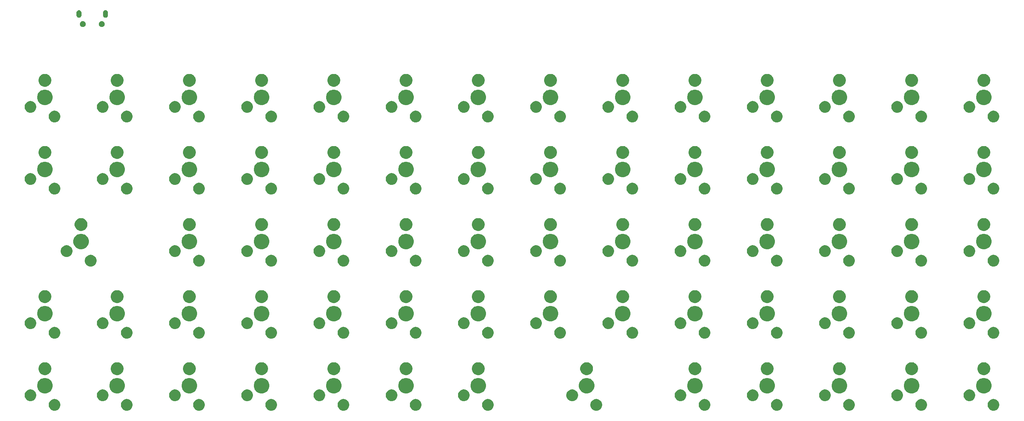
<source format=gbr>
G04 #@! TF.GenerationSoftware,KiCad,Pcbnew,(5.1.5)-3*
G04 #@! TF.CreationDate,2020-01-29T02:04:40-08:00*
G04 #@! TF.ProjectId,keyboard,6b657962-6f61-4726-942e-6b696361645f,rev?*
G04 #@! TF.SameCoordinates,Original*
G04 #@! TF.FileFunction,Soldermask,Bot*
G04 #@! TF.FilePolarity,Negative*
%FSLAX46Y46*%
G04 Gerber Fmt 4.6, Leading zero omitted, Abs format (unit mm)*
G04 Created by KiCad (PCBNEW (5.1.5)-3) date 2020-01-29 02:04:40*
%MOMM*%
%LPD*%
G04 APERTURE LIST*
%ADD10C,0.100000*%
G04 APERTURE END LIST*
D10*
G36*
X105332784Y-187074068D02*
G01*
X105482609Y-187103870D01*
X105764873Y-187220787D01*
X106018904Y-187390525D01*
X106234940Y-187606561D01*
X106404678Y-187860592D01*
X106521595Y-188142856D01*
X106581199Y-188442506D01*
X106581199Y-188748026D01*
X106521595Y-189047676D01*
X106404678Y-189329940D01*
X106234940Y-189583971D01*
X106018904Y-189800007D01*
X105764873Y-189969745D01*
X105482609Y-190086662D01*
X105332784Y-190116464D01*
X105182960Y-190146266D01*
X104877438Y-190146266D01*
X104727614Y-190116464D01*
X104577789Y-190086662D01*
X104295525Y-189969745D01*
X104041494Y-189800007D01*
X103825458Y-189583971D01*
X103655720Y-189329940D01*
X103538803Y-189047676D01*
X103479199Y-188748026D01*
X103479199Y-188442506D01*
X103538803Y-188142856D01*
X103655720Y-187860592D01*
X103825458Y-187606561D01*
X104041494Y-187390525D01*
X104295525Y-187220787D01*
X104577789Y-187103870D01*
X104727614Y-187074068D01*
X104877438Y-187044266D01*
X105182960Y-187044266D01*
X105332784Y-187074068D01*
G37*
G36*
X143432784Y-187074068D02*
G01*
X143582609Y-187103870D01*
X143864873Y-187220787D01*
X144118904Y-187390525D01*
X144334940Y-187606561D01*
X144504678Y-187860592D01*
X144621595Y-188142856D01*
X144681199Y-188442506D01*
X144681199Y-188748026D01*
X144621595Y-189047676D01*
X144504678Y-189329940D01*
X144334940Y-189583971D01*
X144118904Y-189800007D01*
X143864873Y-189969745D01*
X143582609Y-190086662D01*
X143432784Y-190116464D01*
X143282960Y-190146266D01*
X142977438Y-190146266D01*
X142827614Y-190116464D01*
X142677789Y-190086662D01*
X142395525Y-189969745D01*
X142141494Y-189800007D01*
X141925458Y-189583971D01*
X141755720Y-189329940D01*
X141638803Y-189047676D01*
X141579199Y-188748026D01*
X141579199Y-188442506D01*
X141638803Y-188142856D01*
X141755720Y-187860592D01*
X141925458Y-187606561D01*
X142141494Y-187390525D01*
X142395525Y-187220787D01*
X142677789Y-187103870D01*
X142827614Y-187074068D01*
X142977438Y-187044266D01*
X143282960Y-187044266D01*
X143432784Y-187074068D01*
G37*
G36*
X162482784Y-187074068D02*
G01*
X162632609Y-187103870D01*
X162914873Y-187220787D01*
X163168904Y-187390525D01*
X163384940Y-187606561D01*
X163554678Y-187860592D01*
X163671595Y-188142856D01*
X163731199Y-188442506D01*
X163731199Y-188748026D01*
X163671595Y-189047676D01*
X163554678Y-189329940D01*
X163384940Y-189583971D01*
X163168904Y-189800007D01*
X162914873Y-189969745D01*
X162632609Y-190086662D01*
X162482784Y-190116464D01*
X162332960Y-190146266D01*
X162027438Y-190146266D01*
X161877614Y-190116464D01*
X161727789Y-190086662D01*
X161445525Y-189969745D01*
X161191494Y-189800007D01*
X160975458Y-189583971D01*
X160805720Y-189329940D01*
X160688803Y-189047676D01*
X160629199Y-188748026D01*
X160629199Y-188442506D01*
X160688803Y-188142856D01*
X160805720Y-187860592D01*
X160975458Y-187606561D01*
X161191494Y-187390525D01*
X161445525Y-187220787D01*
X161727789Y-187103870D01*
X161877614Y-187074068D01*
X162027438Y-187044266D01*
X162332960Y-187044266D01*
X162482784Y-187074068D01*
G37*
G36*
X181532784Y-187074068D02*
G01*
X181682609Y-187103870D01*
X181964873Y-187220787D01*
X182218904Y-187390525D01*
X182434940Y-187606561D01*
X182604678Y-187860592D01*
X182721595Y-188142856D01*
X182781199Y-188442506D01*
X182781199Y-188748026D01*
X182721595Y-189047676D01*
X182604678Y-189329940D01*
X182434940Y-189583971D01*
X182218904Y-189800007D01*
X181964873Y-189969745D01*
X181682609Y-190086662D01*
X181532784Y-190116464D01*
X181382960Y-190146266D01*
X181077438Y-190146266D01*
X180927614Y-190116464D01*
X180777789Y-190086662D01*
X180495525Y-189969745D01*
X180241494Y-189800007D01*
X180025458Y-189583971D01*
X179855720Y-189329940D01*
X179738803Y-189047676D01*
X179679199Y-188748026D01*
X179679199Y-188442506D01*
X179738803Y-188142856D01*
X179855720Y-187860592D01*
X180025458Y-187606561D01*
X180241494Y-187390525D01*
X180495525Y-187220787D01*
X180777789Y-187103870D01*
X180927614Y-187074068D01*
X181077438Y-187044266D01*
X181382960Y-187044266D01*
X181532784Y-187074068D01*
G37*
G36*
X219632785Y-187074068D02*
G01*
X219782610Y-187103870D01*
X220064874Y-187220787D01*
X220318905Y-187390525D01*
X220534941Y-187606561D01*
X220704679Y-187860592D01*
X220821596Y-188142856D01*
X220881200Y-188442506D01*
X220881200Y-188748026D01*
X220821596Y-189047676D01*
X220704679Y-189329940D01*
X220534941Y-189583971D01*
X220318905Y-189800007D01*
X220064874Y-189969745D01*
X219782610Y-190086662D01*
X219632785Y-190116464D01*
X219482961Y-190146266D01*
X219177439Y-190146266D01*
X219027615Y-190116464D01*
X218877790Y-190086662D01*
X218595526Y-189969745D01*
X218341495Y-189800007D01*
X218125459Y-189583971D01*
X217955721Y-189329940D01*
X217838804Y-189047676D01*
X217779200Y-188748026D01*
X217779200Y-188442506D01*
X217838804Y-188142856D01*
X217955721Y-187860592D01*
X218125459Y-187606561D01*
X218341495Y-187390525D01*
X218595526Y-187220787D01*
X218877790Y-187103870D01*
X219027615Y-187074068D01*
X219177439Y-187044266D01*
X219482961Y-187044266D01*
X219632785Y-187074068D01*
G37*
G36*
X124382784Y-187074068D02*
G01*
X124532609Y-187103870D01*
X124814873Y-187220787D01*
X125068904Y-187390525D01*
X125284940Y-187606561D01*
X125454678Y-187860592D01*
X125571595Y-188142856D01*
X125631199Y-188442506D01*
X125631199Y-188748026D01*
X125571595Y-189047676D01*
X125454678Y-189329940D01*
X125284940Y-189583971D01*
X125068904Y-189800007D01*
X124814873Y-189969745D01*
X124532609Y-190086662D01*
X124382784Y-190116464D01*
X124232960Y-190146266D01*
X123927438Y-190146266D01*
X123777614Y-190116464D01*
X123627789Y-190086662D01*
X123345525Y-189969745D01*
X123091494Y-189800007D01*
X122875458Y-189583971D01*
X122705720Y-189329940D01*
X122588803Y-189047676D01*
X122529199Y-188748026D01*
X122529199Y-188442506D01*
X122588803Y-188142856D01*
X122705720Y-187860592D01*
X122875458Y-187606561D01*
X123091494Y-187390525D01*
X123345525Y-187220787D01*
X123627789Y-187103870D01*
X123777614Y-187074068D01*
X123927438Y-187044266D01*
X124232960Y-187044266D01*
X124382784Y-187074068D01*
G37*
G36*
X200582784Y-187074068D02*
G01*
X200732609Y-187103870D01*
X201014873Y-187220787D01*
X201268904Y-187390525D01*
X201484940Y-187606561D01*
X201654678Y-187860592D01*
X201771595Y-188142856D01*
X201831199Y-188442506D01*
X201831199Y-188748026D01*
X201771595Y-189047676D01*
X201654678Y-189329940D01*
X201484940Y-189583971D01*
X201268904Y-189800007D01*
X201014873Y-189969745D01*
X200732609Y-190086662D01*
X200582784Y-190116464D01*
X200432960Y-190146266D01*
X200127438Y-190146266D01*
X199977614Y-190116464D01*
X199827789Y-190086662D01*
X199545525Y-189969745D01*
X199291494Y-189800007D01*
X199075458Y-189583971D01*
X198905720Y-189329940D01*
X198788803Y-189047676D01*
X198729199Y-188748026D01*
X198729199Y-188442506D01*
X198788803Y-188142856D01*
X198905720Y-187860592D01*
X199075458Y-187606561D01*
X199291494Y-187390525D01*
X199545525Y-187220787D01*
X199827789Y-187103870D01*
X199977614Y-187074068D01*
X200127438Y-187044266D01*
X200432960Y-187044266D01*
X200582784Y-187074068D01*
G37*
G36*
X276782935Y-187074067D02*
G01*
X276932760Y-187103869D01*
X277215024Y-187220786D01*
X277469055Y-187390524D01*
X277685091Y-187606560D01*
X277854829Y-187860591D01*
X277971746Y-188142855D01*
X278031350Y-188442505D01*
X278031350Y-188748025D01*
X277971746Y-189047675D01*
X277854829Y-189329939D01*
X277685091Y-189583970D01*
X277469055Y-189800006D01*
X277215024Y-189969744D01*
X276932760Y-190086661D01*
X276782935Y-190116463D01*
X276633111Y-190146265D01*
X276327589Y-190146265D01*
X276177765Y-190116463D01*
X276027940Y-190086661D01*
X275745676Y-189969744D01*
X275491645Y-189800006D01*
X275275609Y-189583970D01*
X275105871Y-189329939D01*
X274988954Y-189047675D01*
X274929350Y-188748025D01*
X274929350Y-188442505D01*
X274988954Y-188142855D01*
X275105871Y-187860591D01*
X275275609Y-187606560D01*
X275491645Y-187390524D01*
X275745676Y-187220786D01*
X276027940Y-187103869D01*
X276177765Y-187074067D01*
X276327589Y-187044265D01*
X276633111Y-187044265D01*
X276782935Y-187074067D01*
G37*
G36*
X314882935Y-187074067D02*
G01*
X315032760Y-187103869D01*
X315315024Y-187220786D01*
X315569055Y-187390524D01*
X315785091Y-187606560D01*
X315954829Y-187860591D01*
X316071746Y-188142855D01*
X316131350Y-188442505D01*
X316131350Y-188748025D01*
X316071746Y-189047675D01*
X315954829Y-189329939D01*
X315785091Y-189583970D01*
X315569055Y-189800006D01*
X315315024Y-189969744D01*
X315032760Y-190086661D01*
X314882935Y-190116463D01*
X314733111Y-190146265D01*
X314427589Y-190146265D01*
X314277765Y-190116463D01*
X314127940Y-190086661D01*
X313845676Y-189969744D01*
X313591645Y-189800006D01*
X313375609Y-189583970D01*
X313205871Y-189329939D01*
X313088954Y-189047675D01*
X313029350Y-188748025D01*
X313029350Y-188442505D01*
X313088954Y-188142855D01*
X313205871Y-187860591D01*
X313375609Y-187606560D01*
X313591645Y-187390524D01*
X313845676Y-187220786D01*
X314127940Y-187103869D01*
X314277765Y-187074067D01*
X314427589Y-187044265D01*
X314733111Y-187044265D01*
X314882935Y-187074067D01*
G37*
G36*
X248207784Y-187074067D02*
G01*
X248357609Y-187103869D01*
X248639873Y-187220786D01*
X248893904Y-187390524D01*
X249109940Y-187606560D01*
X249279678Y-187860591D01*
X249396595Y-188142855D01*
X249456199Y-188442505D01*
X249456199Y-188748025D01*
X249396595Y-189047675D01*
X249279678Y-189329939D01*
X249109940Y-189583970D01*
X248893904Y-189800006D01*
X248639873Y-189969744D01*
X248357609Y-190086661D01*
X248207784Y-190116463D01*
X248057960Y-190146265D01*
X247752438Y-190146265D01*
X247602614Y-190116463D01*
X247452789Y-190086661D01*
X247170525Y-189969744D01*
X246916494Y-189800006D01*
X246700458Y-189583970D01*
X246530720Y-189329939D01*
X246413803Y-189047675D01*
X246354199Y-188748025D01*
X246354199Y-188442505D01*
X246413803Y-188142855D01*
X246530720Y-187860591D01*
X246700458Y-187606560D01*
X246916494Y-187390524D01*
X247170525Y-187220786D01*
X247452789Y-187103869D01*
X247602614Y-187074067D01*
X247752438Y-187044265D01*
X248057960Y-187044265D01*
X248207784Y-187074067D01*
G37*
G36*
X295832935Y-187074067D02*
G01*
X295982760Y-187103869D01*
X296265024Y-187220786D01*
X296519055Y-187390524D01*
X296735091Y-187606560D01*
X296904829Y-187860591D01*
X297021746Y-188142855D01*
X297081350Y-188442505D01*
X297081350Y-188748025D01*
X297021746Y-189047675D01*
X296904829Y-189329939D01*
X296735091Y-189583970D01*
X296519055Y-189800006D01*
X296265024Y-189969744D01*
X295982760Y-190086661D01*
X295832935Y-190116463D01*
X295683111Y-190146265D01*
X295377589Y-190146265D01*
X295227765Y-190116463D01*
X295077940Y-190086661D01*
X294795676Y-189969744D01*
X294541645Y-189800006D01*
X294325609Y-189583970D01*
X294155871Y-189329939D01*
X294038954Y-189047675D01*
X293979350Y-188748025D01*
X293979350Y-188442505D01*
X294038954Y-188142855D01*
X294155871Y-187860591D01*
X294325609Y-187606560D01*
X294541645Y-187390524D01*
X294795676Y-187220786D01*
X295077940Y-187103869D01*
X295227765Y-187074067D01*
X295377589Y-187044265D01*
X295683111Y-187044265D01*
X295832935Y-187074067D01*
G37*
G36*
X333932935Y-187074067D02*
G01*
X334082760Y-187103869D01*
X334365024Y-187220786D01*
X334619055Y-187390524D01*
X334835091Y-187606560D01*
X335004829Y-187860591D01*
X335121746Y-188142855D01*
X335181350Y-188442505D01*
X335181350Y-188748025D01*
X335121746Y-189047675D01*
X335004829Y-189329939D01*
X334835091Y-189583970D01*
X334619055Y-189800006D01*
X334365024Y-189969744D01*
X334082760Y-190086661D01*
X333932935Y-190116463D01*
X333783111Y-190146265D01*
X333477589Y-190146265D01*
X333327765Y-190116463D01*
X333177940Y-190086661D01*
X332895676Y-189969744D01*
X332641645Y-189800006D01*
X332425609Y-189583970D01*
X332255871Y-189329939D01*
X332138954Y-189047675D01*
X332079350Y-188748025D01*
X332079350Y-188442505D01*
X332138954Y-188142855D01*
X332255871Y-187860591D01*
X332425609Y-187606560D01*
X332641645Y-187390524D01*
X332895676Y-187220786D01*
X333177940Y-187103869D01*
X333327765Y-187074067D01*
X333477589Y-187044265D01*
X333783111Y-187044265D01*
X333932935Y-187074067D01*
G37*
G36*
X352982860Y-187074067D02*
G01*
X353132685Y-187103869D01*
X353414949Y-187220786D01*
X353668980Y-187390524D01*
X353885016Y-187606560D01*
X354054754Y-187860591D01*
X354171671Y-188142855D01*
X354231275Y-188442505D01*
X354231275Y-188748025D01*
X354171671Y-189047675D01*
X354054754Y-189329939D01*
X353885016Y-189583970D01*
X353668980Y-189800006D01*
X353414949Y-189969744D01*
X353132685Y-190086661D01*
X352982860Y-190116463D01*
X352833036Y-190146265D01*
X352527514Y-190146265D01*
X352377690Y-190116463D01*
X352227865Y-190086661D01*
X351945601Y-189969744D01*
X351691570Y-189800006D01*
X351475534Y-189583970D01*
X351305796Y-189329939D01*
X351188879Y-189047675D01*
X351129275Y-188748025D01*
X351129275Y-188442505D01*
X351188879Y-188142855D01*
X351305796Y-187860591D01*
X351475534Y-187606560D01*
X351691570Y-187390524D01*
X351945601Y-187220786D01*
X352227865Y-187103869D01*
X352377690Y-187074067D01*
X352527514Y-187044265D01*
X352833036Y-187044265D01*
X352982860Y-187074067D01*
G37*
G36*
X194232784Y-184534068D02*
G01*
X194382609Y-184563870D01*
X194664873Y-184680787D01*
X194918904Y-184850525D01*
X195134940Y-185066561D01*
X195304678Y-185320592D01*
X195421595Y-185602856D01*
X195481199Y-185902506D01*
X195481199Y-186208026D01*
X195421595Y-186507676D01*
X195304678Y-186789940D01*
X195134940Y-187043971D01*
X194918904Y-187260007D01*
X194664873Y-187429745D01*
X194382609Y-187546662D01*
X194232784Y-187576464D01*
X194082960Y-187606266D01*
X193777438Y-187606266D01*
X193627614Y-187576464D01*
X193477789Y-187546662D01*
X193195525Y-187429745D01*
X192941494Y-187260007D01*
X192725458Y-187043971D01*
X192555720Y-186789940D01*
X192438803Y-186507676D01*
X192379199Y-186208026D01*
X192379199Y-185902506D01*
X192438803Y-185602856D01*
X192555720Y-185320592D01*
X192725458Y-185066561D01*
X192941494Y-184850525D01*
X193195525Y-184680787D01*
X193477789Y-184563870D01*
X193627614Y-184534068D01*
X193777438Y-184504266D01*
X194082960Y-184504266D01*
X194232784Y-184534068D01*
G37*
G36*
X213282785Y-184534068D02*
G01*
X213432610Y-184563870D01*
X213714874Y-184680787D01*
X213968905Y-184850525D01*
X214184941Y-185066561D01*
X214354679Y-185320592D01*
X214471596Y-185602856D01*
X214531200Y-185902506D01*
X214531200Y-186208026D01*
X214471596Y-186507676D01*
X214354679Y-186789940D01*
X214184941Y-187043971D01*
X213968905Y-187260007D01*
X213714874Y-187429745D01*
X213432610Y-187546662D01*
X213282785Y-187576464D01*
X213132961Y-187606266D01*
X212827439Y-187606266D01*
X212677615Y-187576464D01*
X212527790Y-187546662D01*
X212245526Y-187429745D01*
X211991495Y-187260007D01*
X211775459Y-187043971D01*
X211605721Y-186789940D01*
X211488804Y-186507676D01*
X211429200Y-186208026D01*
X211429200Y-185902506D01*
X211488804Y-185602856D01*
X211605721Y-185320592D01*
X211775459Y-185066561D01*
X211991495Y-184850525D01*
X212245526Y-184680787D01*
X212527790Y-184563870D01*
X212677615Y-184534068D01*
X212827439Y-184504266D01*
X213132961Y-184504266D01*
X213282785Y-184534068D01*
G37*
G36*
X175182784Y-184534068D02*
G01*
X175332609Y-184563870D01*
X175614873Y-184680787D01*
X175868904Y-184850525D01*
X176084940Y-185066561D01*
X176254678Y-185320592D01*
X176371595Y-185602856D01*
X176431199Y-185902506D01*
X176431199Y-186208026D01*
X176371595Y-186507676D01*
X176254678Y-186789940D01*
X176084940Y-187043971D01*
X175868904Y-187260007D01*
X175614873Y-187429745D01*
X175332609Y-187546662D01*
X175182784Y-187576464D01*
X175032960Y-187606266D01*
X174727438Y-187606266D01*
X174577614Y-187576464D01*
X174427789Y-187546662D01*
X174145525Y-187429745D01*
X173891494Y-187260007D01*
X173675458Y-187043971D01*
X173505720Y-186789940D01*
X173388803Y-186507676D01*
X173329199Y-186208026D01*
X173329199Y-185902506D01*
X173388803Y-185602856D01*
X173505720Y-185320592D01*
X173675458Y-185066561D01*
X173891494Y-184850525D01*
X174145525Y-184680787D01*
X174427789Y-184563870D01*
X174577614Y-184534068D01*
X174727438Y-184504266D01*
X175032960Y-184504266D01*
X175182784Y-184534068D01*
G37*
G36*
X137082784Y-184534068D02*
G01*
X137232609Y-184563870D01*
X137514873Y-184680787D01*
X137768904Y-184850525D01*
X137984940Y-185066561D01*
X138154678Y-185320592D01*
X138271595Y-185602856D01*
X138331199Y-185902506D01*
X138331199Y-186208026D01*
X138271595Y-186507676D01*
X138154678Y-186789940D01*
X137984940Y-187043971D01*
X137768904Y-187260007D01*
X137514873Y-187429745D01*
X137232609Y-187546662D01*
X137082784Y-187576464D01*
X136932960Y-187606266D01*
X136627438Y-187606266D01*
X136477614Y-187576464D01*
X136327789Y-187546662D01*
X136045525Y-187429745D01*
X135791494Y-187260007D01*
X135575458Y-187043971D01*
X135405720Y-186789940D01*
X135288803Y-186507676D01*
X135229199Y-186208026D01*
X135229199Y-185902506D01*
X135288803Y-185602856D01*
X135405720Y-185320592D01*
X135575458Y-185066561D01*
X135791494Y-184850525D01*
X136045525Y-184680787D01*
X136327789Y-184563870D01*
X136477614Y-184534068D01*
X136627438Y-184504266D01*
X136932960Y-184504266D01*
X137082784Y-184534068D01*
G37*
G36*
X118032784Y-184534068D02*
G01*
X118182609Y-184563870D01*
X118464873Y-184680787D01*
X118718904Y-184850525D01*
X118934940Y-185066561D01*
X119104678Y-185320592D01*
X119221595Y-185602856D01*
X119281199Y-185902506D01*
X119281199Y-186208026D01*
X119221595Y-186507676D01*
X119104678Y-186789940D01*
X118934940Y-187043971D01*
X118718904Y-187260007D01*
X118464873Y-187429745D01*
X118182609Y-187546662D01*
X118032784Y-187576464D01*
X117882960Y-187606266D01*
X117577438Y-187606266D01*
X117427614Y-187576464D01*
X117277789Y-187546662D01*
X116995525Y-187429745D01*
X116741494Y-187260007D01*
X116525458Y-187043971D01*
X116355720Y-186789940D01*
X116238803Y-186507676D01*
X116179199Y-186208026D01*
X116179199Y-185902506D01*
X116238803Y-185602856D01*
X116355720Y-185320592D01*
X116525458Y-185066561D01*
X116741494Y-184850525D01*
X116995525Y-184680787D01*
X117277789Y-184563870D01*
X117427614Y-184534068D01*
X117577438Y-184504266D01*
X117882960Y-184504266D01*
X118032784Y-184534068D01*
G37*
G36*
X98982784Y-184534068D02*
G01*
X99132609Y-184563870D01*
X99414873Y-184680787D01*
X99668904Y-184850525D01*
X99884940Y-185066561D01*
X100054678Y-185320592D01*
X100171595Y-185602856D01*
X100231199Y-185902506D01*
X100231199Y-186208026D01*
X100171595Y-186507676D01*
X100054678Y-186789940D01*
X99884940Y-187043971D01*
X99668904Y-187260007D01*
X99414873Y-187429745D01*
X99132609Y-187546662D01*
X98982784Y-187576464D01*
X98832960Y-187606266D01*
X98527438Y-187606266D01*
X98377614Y-187576464D01*
X98227789Y-187546662D01*
X97945525Y-187429745D01*
X97691494Y-187260007D01*
X97475458Y-187043971D01*
X97305720Y-186789940D01*
X97188803Y-186507676D01*
X97129199Y-186208026D01*
X97129199Y-185902506D01*
X97188803Y-185602856D01*
X97305720Y-185320592D01*
X97475458Y-185066561D01*
X97691494Y-184850525D01*
X97945525Y-184680787D01*
X98227789Y-184563870D01*
X98377614Y-184534068D01*
X98527438Y-184504266D01*
X98832960Y-184504266D01*
X98982784Y-184534068D01*
G37*
G36*
X156132784Y-184534068D02*
G01*
X156282609Y-184563870D01*
X156564873Y-184680787D01*
X156818904Y-184850525D01*
X157034940Y-185066561D01*
X157204678Y-185320592D01*
X157321595Y-185602856D01*
X157381199Y-185902506D01*
X157381199Y-186208026D01*
X157321595Y-186507676D01*
X157204678Y-186789940D01*
X157034940Y-187043971D01*
X156818904Y-187260007D01*
X156564873Y-187429745D01*
X156282609Y-187546662D01*
X156132784Y-187576464D01*
X155982960Y-187606266D01*
X155677438Y-187606266D01*
X155527614Y-187576464D01*
X155377789Y-187546662D01*
X155095525Y-187429745D01*
X154841494Y-187260007D01*
X154625458Y-187043971D01*
X154455720Y-186789940D01*
X154338803Y-186507676D01*
X154279199Y-186208026D01*
X154279199Y-185902506D01*
X154338803Y-185602856D01*
X154455720Y-185320592D01*
X154625458Y-185066561D01*
X154841494Y-184850525D01*
X155095525Y-184680787D01*
X155377789Y-184563870D01*
X155527614Y-184534068D01*
X155677438Y-184504266D01*
X155982960Y-184504266D01*
X156132784Y-184534068D01*
G37*
G36*
X327582935Y-184534067D02*
G01*
X327732760Y-184563869D01*
X328015024Y-184680786D01*
X328269055Y-184850524D01*
X328485091Y-185066560D01*
X328654829Y-185320591D01*
X328771746Y-185602855D01*
X328831350Y-185902505D01*
X328831350Y-186208025D01*
X328771746Y-186507675D01*
X328654829Y-186789939D01*
X328485091Y-187043970D01*
X328269055Y-187260006D01*
X328015024Y-187429744D01*
X327732760Y-187546661D01*
X327582935Y-187576463D01*
X327433111Y-187606265D01*
X327127589Y-187606265D01*
X326977765Y-187576463D01*
X326827940Y-187546661D01*
X326545676Y-187429744D01*
X326291645Y-187260006D01*
X326075609Y-187043970D01*
X325905871Y-186789939D01*
X325788954Y-186507675D01*
X325729350Y-186208025D01*
X325729350Y-185902505D01*
X325788954Y-185602855D01*
X325905871Y-185320591D01*
X326075609Y-185066560D01*
X326291645Y-184850524D01*
X326545676Y-184680786D01*
X326827940Y-184563869D01*
X326977765Y-184534067D01*
X327127589Y-184504265D01*
X327433111Y-184504265D01*
X327582935Y-184534067D01*
G37*
G36*
X270432935Y-184534067D02*
G01*
X270582760Y-184563869D01*
X270865024Y-184680786D01*
X271119055Y-184850524D01*
X271335091Y-185066560D01*
X271504829Y-185320591D01*
X271621746Y-185602855D01*
X271681350Y-185902505D01*
X271681350Y-186208025D01*
X271621746Y-186507675D01*
X271504829Y-186789939D01*
X271335091Y-187043970D01*
X271119055Y-187260006D01*
X270865024Y-187429744D01*
X270582760Y-187546661D01*
X270432935Y-187576463D01*
X270283111Y-187606265D01*
X269977589Y-187606265D01*
X269827765Y-187576463D01*
X269677940Y-187546661D01*
X269395676Y-187429744D01*
X269141645Y-187260006D01*
X268925609Y-187043970D01*
X268755871Y-186789939D01*
X268638954Y-186507675D01*
X268579350Y-186208025D01*
X268579350Y-185902505D01*
X268638954Y-185602855D01*
X268755871Y-185320591D01*
X268925609Y-185066560D01*
X269141645Y-184850524D01*
X269395676Y-184680786D01*
X269677940Y-184563869D01*
X269827765Y-184534067D01*
X269977589Y-184504265D01*
X270283111Y-184504265D01*
X270432935Y-184534067D01*
G37*
G36*
X346632860Y-184534067D02*
G01*
X346782685Y-184563869D01*
X347064949Y-184680786D01*
X347318980Y-184850524D01*
X347535016Y-185066560D01*
X347704754Y-185320591D01*
X347821671Y-185602855D01*
X347881275Y-185902505D01*
X347881275Y-186208025D01*
X347821671Y-186507675D01*
X347704754Y-186789939D01*
X347535016Y-187043970D01*
X347318980Y-187260006D01*
X347064949Y-187429744D01*
X346782685Y-187546661D01*
X346632860Y-187576463D01*
X346483036Y-187606265D01*
X346177514Y-187606265D01*
X346027690Y-187576463D01*
X345877865Y-187546661D01*
X345595601Y-187429744D01*
X345341570Y-187260006D01*
X345125534Y-187043970D01*
X344955796Y-186789939D01*
X344838879Y-186507675D01*
X344779275Y-186208025D01*
X344779275Y-185902505D01*
X344838879Y-185602855D01*
X344955796Y-185320591D01*
X345125534Y-185066560D01*
X345341570Y-184850524D01*
X345595601Y-184680786D01*
X345877865Y-184563869D01*
X346027690Y-184534067D01*
X346177514Y-184504265D01*
X346483036Y-184504265D01*
X346632860Y-184534067D01*
G37*
G36*
X289482935Y-184534067D02*
G01*
X289632760Y-184563869D01*
X289915024Y-184680786D01*
X290169055Y-184850524D01*
X290385091Y-185066560D01*
X290554829Y-185320591D01*
X290671746Y-185602855D01*
X290731350Y-185902505D01*
X290731350Y-186208025D01*
X290671746Y-186507675D01*
X290554829Y-186789939D01*
X290385091Y-187043970D01*
X290169055Y-187260006D01*
X289915024Y-187429744D01*
X289632760Y-187546661D01*
X289482935Y-187576463D01*
X289333111Y-187606265D01*
X289027589Y-187606265D01*
X288877765Y-187576463D01*
X288727940Y-187546661D01*
X288445676Y-187429744D01*
X288191645Y-187260006D01*
X287975609Y-187043970D01*
X287805871Y-186789939D01*
X287688954Y-186507675D01*
X287629350Y-186208025D01*
X287629350Y-185902505D01*
X287688954Y-185602855D01*
X287805871Y-185320591D01*
X287975609Y-185066560D01*
X288191645Y-184850524D01*
X288445676Y-184680786D01*
X288727940Y-184563869D01*
X288877765Y-184534067D01*
X289027589Y-184504265D01*
X289333111Y-184504265D01*
X289482935Y-184534067D01*
G37*
G36*
X241857784Y-184534067D02*
G01*
X242007609Y-184563869D01*
X242289873Y-184680786D01*
X242543904Y-184850524D01*
X242759940Y-185066560D01*
X242929678Y-185320591D01*
X243046595Y-185602855D01*
X243106199Y-185902505D01*
X243106199Y-186208025D01*
X243046595Y-186507675D01*
X242929678Y-186789939D01*
X242759940Y-187043970D01*
X242543904Y-187260006D01*
X242289873Y-187429744D01*
X242007609Y-187546661D01*
X241857784Y-187576463D01*
X241707960Y-187606265D01*
X241402438Y-187606265D01*
X241252614Y-187576463D01*
X241102789Y-187546661D01*
X240820525Y-187429744D01*
X240566494Y-187260006D01*
X240350458Y-187043970D01*
X240180720Y-186789939D01*
X240063803Y-186507675D01*
X240004199Y-186208025D01*
X240004199Y-185902505D01*
X240063803Y-185602855D01*
X240180720Y-185320591D01*
X240350458Y-185066560D01*
X240566494Y-184850524D01*
X240820525Y-184680786D01*
X241102789Y-184563869D01*
X241252614Y-184534067D01*
X241402438Y-184504265D01*
X241707960Y-184504265D01*
X241857784Y-184534067D01*
G37*
G36*
X308532935Y-184534067D02*
G01*
X308682760Y-184563869D01*
X308965024Y-184680786D01*
X309219055Y-184850524D01*
X309435091Y-185066560D01*
X309604829Y-185320591D01*
X309721746Y-185602855D01*
X309781350Y-185902505D01*
X309781350Y-186208025D01*
X309721746Y-186507675D01*
X309604829Y-186789939D01*
X309435091Y-187043970D01*
X309219055Y-187260006D01*
X308965024Y-187429744D01*
X308682760Y-187546661D01*
X308532935Y-187576463D01*
X308383111Y-187606265D01*
X308077589Y-187606265D01*
X307927765Y-187576463D01*
X307777940Y-187546661D01*
X307495676Y-187429744D01*
X307241645Y-187260006D01*
X307025609Y-187043970D01*
X306855871Y-186789939D01*
X306738954Y-186507675D01*
X306679350Y-186208025D01*
X306679350Y-185902505D01*
X306738954Y-185602855D01*
X306855871Y-185320591D01*
X307025609Y-185066560D01*
X307241645Y-184850524D01*
X307495676Y-184680786D01*
X307777940Y-184563869D01*
X307927765Y-184534067D01*
X308077589Y-184504265D01*
X308383111Y-184504265D01*
X308532935Y-184534067D01*
G37*
G36*
X198336673Y-181548950D02*
G01*
X198554673Y-181639249D01*
X198708822Y-181703099D01*
X199043747Y-181926889D01*
X199328576Y-182211718D01*
X199552366Y-182546643D01*
X199552366Y-182546644D01*
X199706515Y-182918792D01*
X199785099Y-183313860D01*
X199785099Y-183716672D01*
X199706515Y-184111740D01*
X199616216Y-184329740D01*
X199552366Y-184483889D01*
X199328576Y-184818814D01*
X199043747Y-185103643D01*
X198708822Y-185327433D01*
X198554673Y-185391283D01*
X198336673Y-185481582D01*
X197941605Y-185560166D01*
X197538793Y-185560166D01*
X197143725Y-185481582D01*
X196925725Y-185391283D01*
X196771576Y-185327433D01*
X196436651Y-185103643D01*
X196151822Y-184818814D01*
X195928032Y-184483889D01*
X195864182Y-184329740D01*
X195773883Y-184111740D01*
X195695299Y-183716672D01*
X195695299Y-183313860D01*
X195773883Y-182918792D01*
X195928032Y-182546644D01*
X195928032Y-182546643D01*
X196151822Y-182211718D01*
X196436651Y-181926889D01*
X196771576Y-181703099D01*
X196925725Y-181639249D01*
X197143725Y-181548950D01*
X197538793Y-181470366D01*
X197941605Y-181470366D01*
X198336673Y-181548950D01*
G37*
G36*
X103086673Y-181548950D02*
G01*
X103304673Y-181639249D01*
X103458822Y-181703099D01*
X103793747Y-181926889D01*
X104078576Y-182211718D01*
X104302366Y-182546643D01*
X104302366Y-182546644D01*
X104456515Y-182918792D01*
X104535099Y-183313860D01*
X104535099Y-183716672D01*
X104456515Y-184111740D01*
X104366216Y-184329740D01*
X104302366Y-184483889D01*
X104078576Y-184818814D01*
X103793747Y-185103643D01*
X103458822Y-185327433D01*
X103304673Y-185391283D01*
X103086673Y-185481582D01*
X102691605Y-185560166D01*
X102288793Y-185560166D01*
X101893725Y-185481582D01*
X101675725Y-185391283D01*
X101521576Y-185327433D01*
X101186651Y-185103643D01*
X100901822Y-184818814D01*
X100678032Y-184483889D01*
X100614182Y-184329740D01*
X100523883Y-184111740D01*
X100445299Y-183716672D01*
X100445299Y-183313860D01*
X100523883Y-182918792D01*
X100678032Y-182546644D01*
X100678032Y-182546643D01*
X100901822Y-182211718D01*
X101186651Y-181926889D01*
X101521576Y-181703099D01*
X101675725Y-181639249D01*
X101893725Y-181548950D01*
X102288793Y-181470366D01*
X102691605Y-181470366D01*
X103086673Y-181548950D01*
G37*
G36*
X141186673Y-181548950D02*
G01*
X141404673Y-181639249D01*
X141558822Y-181703099D01*
X141893747Y-181926889D01*
X142178576Y-182211718D01*
X142402366Y-182546643D01*
X142402366Y-182546644D01*
X142556515Y-182918792D01*
X142635099Y-183313860D01*
X142635099Y-183716672D01*
X142556515Y-184111740D01*
X142466216Y-184329740D01*
X142402366Y-184483889D01*
X142178576Y-184818814D01*
X141893747Y-185103643D01*
X141558822Y-185327433D01*
X141404673Y-185391283D01*
X141186673Y-185481582D01*
X140791605Y-185560166D01*
X140388793Y-185560166D01*
X139993725Y-185481582D01*
X139775725Y-185391283D01*
X139621576Y-185327433D01*
X139286651Y-185103643D01*
X139001822Y-184818814D01*
X138778032Y-184483889D01*
X138714182Y-184329740D01*
X138623883Y-184111740D01*
X138545299Y-183716672D01*
X138545299Y-183313860D01*
X138623883Y-182918792D01*
X138778032Y-182546644D01*
X138778032Y-182546643D01*
X139001822Y-182211718D01*
X139286651Y-181926889D01*
X139621576Y-181703099D01*
X139775725Y-181639249D01*
X139993725Y-181548950D01*
X140388793Y-181470366D01*
X140791605Y-181470366D01*
X141186673Y-181548950D01*
G37*
G36*
X160236673Y-181548950D02*
G01*
X160454673Y-181639249D01*
X160608822Y-181703099D01*
X160943747Y-181926889D01*
X161228576Y-182211718D01*
X161452366Y-182546643D01*
X161452366Y-182546644D01*
X161606515Y-182918792D01*
X161685099Y-183313860D01*
X161685099Y-183716672D01*
X161606515Y-184111740D01*
X161516216Y-184329740D01*
X161452366Y-184483889D01*
X161228576Y-184818814D01*
X160943747Y-185103643D01*
X160608822Y-185327433D01*
X160454673Y-185391283D01*
X160236673Y-185481582D01*
X159841605Y-185560166D01*
X159438793Y-185560166D01*
X159043725Y-185481582D01*
X158825725Y-185391283D01*
X158671576Y-185327433D01*
X158336651Y-185103643D01*
X158051822Y-184818814D01*
X157828032Y-184483889D01*
X157764182Y-184329740D01*
X157673883Y-184111740D01*
X157595299Y-183716672D01*
X157595299Y-183313860D01*
X157673883Y-182918792D01*
X157828032Y-182546644D01*
X157828032Y-182546643D01*
X158051822Y-182211718D01*
X158336651Y-181926889D01*
X158671576Y-181703099D01*
X158825725Y-181639249D01*
X159043725Y-181548950D01*
X159438793Y-181470366D01*
X159841605Y-181470366D01*
X160236673Y-181548950D01*
G37*
G36*
X122136673Y-181548950D02*
G01*
X122354673Y-181639249D01*
X122508822Y-181703099D01*
X122843747Y-181926889D01*
X123128576Y-182211718D01*
X123352366Y-182546643D01*
X123352366Y-182546644D01*
X123506515Y-182918792D01*
X123585099Y-183313860D01*
X123585099Y-183716672D01*
X123506515Y-184111740D01*
X123416216Y-184329740D01*
X123352366Y-184483889D01*
X123128576Y-184818814D01*
X122843747Y-185103643D01*
X122508822Y-185327433D01*
X122354673Y-185391283D01*
X122136673Y-185481582D01*
X121741605Y-185560166D01*
X121338793Y-185560166D01*
X120943725Y-185481582D01*
X120725725Y-185391283D01*
X120571576Y-185327433D01*
X120236651Y-185103643D01*
X119951822Y-184818814D01*
X119728032Y-184483889D01*
X119664182Y-184329740D01*
X119573883Y-184111740D01*
X119495299Y-183716672D01*
X119495299Y-183313860D01*
X119573883Y-182918792D01*
X119728032Y-182546644D01*
X119728032Y-182546643D01*
X119951822Y-182211718D01*
X120236651Y-181926889D01*
X120571576Y-181703099D01*
X120725725Y-181639249D01*
X120943725Y-181548950D01*
X121338793Y-181470366D01*
X121741605Y-181470366D01*
X122136673Y-181548950D01*
G37*
G36*
X179286673Y-181548950D02*
G01*
X179504673Y-181639249D01*
X179658822Y-181703099D01*
X179993747Y-181926889D01*
X180278576Y-182211718D01*
X180502366Y-182546643D01*
X180502366Y-182546644D01*
X180656515Y-182918792D01*
X180735099Y-183313860D01*
X180735099Y-183716672D01*
X180656515Y-184111740D01*
X180566216Y-184329740D01*
X180502366Y-184483889D01*
X180278576Y-184818814D01*
X179993747Y-185103643D01*
X179658822Y-185327433D01*
X179504673Y-185391283D01*
X179286673Y-185481582D01*
X178891605Y-185560166D01*
X178488793Y-185560166D01*
X178093725Y-185481582D01*
X177875725Y-185391283D01*
X177721576Y-185327433D01*
X177386651Y-185103643D01*
X177101822Y-184818814D01*
X176878032Y-184483889D01*
X176814182Y-184329740D01*
X176723883Y-184111740D01*
X176645299Y-183716672D01*
X176645299Y-183313860D01*
X176723883Y-182918792D01*
X176878032Y-182546644D01*
X176878032Y-182546643D01*
X177101822Y-182211718D01*
X177386651Y-181926889D01*
X177721576Y-181703099D01*
X177875725Y-181639249D01*
X178093725Y-181548950D01*
X178488793Y-181470366D01*
X178891605Y-181470366D01*
X179286673Y-181548950D01*
G37*
G36*
X217386674Y-181548950D02*
G01*
X217604674Y-181639249D01*
X217758823Y-181703099D01*
X218093748Y-181926889D01*
X218378577Y-182211718D01*
X218602367Y-182546643D01*
X218602367Y-182546644D01*
X218756516Y-182918792D01*
X218835100Y-183313860D01*
X218835100Y-183716672D01*
X218756516Y-184111740D01*
X218666217Y-184329740D01*
X218602367Y-184483889D01*
X218378577Y-184818814D01*
X218093748Y-185103643D01*
X217758823Y-185327433D01*
X217604674Y-185391283D01*
X217386674Y-185481582D01*
X216991606Y-185560166D01*
X216588794Y-185560166D01*
X216193726Y-185481582D01*
X215975726Y-185391283D01*
X215821577Y-185327433D01*
X215486652Y-185103643D01*
X215201823Y-184818814D01*
X214978033Y-184483889D01*
X214914183Y-184329740D01*
X214823884Y-184111740D01*
X214745300Y-183716672D01*
X214745300Y-183313860D01*
X214823884Y-182918792D01*
X214978033Y-182546644D01*
X214978033Y-182546643D01*
X215201823Y-182211718D01*
X215486652Y-181926889D01*
X215821577Y-181703099D01*
X215975726Y-181639249D01*
X216193726Y-181548950D01*
X216588794Y-181470366D01*
X216991606Y-181470366D01*
X217386674Y-181548950D01*
G37*
G36*
X312636824Y-181548949D02*
G01*
X312854824Y-181639248D01*
X313008973Y-181703098D01*
X313343898Y-181926888D01*
X313628727Y-182211717D01*
X313852517Y-182546642D01*
X313916367Y-182700791D01*
X314006666Y-182918791D01*
X314085250Y-183313859D01*
X314085250Y-183716671D01*
X314006666Y-184111739D01*
X314006665Y-184111741D01*
X313852517Y-184483888D01*
X313628727Y-184818813D01*
X313343898Y-185103642D01*
X313008973Y-185327432D01*
X312854824Y-185391282D01*
X312636824Y-185481581D01*
X312241756Y-185560165D01*
X311838944Y-185560165D01*
X311443876Y-185481581D01*
X311225876Y-185391282D01*
X311071727Y-185327432D01*
X310736802Y-185103642D01*
X310451973Y-184818813D01*
X310228183Y-184483888D01*
X310074035Y-184111741D01*
X310074034Y-184111739D01*
X309995450Y-183716671D01*
X309995450Y-183313859D01*
X310074034Y-182918791D01*
X310164333Y-182700791D01*
X310228183Y-182546642D01*
X310451973Y-182211717D01*
X310736802Y-181926888D01*
X311071727Y-181703098D01*
X311225876Y-181639248D01*
X311443876Y-181548949D01*
X311838944Y-181470365D01*
X312241756Y-181470365D01*
X312636824Y-181548949D01*
G37*
G36*
X245961673Y-181548949D02*
G01*
X246179673Y-181639248D01*
X246333822Y-181703098D01*
X246668747Y-181926888D01*
X246953576Y-182211717D01*
X247177366Y-182546642D01*
X247241216Y-182700791D01*
X247331515Y-182918791D01*
X247410099Y-183313859D01*
X247410099Y-183716671D01*
X247331515Y-184111739D01*
X247331514Y-184111741D01*
X247177366Y-184483888D01*
X246953576Y-184818813D01*
X246668747Y-185103642D01*
X246333822Y-185327432D01*
X246179673Y-185391282D01*
X245961673Y-185481581D01*
X245566605Y-185560165D01*
X245163793Y-185560165D01*
X244768725Y-185481581D01*
X244550725Y-185391282D01*
X244396576Y-185327432D01*
X244061651Y-185103642D01*
X243776822Y-184818813D01*
X243553032Y-184483888D01*
X243398884Y-184111741D01*
X243398883Y-184111739D01*
X243320299Y-183716671D01*
X243320299Y-183313859D01*
X243398883Y-182918791D01*
X243489182Y-182700791D01*
X243553032Y-182546642D01*
X243776822Y-182211717D01*
X244061651Y-181926888D01*
X244396576Y-181703098D01*
X244550725Y-181639248D01*
X244768725Y-181548949D01*
X245163793Y-181470365D01*
X245566605Y-181470365D01*
X245961673Y-181548949D01*
G37*
G36*
X293586824Y-181548949D02*
G01*
X293804824Y-181639248D01*
X293958973Y-181703098D01*
X294293898Y-181926888D01*
X294578727Y-182211717D01*
X294802517Y-182546642D01*
X294866367Y-182700791D01*
X294956666Y-182918791D01*
X295035250Y-183313859D01*
X295035250Y-183716671D01*
X294956666Y-184111739D01*
X294956665Y-184111741D01*
X294802517Y-184483888D01*
X294578727Y-184818813D01*
X294293898Y-185103642D01*
X293958973Y-185327432D01*
X293804824Y-185391282D01*
X293586824Y-185481581D01*
X293191756Y-185560165D01*
X292788944Y-185560165D01*
X292393876Y-185481581D01*
X292175876Y-185391282D01*
X292021727Y-185327432D01*
X291686802Y-185103642D01*
X291401973Y-184818813D01*
X291178183Y-184483888D01*
X291024035Y-184111741D01*
X291024034Y-184111739D01*
X290945450Y-183716671D01*
X290945450Y-183313859D01*
X291024034Y-182918791D01*
X291114333Y-182700791D01*
X291178183Y-182546642D01*
X291401973Y-182211717D01*
X291686802Y-181926888D01*
X292021727Y-181703098D01*
X292175876Y-181639248D01*
X292393876Y-181548949D01*
X292788944Y-181470365D01*
X293191756Y-181470365D01*
X293586824Y-181548949D01*
G37*
G36*
X274536824Y-181548949D02*
G01*
X274754824Y-181639248D01*
X274908973Y-181703098D01*
X275243898Y-181926888D01*
X275528727Y-182211717D01*
X275752517Y-182546642D01*
X275816367Y-182700791D01*
X275906666Y-182918791D01*
X275985250Y-183313859D01*
X275985250Y-183716671D01*
X275906666Y-184111739D01*
X275906665Y-184111741D01*
X275752517Y-184483888D01*
X275528727Y-184818813D01*
X275243898Y-185103642D01*
X274908973Y-185327432D01*
X274754824Y-185391282D01*
X274536824Y-185481581D01*
X274141756Y-185560165D01*
X273738944Y-185560165D01*
X273343876Y-185481581D01*
X273125876Y-185391282D01*
X272971727Y-185327432D01*
X272636802Y-185103642D01*
X272351973Y-184818813D01*
X272128183Y-184483888D01*
X271974035Y-184111741D01*
X271974034Y-184111739D01*
X271895450Y-183716671D01*
X271895450Y-183313859D01*
X271974034Y-182918791D01*
X272064333Y-182700791D01*
X272128183Y-182546642D01*
X272351973Y-182211717D01*
X272636802Y-181926888D01*
X272971727Y-181703098D01*
X273125876Y-181639248D01*
X273343876Y-181548949D01*
X273738944Y-181470365D01*
X274141756Y-181470365D01*
X274536824Y-181548949D01*
G37*
G36*
X331686824Y-181548949D02*
G01*
X331904824Y-181639248D01*
X332058973Y-181703098D01*
X332393898Y-181926888D01*
X332678727Y-182211717D01*
X332902517Y-182546642D01*
X332966367Y-182700791D01*
X333056666Y-182918791D01*
X333135250Y-183313859D01*
X333135250Y-183716671D01*
X333056666Y-184111739D01*
X333056665Y-184111741D01*
X332902517Y-184483888D01*
X332678727Y-184818813D01*
X332393898Y-185103642D01*
X332058973Y-185327432D01*
X331904824Y-185391282D01*
X331686824Y-185481581D01*
X331291756Y-185560165D01*
X330888944Y-185560165D01*
X330493876Y-185481581D01*
X330275876Y-185391282D01*
X330121727Y-185327432D01*
X329786802Y-185103642D01*
X329501973Y-184818813D01*
X329278183Y-184483888D01*
X329124035Y-184111741D01*
X329124034Y-184111739D01*
X329045450Y-183716671D01*
X329045450Y-183313859D01*
X329124034Y-182918791D01*
X329214333Y-182700791D01*
X329278183Y-182546642D01*
X329501973Y-182211717D01*
X329786802Y-181926888D01*
X330121727Y-181703098D01*
X330275876Y-181639248D01*
X330493876Y-181548949D01*
X330888944Y-181470365D01*
X331291756Y-181470365D01*
X331686824Y-181548949D01*
G37*
G36*
X350736749Y-181548949D02*
G01*
X350954749Y-181639248D01*
X351108898Y-181703098D01*
X351443823Y-181926888D01*
X351728652Y-182211717D01*
X351952442Y-182546642D01*
X352016292Y-182700791D01*
X352106591Y-182918791D01*
X352185175Y-183313859D01*
X352185175Y-183716671D01*
X352106591Y-184111739D01*
X352106590Y-184111741D01*
X351952442Y-184483888D01*
X351728652Y-184818813D01*
X351443823Y-185103642D01*
X351108898Y-185327432D01*
X350954749Y-185391282D01*
X350736749Y-185481581D01*
X350341681Y-185560165D01*
X349938869Y-185560165D01*
X349543801Y-185481581D01*
X349325801Y-185391282D01*
X349171652Y-185327432D01*
X348836727Y-185103642D01*
X348551898Y-184818813D01*
X348328108Y-184483888D01*
X348173960Y-184111741D01*
X348173959Y-184111739D01*
X348095375Y-183716671D01*
X348095375Y-183313859D01*
X348173959Y-182918791D01*
X348264258Y-182700791D01*
X348328108Y-182546642D01*
X348551898Y-182211717D01*
X348836727Y-181926888D01*
X349171652Y-181703098D01*
X349325801Y-181639248D01*
X349543801Y-181548949D01*
X349938869Y-181470365D01*
X350341681Y-181470365D01*
X350736749Y-181548949D01*
G37*
G36*
X102986361Y-177379634D02*
G01*
X103295923Y-177507859D01*
X103295924Y-177507860D01*
X103574523Y-177694013D01*
X103811452Y-177930942D01*
X103935836Y-178117096D01*
X103997606Y-178209542D01*
X104125831Y-178519104D01*
X104191199Y-178847731D01*
X104191199Y-179182801D01*
X104125831Y-179511428D01*
X103997606Y-179820990D01*
X103997605Y-179820991D01*
X103811452Y-180099590D01*
X103574523Y-180336519D01*
X103388369Y-180460903D01*
X103295923Y-180522673D01*
X102986361Y-180650898D01*
X102657734Y-180716266D01*
X102322664Y-180716266D01*
X101994037Y-180650898D01*
X101684475Y-180522673D01*
X101592029Y-180460903D01*
X101405875Y-180336519D01*
X101168946Y-180099590D01*
X100982793Y-179820991D01*
X100982792Y-179820990D01*
X100854567Y-179511428D01*
X100789199Y-179182801D01*
X100789199Y-178847731D01*
X100854567Y-178519104D01*
X100982792Y-178209542D01*
X101044562Y-178117096D01*
X101168946Y-177930942D01*
X101405875Y-177694013D01*
X101684474Y-177507860D01*
X101684475Y-177507859D01*
X101994037Y-177379634D01*
X102322664Y-177314266D01*
X102657734Y-177314266D01*
X102986361Y-177379634D01*
G37*
G36*
X122036361Y-177379634D02*
G01*
X122345923Y-177507859D01*
X122345924Y-177507860D01*
X122624523Y-177694013D01*
X122861452Y-177930942D01*
X122985836Y-178117096D01*
X123047606Y-178209542D01*
X123175831Y-178519104D01*
X123241199Y-178847731D01*
X123241199Y-179182801D01*
X123175831Y-179511428D01*
X123047606Y-179820990D01*
X123047605Y-179820991D01*
X122861452Y-180099590D01*
X122624523Y-180336519D01*
X122438369Y-180460903D01*
X122345923Y-180522673D01*
X122036361Y-180650898D01*
X121707734Y-180716266D01*
X121372664Y-180716266D01*
X121044037Y-180650898D01*
X120734475Y-180522673D01*
X120642029Y-180460903D01*
X120455875Y-180336519D01*
X120218946Y-180099590D01*
X120032793Y-179820991D01*
X120032792Y-179820990D01*
X119904567Y-179511428D01*
X119839199Y-179182801D01*
X119839199Y-178847731D01*
X119904567Y-178519104D01*
X120032792Y-178209542D01*
X120094562Y-178117096D01*
X120218946Y-177930942D01*
X120455875Y-177694013D01*
X120734474Y-177507860D01*
X120734475Y-177507859D01*
X121044037Y-177379634D01*
X121372664Y-177314266D01*
X121707734Y-177314266D01*
X122036361Y-177379634D01*
G37*
G36*
X141086361Y-177379634D02*
G01*
X141395923Y-177507859D01*
X141395924Y-177507860D01*
X141674523Y-177694013D01*
X141911452Y-177930942D01*
X142035836Y-178117096D01*
X142097606Y-178209542D01*
X142225831Y-178519104D01*
X142291199Y-178847731D01*
X142291199Y-179182801D01*
X142225831Y-179511428D01*
X142097606Y-179820990D01*
X142097605Y-179820991D01*
X141911452Y-180099590D01*
X141674523Y-180336519D01*
X141488369Y-180460903D01*
X141395923Y-180522673D01*
X141086361Y-180650898D01*
X140757734Y-180716266D01*
X140422664Y-180716266D01*
X140094037Y-180650898D01*
X139784475Y-180522673D01*
X139692029Y-180460903D01*
X139505875Y-180336519D01*
X139268946Y-180099590D01*
X139082793Y-179820991D01*
X139082792Y-179820990D01*
X138954567Y-179511428D01*
X138889199Y-179182801D01*
X138889199Y-178847731D01*
X138954567Y-178519104D01*
X139082792Y-178209542D01*
X139144562Y-178117096D01*
X139268946Y-177930942D01*
X139505875Y-177694013D01*
X139784474Y-177507860D01*
X139784475Y-177507859D01*
X140094037Y-177379634D01*
X140422664Y-177314266D01*
X140757734Y-177314266D01*
X141086361Y-177379634D01*
G37*
G36*
X160136361Y-177379634D02*
G01*
X160445923Y-177507859D01*
X160445924Y-177507860D01*
X160724523Y-177694013D01*
X160961452Y-177930942D01*
X161085836Y-178117096D01*
X161147606Y-178209542D01*
X161275831Y-178519104D01*
X161341199Y-178847731D01*
X161341199Y-179182801D01*
X161275831Y-179511428D01*
X161147606Y-179820990D01*
X161147605Y-179820991D01*
X160961452Y-180099590D01*
X160724523Y-180336519D01*
X160538369Y-180460903D01*
X160445923Y-180522673D01*
X160136361Y-180650898D01*
X159807734Y-180716266D01*
X159472664Y-180716266D01*
X159144037Y-180650898D01*
X158834475Y-180522673D01*
X158742029Y-180460903D01*
X158555875Y-180336519D01*
X158318946Y-180099590D01*
X158132793Y-179820991D01*
X158132792Y-179820990D01*
X158004567Y-179511428D01*
X157939199Y-179182801D01*
X157939199Y-178847731D01*
X158004567Y-178519104D01*
X158132792Y-178209542D01*
X158194562Y-178117096D01*
X158318946Y-177930942D01*
X158555875Y-177694013D01*
X158834474Y-177507860D01*
X158834475Y-177507859D01*
X159144037Y-177379634D01*
X159472664Y-177314266D01*
X159807734Y-177314266D01*
X160136361Y-177379634D01*
G37*
G36*
X179186361Y-177379634D02*
G01*
X179495923Y-177507859D01*
X179495924Y-177507860D01*
X179774523Y-177694013D01*
X180011452Y-177930942D01*
X180135836Y-178117096D01*
X180197606Y-178209542D01*
X180325831Y-178519104D01*
X180391199Y-178847731D01*
X180391199Y-179182801D01*
X180325831Y-179511428D01*
X180197606Y-179820990D01*
X180197605Y-179820991D01*
X180011452Y-180099590D01*
X179774523Y-180336519D01*
X179588369Y-180460903D01*
X179495923Y-180522673D01*
X179186361Y-180650898D01*
X178857734Y-180716266D01*
X178522664Y-180716266D01*
X178194037Y-180650898D01*
X177884475Y-180522673D01*
X177792029Y-180460903D01*
X177605875Y-180336519D01*
X177368946Y-180099590D01*
X177182793Y-179820991D01*
X177182792Y-179820990D01*
X177054567Y-179511428D01*
X176989199Y-179182801D01*
X176989199Y-178847731D01*
X177054567Y-178519104D01*
X177182792Y-178209542D01*
X177244562Y-178117096D01*
X177368946Y-177930942D01*
X177605875Y-177694013D01*
X177884474Y-177507860D01*
X177884475Y-177507859D01*
X178194037Y-177379634D01*
X178522664Y-177314266D01*
X178857734Y-177314266D01*
X179186361Y-177379634D01*
G37*
G36*
X198236361Y-177379634D02*
G01*
X198545923Y-177507859D01*
X198545924Y-177507860D01*
X198824523Y-177694013D01*
X199061452Y-177930942D01*
X199185836Y-178117096D01*
X199247606Y-178209542D01*
X199375831Y-178519104D01*
X199441199Y-178847731D01*
X199441199Y-179182801D01*
X199375831Y-179511428D01*
X199247606Y-179820990D01*
X199247605Y-179820991D01*
X199061452Y-180099590D01*
X198824523Y-180336519D01*
X198638369Y-180460903D01*
X198545923Y-180522673D01*
X198236361Y-180650898D01*
X197907734Y-180716266D01*
X197572664Y-180716266D01*
X197244037Y-180650898D01*
X196934475Y-180522673D01*
X196842029Y-180460903D01*
X196655875Y-180336519D01*
X196418946Y-180099590D01*
X196232793Y-179820991D01*
X196232792Y-179820990D01*
X196104567Y-179511428D01*
X196039199Y-179182801D01*
X196039199Y-178847731D01*
X196104567Y-178519104D01*
X196232792Y-178209542D01*
X196294562Y-178117096D01*
X196418946Y-177930942D01*
X196655875Y-177694013D01*
X196934474Y-177507860D01*
X196934475Y-177507859D01*
X197244037Y-177379634D01*
X197572664Y-177314266D01*
X197907734Y-177314266D01*
X198236361Y-177379634D01*
G37*
G36*
X217286362Y-177379634D02*
G01*
X217595924Y-177507859D01*
X217595925Y-177507860D01*
X217874524Y-177694013D01*
X218111453Y-177930942D01*
X218235837Y-178117096D01*
X218297607Y-178209542D01*
X218425832Y-178519104D01*
X218491200Y-178847731D01*
X218491200Y-179182801D01*
X218425832Y-179511428D01*
X218297607Y-179820990D01*
X218297606Y-179820991D01*
X218111453Y-180099590D01*
X217874524Y-180336519D01*
X217688370Y-180460903D01*
X217595924Y-180522673D01*
X217286362Y-180650898D01*
X216957735Y-180716266D01*
X216622665Y-180716266D01*
X216294038Y-180650898D01*
X215984476Y-180522673D01*
X215892030Y-180460903D01*
X215705876Y-180336519D01*
X215468947Y-180099590D01*
X215282794Y-179820991D01*
X215282793Y-179820990D01*
X215154568Y-179511428D01*
X215089200Y-179182801D01*
X215089200Y-178847731D01*
X215154568Y-178519104D01*
X215282793Y-178209542D01*
X215344563Y-178117096D01*
X215468947Y-177930942D01*
X215705876Y-177694013D01*
X215984475Y-177507860D01*
X215984476Y-177507859D01*
X216294038Y-177379634D01*
X216622665Y-177314266D01*
X216957735Y-177314266D01*
X217286362Y-177379634D01*
G37*
G36*
X312536512Y-177379633D02*
G01*
X312846074Y-177507858D01*
X312938520Y-177569628D01*
X313124674Y-177694012D01*
X313361603Y-177930941D01*
X313361604Y-177930943D01*
X313547757Y-178209541D01*
X313675982Y-178519103D01*
X313741350Y-178847730D01*
X313741350Y-179182800D01*
X313675982Y-179511427D01*
X313547757Y-179820989D01*
X313485987Y-179913435D01*
X313361603Y-180099589D01*
X313124674Y-180336518D01*
X312938520Y-180460902D01*
X312846074Y-180522672D01*
X312536512Y-180650897D01*
X312207885Y-180716265D01*
X311872815Y-180716265D01*
X311544188Y-180650897D01*
X311234626Y-180522672D01*
X311142180Y-180460902D01*
X310956026Y-180336518D01*
X310719097Y-180099589D01*
X310594713Y-179913435D01*
X310532943Y-179820989D01*
X310404718Y-179511427D01*
X310339350Y-179182800D01*
X310339350Y-178847730D01*
X310404718Y-178519103D01*
X310532943Y-178209541D01*
X310719096Y-177930943D01*
X310719097Y-177930941D01*
X310956026Y-177694012D01*
X311142180Y-177569628D01*
X311234626Y-177507858D01*
X311544188Y-177379633D01*
X311872815Y-177314265D01*
X312207885Y-177314265D01*
X312536512Y-177379633D01*
G37*
G36*
X350636437Y-177379633D02*
G01*
X350945999Y-177507858D01*
X351038445Y-177569628D01*
X351224599Y-177694012D01*
X351461528Y-177930941D01*
X351461529Y-177930943D01*
X351647682Y-178209541D01*
X351775907Y-178519103D01*
X351841275Y-178847730D01*
X351841275Y-179182800D01*
X351775907Y-179511427D01*
X351647682Y-179820989D01*
X351585912Y-179913435D01*
X351461528Y-180099589D01*
X351224599Y-180336518D01*
X351038445Y-180460902D01*
X350945999Y-180522672D01*
X350636437Y-180650897D01*
X350307810Y-180716265D01*
X349972740Y-180716265D01*
X349644113Y-180650897D01*
X349334551Y-180522672D01*
X349242105Y-180460902D01*
X349055951Y-180336518D01*
X348819022Y-180099589D01*
X348694638Y-179913435D01*
X348632868Y-179820989D01*
X348504643Y-179511427D01*
X348439275Y-179182800D01*
X348439275Y-178847730D01*
X348504643Y-178519103D01*
X348632868Y-178209541D01*
X348819021Y-177930943D01*
X348819022Y-177930941D01*
X349055951Y-177694012D01*
X349242105Y-177569628D01*
X349334551Y-177507858D01*
X349644113Y-177379633D01*
X349972740Y-177314265D01*
X350307810Y-177314265D01*
X350636437Y-177379633D01*
G37*
G36*
X245861361Y-177379633D02*
G01*
X246170923Y-177507858D01*
X246263369Y-177569628D01*
X246449523Y-177694012D01*
X246686452Y-177930941D01*
X246686453Y-177930943D01*
X246872606Y-178209541D01*
X247000831Y-178519103D01*
X247066199Y-178847730D01*
X247066199Y-179182800D01*
X247000831Y-179511427D01*
X246872606Y-179820989D01*
X246810836Y-179913435D01*
X246686452Y-180099589D01*
X246449523Y-180336518D01*
X246263369Y-180460902D01*
X246170923Y-180522672D01*
X245861361Y-180650897D01*
X245532734Y-180716265D01*
X245197664Y-180716265D01*
X244869037Y-180650897D01*
X244559475Y-180522672D01*
X244467029Y-180460902D01*
X244280875Y-180336518D01*
X244043946Y-180099589D01*
X243919562Y-179913435D01*
X243857792Y-179820989D01*
X243729567Y-179511427D01*
X243664199Y-179182800D01*
X243664199Y-178847730D01*
X243729567Y-178519103D01*
X243857792Y-178209541D01*
X244043945Y-177930943D01*
X244043946Y-177930941D01*
X244280875Y-177694012D01*
X244467029Y-177569628D01*
X244559475Y-177507858D01*
X244869037Y-177379633D01*
X245197664Y-177314265D01*
X245532734Y-177314265D01*
X245861361Y-177379633D01*
G37*
G36*
X274436512Y-177379633D02*
G01*
X274746074Y-177507858D01*
X274838520Y-177569628D01*
X275024674Y-177694012D01*
X275261603Y-177930941D01*
X275261604Y-177930943D01*
X275447757Y-178209541D01*
X275575982Y-178519103D01*
X275641350Y-178847730D01*
X275641350Y-179182800D01*
X275575982Y-179511427D01*
X275447757Y-179820989D01*
X275385987Y-179913435D01*
X275261603Y-180099589D01*
X275024674Y-180336518D01*
X274838520Y-180460902D01*
X274746074Y-180522672D01*
X274436512Y-180650897D01*
X274107885Y-180716265D01*
X273772815Y-180716265D01*
X273444188Y-180650897D01*
X273134626Y-180522672D01*
X273042180Y-180460902D01*
X272856026Y-180336518D01*
X272619097Y-180099589D01*
X272494713Y-179913435D01*
X272432943Y-179820989D01*
X272304718Y-179511427D01*
X272239350Y-179182800D01*
X272239350Y-178847730D01*
X272304718Y-178519103D01*
X272432943Y-178209541D01*
X272619096Y-177930943D01*
X272619097Y-177930941D01*
X272856026Y-177694012D01*
X273042180Y-177569628D01*
X273134626Y-177507858D01*
X273444188Y-177379633D01*
X273772815Y-177314265D01*
X274107885Y-177314265D01*
X274436512Y-177379633D01*
G37*
G36*
X293486512Y-177379633D02*
G01*
X293796074Y-177507858D01*
X293888520Y-177569628D01*
X294074674Y-177694012D01*
X294311603Y-177930941D01*
X294311604Y-177930943D01*
X294497757Y-178209541D01*
X294625982Y-178519103D01*
X294691350Y-178847730D01*
X294691350Y-179182800D01*
X294625982Y-179511427D01*
X294497757Y-179820989D01*
X294435987Y-179913435D01*
X294311603Y-180099589D01*
X294074674Y-180336518D01*
X293888520Y-180460902D01*
X293796074Y-180522672D01*
X293486512Y-180650897D01*
X293157885Y-180716265D01*
X292822815Y-180716265D01*
X292494188Y-180650897D01*
X292184626Y-180522672D01*
X292092180Y-180460902D01*
X291906026Y-180336518D01*
X291669097Y-180099589D01*
X291544713Y-179913435D01*
X291482943Y-179820989D01*
X291354718Y-179511427D01*
X291289350Y-179182800D01*
X291289350Y-178847730D01*
X291354718Y-178519103D01*
X291482943Y-178209541D01*
X291669096Y-177930943D01*
X291669097Y-177930941D01*
X291906026Y-177694012D01*
X292092180Y-177569628D01*
X292184626Y-177507858D01*
X292494188Y-177379633D01*
X292822815Y-177314265D01*
X293157885Y-177314265D01*
X293486512Y-177379633D01*
G37*
G36*
X331586512Y-177379633D02*
G01*
X331896074Y-177507858D01*
X331988520Y-177569628D01*
X332174674Y-177694012D01*
X332411603Y-177930941D01*
X332411604Y-177930943D01*
X332597757Y-178209541D01*
X332725982Y-178519103D01*
X332791350Y-178847730D01*
X332791350Y-179182800D01*
X332725982Y-179511427D01*
X332597757Y-179820989D01*
X332535987Y-179913435D01*
X332411603Y-180099589D01*
X332174674Y-180336518D01*
X331988520Y-180460902D01*
X331896074Y-180522672D01*
X331586512Y-180650897D01*
X331257885Y-180716265D01*
X330922815Y-180716265D01*
X330594188Y-180650897D01*
X330284626Y-180522672D01*
X330192180Y-180460902D01*
X330006026Y-180336518D01*
X329769097Y-180099589D01*
X329644713Y-179913435D01*
X329582943Y-179820989D01*
X329454718Y-179511427D01*
X329389350Y-179182800D01*
X329389350Y-178847730D01*
X329454718Y-178519103D01*
X329582943Y-178209541D01*
X329769096Y-177930943D01*
X329769097Y-177930941D01*
X330006026Y-177694012D01*
X330192180Y-177569628D01*
X330284626Y-177507858D01*
X330594188Y-177379633D01*
X330922815Y-177314265D01*
X331257885Y-177314265D01*
X331586512Y-177379633D01*
G37*
G36*
X219632785Y-168024153D02*
G01*
X219782610Y-168053955D01*
X220064874Y-168170872D01*
X220318905Y-168340610D01*
X220534941Y-168556646D01*
X220704679Y-168810677D01*
X220821596Y-169092941D01*
X220881200Y-169392591D01*
X220881200Y-169698111D01*
X220821596Y-169997761D01*
X220704679Y-170280025D01*
X220534941Y-170534056D01*
X220318905Y-170750092D01*
X220064874Y-170919830D01*
X219782610Y-171036747D01*
X219632785Y-171066549D01*
X219482961Y-171096351D01*
X219177439Y-171096351D01*
X219027615Y-171066549D01*
X218877790Y-171036747D01*
X218595526Y-170919830D01*
X218341495Y-170750092D01*
X218125459Y-170534056D01*
X217955721Y-170280025D01*
X217838804Y-169997761D01*
X217779200Y-169698111D01*
X217779200Y-169392591D01*
X217838804Y-169092941D01*
X217955721Y-168810677D01*
X218125459Y-168556646D01*
X218341495Y-168340610D01*
X218595526Y-168170872D01*
X218877790Y-168053955D01*
X219027615Y-168024153D01*
X219177439Y-167994351D01*
X219482961Y-167994351D01*
X219632785Y-168024153D01*
G37*
G36*
X314882934Y-168024153D02*
G01*
X315032759Y-168053955D01*
X315315023Y-168170872D01*
X315569054Y-168340610D01*
X315785090Y-168556646D01*
X315954828Y-168810677D01*
X316071745Y-169092941D01*
X316131349Y-169392591D01*
X316131349Y-169698111D01*
X316071745Y-169997761D01*
X315954828Y-170280025D01*
X315785090Y-170534056D01*
X315569054Y-170750092D01*
X315315023Y-170919830D01*
X315032759Y-171036747D01*
X314882934Y-171066549D01*
X314733110Y-171096351D01*
X314427588Y-171096351D01*
X314277764Y-171066549D01*
X314127939Y-171036747D01*
X313845675Y-170919830D01*
X313591644Y-170750092D01*
X313375608Y-170534056D01*
X313205870Y-170280025D01*
X313088953Y-169997761D01*
X313029349Y-169698111D01*
X313029349Y-169392591D01*
X313088953Y-169092941D01*
X313205870Y-168810677D01*
X313375608Y-168556646D01*
X313591644Y-168340610D01*
X313845675Y-168170872D01*
X314127939Y-168053955D01*
X314277764Y-168024153D01*
X314427588Y-167994351D01*
X314733110Y-167994351D01*
X314882934Y-168024153D01*
G37*
G36*
X333932934Y-168024153D02*
G01*
X334082759Y-168053955D01*
X334365023Y-168170872D01*
X334619054Y-168340610D01*
X334835090Y-168556646D01*
X335004828Y-168810677D01*
X335121745Y-169092941D01*
X335181349Y-169392591D01*
X335181349Y-169698111D01*
X335121745Y-169997761D01*
X335004828Y-170280025D01*
X334835090Y-170534056D01*
X334619054Y-170750092D01*
X334365023Y-170919830D01*
X334082759Y-171036747D01*
X333932934Y-171066549D01*
X333783110Y-171096351D01*
X333477588Y-171096351D01*
X333327764Y-171066549D01*
X333177939Y-171036747D01*
X332895675Y-170919830D01*
X332641644Y-170750092D01*
X332425608Y-170534056D01*
X332255870Y-170280025D01*
X332138953Y-169997761D01*
X332079349Y-169698111D01*
X332079349Y-169392591D01*
X332138953Y-169092941D01*
X332255870Y-168810677D01*
X332425608Y-168556646D01*
X332641644Y-168340610D01*
X332895675Y-168170872D01*
X333177939Y-168053955D01*
X333327764Y-168024153D01*
X333477588Y-167994351D01*
X333783110Y-167994351D01*
X333932934Y-168024153D01*
G37*
G36*
X352982859Y-168024153D02*
G01*
X353132684Y-168053955D01*
X353414948Y-168170872D01*
X353668979Y-168340610D01*
X353885015Y-168556646D01*
X354054753Y-168810677D01*
X354171670Y-169092941D01*
X354231274Y-169392591D01*
X354231274Y-169698111D01*
X354171670Y-169997761D01*
X354054753Y-170280025D01*
X353885015Y-170534056D01*
X353668979Y-170750092D01*
X353414948Y-170919830D01*
X353132684Y-171036747D01*
X352982859Y-171066549D01*
X352833035Y-171096351D01*
X352527513Y-171096351D01*
X352377689Y-171066549D01*
X352227864Y-171036747D01*
X351945600Y-170919830D01*
X351691569Y-170750092D01*
X351475533Y-170534056D01*
X351305795Y-170280025D01*
X351188878Y-169997761D01*
X351129274Y-169698111D01*
X351129274Y-169392591D01*
X351188878Y-169092941D01*
X351305795Y-168810677D01*
X351475533Y-168556646D01*
X351691569Y-168340610D01*
X351945600Y-168170872D01*
X352227864Y-168053955D01*
X352377689Y-168024153D01*
X352527513Y-167994351D01*
X352833035Y-167994351D01*
X352982859Y-168024153D01*
G37*
G36*
X105332784Y-168024153D02*
G01*
X105482609Y-168053955D01*
X105764873Y-168170872D01*
X106018904Y-168340610D01*
X106234940Y-168556646D01*
X106404678Y-168810677D01*
X106521595Y-169092941D01*
X106581199Y-169392591D01*
X106581199Y-169698111D01*
X106521595Y-169997761D01*
X106404678Y-170280025D01*
X106234940Y-170534056D01*
X106018904Y-170750092D01*
X105764873Y-170919830D01*
X105482609Y-171036747D01*
X105332784Y-171066549D01*
X105182960Y-171096351D01*
X104877438Y-171096351D01*
X104727614Y-171066549D01*
X104577789Y-171036747D01*
X104295525Y-170919830D01*
X104041494Y-170750092D01*
X103825458Y-170534056D01*
X103655720Y-170280025D01*
X103538803Y-169997761D01*
X103479199Y-169698111D01*
X103479199Y-169392591D01*
X103538803Y-169092941D01*
X103655720Y-168810677D01*
X103825458Y-168556646D01*
X104041494Y-168340610D01*
X104295525Y-168170872D01*
X104577789Y-168053955D01*
X104727614Y-168024153D01*
X104877438Y-167994351D01*
X105182960Y-167994351D01*
X105332784Y-168024153D01*
G37*
G36*
X124382784Y-168024153D02*
G01*
X124532609Y-168053955D01*
X124814873Y-168170872D01*
X125068904Y-168340610D01*
X125284940Y-168556646D01*
X125454678Y-168810677D01*
X125571595Y-169092941D01*
X125631199Y-169392591D01*
X125631199Y-169698111D01*
X125571595Y-169997761D01*
X125454678Y-170280025D01*
X125284940Y-170534056D01*
X125068904Y-170750092D01*
X124814873Y-170919830D01*
X124532609Y-171036747D01*
X124382784Y-171066549D01*
X124232960Y-171096351D01*
X123927438Y-171096351D01*
X123777614Y-171066549D01*
X123627789Y-171036747D01*
X123345525Y-170919830D01*
X123091494Y-170750092D01*
X122875458Y-170534056D01*
X122705720Y-170280025D01*
X122588803Y-169997761D01*
X122529199Y-169698111D01*
X122529199Y-169392591D01*
X122588803Y-169092941D01*
X122705720Y-168810677D01*
X122875458Y-168556646D01*
X123091494Y-168340610D01*
X123345525Y-168170872D01*
X123627789Y-168053955D01*
X123777614Y-168024153D01*
X123927438Y-167994351D01*
X124232960Y-167994351D01*
X124382784Y-168024153D01*
G37*
G36*
X257733634Y-168024153D02*
G01*
X257883459Y-168053955D01*
X258165723Y-168170872D01*
X258419754Y-168340610D01*
X258635790Y-168556646D01*
X258805528Y-168810677D01*
X258922445Y-169092941D01*
X258982049Y-169392591D01*
X258982049Y-169698111D01*
X258922445Y-169997761D01*
X258805528Y-170280025D01*
X258635790Y-170534056D01*
X258419754Y-170750092D01*
X258165723Y-170919830D01*
X257883459Y-171036747D01*
X257733634Y-171066549D01*
X257583810Y-171096351D01*
X257278288Y-171096351D01*
X257128464Y-171066549D01*
X256978639Y-171036747D01*
X256696375Y-170919830D01*
X256442344Y-170750092D01*
X256226308Y-170534056D01*
X256056570Y-170280025D01*
X255939653Y-169997761D01*
X255880049Y-169698111D01*
X255880049Y-169392591D01*
X255939653Y-169092941D01*
X256056570Y-168810677D01*
X256226308Y-168556646D01*
X256442344Y-168340610D01*
X256696375Y-168170872D01*
X256978639Y-168053955D01*
X257128464Y-168024153D01*
X257278288Y-167994351D01*
X257583810Y-167994351D01*
X257733634Y-168024153D01*
G37*
G36*
X143432784Y-168024153D02*
G01*
X143582609Y-168053955D01*
X143864873Y-168170872D01*
X144118904Y-168340610D01*
X144334940Y-168556646D01*
X144504678Y-168810677D01*
X144621595Y-169092941D01*
X144681199Y-169392591D01*
X144681199Y-169698111D01*
X144621595Y-169997761D01*
X144504678Y-170280025D01*
X144334940Y-170534056D01*
X144118904Y-170750092D01*
X143864873Y-170919830D01*
X143582609Y-171036747D01*
X143432784Y-171066549D01*
X143282960Y-171096351D01*
X142977438Y-171096351D01*
X142827614Y-171066549D01*
X142677789Y-171036747D01*
X142395525Y-170919830D01*
X142141494Y-170750092D01*
X141925458Y-170534056D01*
X141755720Y-170280025D01*
X141638803Y-169997761D01*
X141579199Y-169698111D01*
X141579199Y-169392591D01*
X141638803Y-169092941D01*
X141755720Y-168810677D01*
X141925458Y-168556646D01*
X142141494Y-168340610D01*
X142395525Y-168170872D01*
X142677789Y-168053955D01*
X142827614Y-168024153D01*
X142977438Y-167994351D01*
X143282960Y-167994351D01*
X143432784Y-168024153D01*
G37*
G36*
X162482784Y-168024153D02*
G01*
X162632609Y-168053955D01*
X162914873Y-168170872D01*
X163168904Y-168340610D01*
X163384940Y-168556646D01*
X163554678Y-168810677D01*
X163671595Y-169092941D01*
X163731199Y-169392591D01*
X163731199Y-169698111D01*
X163671595Y-169997761D01*
X163554678Y-170280025D01*
X163384940Y-170534056D01*
X163168904Y-170750092D01*
X162914873Y-170919830D01*
X162632609Y-171036747D01*
X162482784Y-171066549D01*
X162332960Y-171096351D01*
X162027438Y-171096351D01*
X161877614Y-171066549D01*
X161727789Y-171036747D01*
X161445525Y-170919830D01*
X161191494Y-170750092D01*
X160975458Y-170534056D01*
X160805720Y-170280025D01*
X160688803Y-169997761D01*
X160629199Y-169698111D01*
X160629199Y-169392591D01*
X160688803Y-169092941D01*
X160805720Y-168810677D01*
X160975458Y-168556646D01*
X161191494Y-168340610D01*
X161445525Y-168170872D01*
X161727789Y-168053955D01*
X161877614Y-168024153D01*
X162027438Y-167994351D01*
X162332960Y-167994351D01*
X162482784Y-168024153D01*
G37*
G36*
X181532784Y-168024153D02*
G01*
X181682609Y-168053955D01*
X181964873Y-168170872D01*
X182218904Y-168340610D01*
X182434940Y-168556646D01*
X182604678Y-168810677D01*
X182721595Y-169092941D01*
X182781199Y-169392591D01*
X182781199Y-169698111D01*
X182721595Y-169997761D01*
X182604678Y-170280025D01*
X182434940Y-170534056D01*
X182218904Y-170750092D01*
X181964873Y-170919830D01*
X181682609Y-171036747D01*
X181532784Y-171066549D01*
X181382960Y-171096351D01*
X181077438Y-171096351D01*
X180927614Y-171066549D01*
X180777789Y-171036747D01*
X180495525Y-170919830D01*
X180241494Y-170750092D01*
X180025458Y-170534056D01*
X179855720Y-170280025D01*
X179738803Y-169997761D01*
X179679199Y-169698111D01*
X179679199Y-169392591D01*
X179738803Y-169092941D01*
X179855720Y-168810677D01*
X180025458Y-168556646D01*
X180241494Y-168340610D01*
X180495525Y-168170872D01*
X180777789Y-168053955D01*
X180927614Y-168024153D01*
X181077438Y-167994351D01*
X181382960Y-167994351D01*
X181532784Y-168024153D01*
G37*
G36*
X276782934Y-168024153D02*
G01*
X276932759Y-168053955D01*
X277215023Y-168170872D01*
X277469054Y-168340610D01*
X277685090Y-168556646D01*
X277854828Y-168810677D01*
X277971745Y-169092941D01*
X278031349Y-169392591D01*
X278031349Y-169698111D01*
X277971745Y-169997761D01*
X277854828Y-170280025D01*
X277685090Y-170534056D01*
X277469054Y-170750092D01*
X277215023Y-170919830D01*
X276932759Y-171036747D01*
X276782934Y-171066549D01*
X276633110Y-171096351D01*
X276327588Y-171096351D01*
X276177764Y-171066549D01*
X276027939Y-171036747D01*
X275745675Y-170919830D01*
X275491644Y-170750092D01*
X275275608Y-170534056D01*
X275105870Y-170280025D01*
X274988953Y-169997761D01*
X274929349Y-169698111D01*
X274929349Y-169392591D01*
X274988953Y-169092941D01*
X275105870Y-168810677D01*
X275275608Y-168556646D01*
X275491644Y-168340610D01*
X275745675Y-168170872D01*
X276027939Y-168053955D01*
X276177764Y-168024153D01*
X276327588Y-167994351D01*
X276633110Y-167994351D01*
X276782934Y-168024153D01*
G37*
G36*
X200582784Y-168024153D02*
G01*
X200732609Y-168053955D01*
X201014873Y-168170872D01*
X201268904Y-168340610D01*
X201484940Y-168556646D01*
X201654678Y-168810677D01*
X201771595Y-169092941D01*
X201831199Y-169392591D01*
X201831199Y-169698111D01*
X201771595Y-169997761D01*
X201654678Y-170280025D01*
X201484940Y-170534056D01*
X201268904Y-170750092D01*
X201014873Y-170919830D01*
X200732609Y-171036747D01*
X200582784Y-171066549D01*
X200432960Y-171096351D01*
X200127438Y-171096351D01*
X199977614Y-171066549D01*
X199827789Y-171036747D01*
X199545525Y-170919830D01*
X199291494Y-170750092D01*
X199075458Y-170534056D01*
X198905720Y-170280025D01*
X198788803Y-169997761D01*
X198729199Y-169698111D01*
X198729199Y-169392591D01*
X198788803Y-169092941D01*
X198905720Y-168810677D01*
X199075458Y-168556646D01*
X199291494Y-168340610D01*
X199545525Y-168170872D01*
X199827789Y-168053955D01*
X199977614Y-168024153D01*
X200127438Y-167994351D01*
X200432960Y-167994351D01*
X200582784Y-168024153D01*
G37*
G36*
X238683784Y-168024153D02*
G01*
X238833609Y-168053955D01*
X239115873Y-168170872D01*
X239369904Y-168340610D01*
X239585940Y-168556646D01*
X239755678Y-168810677D01*
X239872595Y-169092941D01*
X239932199Y-169392591D01*
X239932199Y-169698111D01*
X239872595Y-169997761D01*
X239755678Y-170280025D01*
X239585940Y-170534056D01*
X239369904Y-170750092D01*
X239115873Y-170919830D01*
X238833609Y-171036747D01*
X238683784Y-171066549D01*
X238533960Y-171096351D01*
X238228438Y-171096351D01*
X238078614Y-171066549D01*
X237928789Y-171036747D01*
X237646525Y-170919830D01*
X237392494Y-170750092D01*
X237176458Y-170534056D01*
X237006720Y-170280025D01*
X236889803Y-169997761D01*
X236830199Y-169698111D01*
X236830199Y-169392591D01*
X236889803Y-169092941D01*
X237006720Y-168810677D01*
X237176458Y-168556646D01*
X237392494Y-168340610D01*
X237646525Y-168170872D01*
X237928789Y-168053955D01*
X238078614Y-168024153D01*
X238228438Y-167994351D01*
X238533960Y-167994351D01*
X238683784Y-168024153D01*
G37*
G36*
X295832934Y-168024153D02*
G01*
X295982759Y-168053955D01*
X296265023Y-168170872D01*
X296519054Y-168340610D01*
X296735090Y-168556646D01*
X296904828Y-168810677D01*
X297021745Y-169092941D01*
X297081349Y-169392591D01*
X297081349Y-169698111D01*
X297021745Y-169997761D01*
X296904828Y-170280025D01*
X296735090Y-170534056D01*
X296519054Y-170750092D01*
X296265023Y-170919830D01*
X295982759Y-171036747D01*
X295832934Y-171066549D01*
X295683110Y-171096351D01*
X295377588Y-171096351D01*
X295227764Y-171066549D01*
X295077939Y-171036747D01*
X294795675Y-170919830D01*
X294541644Y-170750092D01*
X294325608Y-170534056D01*
X294155870Y-170280025D01*
X294038953Y-169997761D01*
X293979349Y-169698111D01*
X293979349Y-169392591D01*
X294038953Y-169092941D01*
X294155870Y-168810677D01*
X294325608Y-168556646D01*
X294541644Y-168340610D01*
X294795675Y-168170872D01*
X295077939Y-168053955D01*
X295227764Y-168024153D01*
X295377588Y-167994351D01*
X295683110Y-167994351D01*
X295832934Y-168024153D01*
G37*
G36*
X213282785Y-165484153D02*
G01*
X213432610Y-165513955D01*
X213714874Y-165630872D01*
X213968905Y-165800610D01*
X214184941Y-166016646D01*
X214354679Y-166270677D01*
X214471596Y-166552941D01*
X214531200Y-166852591D01*
X214531200Y-167158111D01*
X214471596Y-167457761D01*
X214354679Y-167740025D01*
X214184941Y-167994056D01*
X213968905Y-168210092D01*
X213714874Y-168379830D01*
X213432610Y-168496747D01*
X213282785Y-168526549D01*
X213132961Y-168556351D01*
X212827439Y-168556351D01*
X212677615Y-168526549D01*
X212527790Y-168496747D01*
X212245526Y-168379830D01*
X211991495Y-168210092D01*
X211775459Y-167994056D01*
X211605721Y-167740025D01*
X211488804Y-167457761D01*
X211429200Y-167158111D01*
X211429200Y-166852591D01*
X211488804Y-166552941D01*
X211605721Y-166270677D01*
X211775459Y-166016646D01*
X211991495Y-165800610D01*
X212245526Y-165630872D01*
X212527790Y-165513955D01*
X212677615Y-165484153D01*
X212827439Y-165454351D01*
X213132961Y-165454351D01*
X213282785Y-165484153D01*
G37*
G36*
X327582934Y-165484153D02*
G01*
X327732759Y-165513955D01*
X328015023Y-165630872D01*
X328269054Y-165800610D01*
X328485090Y-166016646D01*
X328654828Y-166270677D01*
X328771745Y-166552941D01*
X328831349Y-166852591D01*
X328831349Y-167158111D01*
X328771745Y-167457761D01*
X328654828Y-167740025D01*
X328485090Y-167994056D01*
X328269054Y-168210092D01*
X328015023Y-168379830D01*
X327732759Y-168496747D01*
X327582934Y-168526549D01*
X327433110Y-168556351D01*
X327127588Y-168556351D01*
X326977764Y-168526549D01*
X326827939Y-168496747D01*
X326545675Y-168379830D01*
X326291644Y-168210092D01*
X326075608Y-167994056D01*
X325905870Y-167740025D01*
X325788953Y-167457761D01*
X325729349Y-167158111D01*
X325729349Y-166852591D01*
X325788953Y-166552941D01*
X325905870Y-166270677D01*
X326075608Y-166016646D01*
X326291644Y-165800610D01*
X326545675Y-165630872D01*
X326827939Y-165513955D01*
X326977764Y-165484153D01*
X327127588Y-165454351D01*
X327433110Y-165454351D01*
X327582934Y-165484153D01*
G37*
G36*
X346632859Y-165484153D02*
G01*
X346782684Y-165513955D01*
X347064948Y-165630872D01*
X347318979Y-165800610D01*
X347535015Y-166016646D01*
X347704753Y-166270677D01*
X347821670Y-166552941D01*
X347881274Y-166852591D01*
X347881274Y-167158111D01*
X347821670Y-167457761D01*
X347704753Y-167740025D01*
X347535015Y-167994056D01*
X347318979Y-168210092D01*
X347064948Y-168379830D01*
X346782684Y-168496747D01*
X346632859Y-168526549D01*
X346483035Y-168556351D01*
X346177513Y-168556351D01*
X346027689Y-168526549D01*
X345877864Y-168496747D01*
X345595600Y-168379830D01*
X345341569Y-168210092D01*
X345125533Y-167994056D01*
X344955795Y-167740025D01*
X344838878Y-167457761D01*
X344779274Y-167158111D01*
X344779274Y-166852591D01*
X344838878Y-166552941D01*
X344955795Y-166270677D01*
X345125533Y-166016646D01*
X345341569Y-165800610D01*
X345595600Y-165630872D01*
X345877864Y-165513955D01*
X346027689Y-165484153D01*
X346177513Y-165454351D01*
X346483035Y-165454351D01*
X346632859Y-165484153D01*
G37*
G36*
X308532934Y-165484153D02*
G01*
X308682759Y-165513955D01*
X308965023Y-165630872D01*
X309219054Y-165800610D01*
X309435090Y-166016646D01*
X309604828Y-166270677D01*
X309721745Y-166552941D01*
X309781349Y-166852591D01*
X309781349Y-167158111D01*
X309721745Y-167457761D01*
X309604828Y-167740025D01*
X309435090Y-167994056D01*
X309219054Y-168210092D01*
X308965023Y-168379830D01*
X308682759Y-168496747D01*
X308532934Y-168526549D01*
X308383110Y-168556351D01*
X308077588Y-168556351D01*
X307927764Y-168526549D01*
X307777939Y-168496747D01*
X307495675Y-168379830D01*
X307241644Y-168210092D01*
X307025608Y-167994056D01*
X306855870Y-167740025D01*
X306738953Y-167457761D01*
X306679349Y-167158111D01*
X306679349Y-166852591D01*
X306738953Y-166552941D01*
X306855870Y-166270677D01*
X307025608Y-166016646D01*
X307241644Y-165800610D01*
X307495675Y-165630872D01*
X307777939Y-165513955D01*
X307927764Y-165484153D01*
X308077588Y-165454351D01*
X308383110Y-165454351D01*
X308532934Y-165484153D01*
G37*
G36*
X175182784Y-165484153D02*
G01*
X175332609Y-165513955D01*
X175614873Y-165630872D01*
X175868904Y-165800610D01*
X176084940Y-166016646D01*
X176254678Y-166270677D01*
X176371595Y-166552941D01*
X176431199Y-166852591D01*
X176431199Y-167158111D01*
X176371595Y-167457761D01*
X176254678Y-167740025D01*
X176084940Y-167994056D01*
X175868904Y-168210092D01*
X175614873Y-168379830D01*
X175332609Y-168496747D01*
X175182784Y-168526549D01*
X175032960Y-168556351D01*
X174727438Y-168556351D01*
X174577614Y-168526549D01*
X174427789Y-168496747D01*
X174145525Y-168379830D01*
X173891494Y-168210092D01*
X173675458Y-167994056D01*
X173505720Y-167740025D01*
X173388803Y-167457761D01*
X173329199Y-167158111D01*
X173329199Y-166852591D01*
X173388803Y-166552941D01*
X173505720Y-166270677D01*
X173675458Y-166016646D01*
X173891494Y-165800610D01*
X174145525Y-165630872D01*
X174427789Y-165513955D01*
X174577614Y-165484153D01*
X174727438Y-165454351D01*
X175032960Y-165454351D01*
X175182784Y-165484153D01*
G37*
G36*
X232333784Y-165484153D02*
G01*
X232483609Y-165513955D01*
X232765873Y-165630872D01*
X233019904Y-165800610D01*
X233235940Y-166016646D01*
X233405678Y-166270677D01*
X233522595Y-166552941D01*
X233582199Y-166852591D01*
X233582199Y-167158111D01*
X233522595Y-167457761D01*
X233405678Y-167740025D01*
X233235940Y-167994056D01*
X233019904Y-168210092D01*
X232765873Y-168379830D01*
X232483609Y-168496747D01*
X232333784Y-168526549D01*
X232183960Y-168556351D01*
X231878438Y-168556351D01*
X231728614Y-168526549D01*
X231578789Y-168496747D01*
X231296525Y-168379830D01*
X231042494Y-168210092D01*
X230826458Y-167994056D01*
X230656720Y-167740025D01*
X230539803Y-167457761D01*
X230480199Y-167158111D01*
X230480199Y-166852591D01*
X230539803Y-166552941D01*
X230656720Y-166270677D01*
X230826458Y-166016646D01*
X231042494Y-165800610D01*
X231296525Y-165630872D01*
X231578789Y-165513955D01*
X231728614Y-165484153D01*
X231878438Y-165454351D01*
X232183960Y-165454351D01*
X232333784Y-165484153D01*
G37*
G36*
X137082784Y-165484153D02*
G01*
X137232609Y-165513955D01*
X137514873Y-165630872D01*
X137768904Y-165800610D01*
X137984940Y-166016646D01*
X138154678Y-166270677D01*
X138271595Y-166552941D01*
X138331199Y-166852591D01*
X138331199Y-167158111D01*
X138271595Y-167457761D01*
X138154678Y-167740025D01*
X137984940Y-167994056D01*
X137768904Y-168210092D01*
X137514873Y-168379830D01*
X137232609Y-168496747D01*
X137082784Y-168526549D01*
X136932960Y-168556351D01*
X136627438Y-168556351D01*
X136477614Y-168526549D01*
X136327789Y-168496747D01*
X136045525Y-168379830D01*
X135791494Y-168210092D01*
X135575458Y-167994056D01*
X135405720Y-167740025D01*
X135288803Y-167457761D01*
X135229199Y-167158111D01*
X135229199Y-166852591D01*
X135288803Y-166552941D01*
X135405720Y-166270677D01*
X135575458Y-166016646D01*
X135791494Y-165800610D01*
X136045525Y-165630872D01*
X136327789Y-165513955D01*
X136477614Y-165484153D01*
X136627438Y-165454351D01*
X136932960Y-165454351D01*
X137082784Y-165484153D01*
G37*
G36*
X118032784Y-165484153D02*
G01*
X118182609Y-165513955D01*
X118464873Y-165630872D01*
X118718904Y-165800610D01*
X118934940Y-166016646D01*
X119104678Y-166270677D01*
X119221595Y-166552941D01*
X119281199Y-166852591D01*
X119281199Y-167158111D01*
X119221595Y-167457761D01*
X119104678Y-167740025D01*
X118934940Y-167994056D01*
X118718904Y-168210092D01*
X118464873Y-168379830D01*
X118182609Y-168496747D01*
X118032784Y-168526549D01*
X117882960Y-168556351D01*
X117577438Y-168556351D01*
X117427614Y-168526549D01*
X117277789Y-168496747D01*
X116995525Y-168379830D01*
X116741494Y-168210092D01*
X116525458Y-167994056D01*
X116355720Y-167740025D01*
X116238803Y-167457761D01*
X116179199Y-167158111D01*
X116179199Y-166852591D01*
X116238803Y-166552941D01*
X116355720Y-166270677D01*
X116525458Y-166016646D01*
X116741494Y-165800610D01*
X116995525Y-165630872D01*
X117277789Y-165513955D01*
X117427614Y-165484153D01*
X117577438Y-165454351D01*
X117882960Y-165454351D01*
X118032784Y-165484153D01*
G37*
G36*
X194232784Y-165484153D02*
G01*
X194382609Y-165513955D01*
X194664873Y-165630872D01*
X194918904Y-165800610D01*
X195134940Y-166016646D01*
X195304678Y-166270677D01*
X195421595Y-166552941D01*
X195481199Y-166852591D01*
X195481199Y-167158111D01*
X195421595Y-167457761D01*
X195304678Y-167740025D01*
X195134940Y-167994056D01*
X194918904Y-168210092D01*
X194664873Y-168379830D01*
X194382609Y-168496747D01*
X194232784Y-168526549D01*
X194082960Y-168556351D01*
X193777438Y-168556351D01*
X193627614Y-168526549D01*
X193477789Y-168496747D01*
X193195525Y-168379830D01*
X192941494Y-168210092D01*
X192725458Y-167994056D01*
X192555720Y-167740025D01*
X192438803Y-167457761D01*
X192379199Y-167158111D01*
X192379199Y-166852591D01*
X192438803Y-166552941D01*
X192555720Y-166270677D01*
X192725458Y-166016646D01*
X192941494Y-165800610D01*
X193195525Y-165630872D01*
X193477789Y-165513955D01*
X193627614Y-165484153D01*
X193777438Y-165454351D01*
X194082960Y-165454351D01*
X194232784Y-165484153D01*
G37*
G36*
X270432934Y-165484153D02*
G01*
X270582759Y-165513955D01*
X270865023Y-165630872D01*
X271119054Y-165800610D01*
X271335090Y-166016646D01*
X271504828Y-166270677D01*
X271621745Y-166552941D01*
X271681349Y-166852591D01*
X271681349Y-167158111D01*
X271621745Y-167457761D01*
X271504828Y-167740025D01*
X271335090Y-167994056D01*
X271119054Y-168210092D01*
X270865023Y-168379830D01*
X270582759Y-168496747D01*
X270432934Y-168526549D01*
X270283110Y-168556351D01*
X269977588Y-168556351D01*
X269827764Y-168526549D01*
X269677939Y-168496747D01*
X269395675Y-168379830D01*
X269141644Y-168210092D01*
X268925608Y-167994056D01*
X268755870Y-167740025D01*
X268638953Y-167457761D01*
X268579349Y-167158111D01*
X268579349Y-166852591D01*
X268638953Y-166552941D01*
X268755870Y-166270677D01*
X268925608Y-166016646D01*
X269141644Y-165800610D01*
X269395675Y-165630872D01*
X269677939Y-165513955D01*
X269827764Y-165484153D01*
X269977588Y-165454351D01*
X270283110Y-165454351D01*
X270432934Y-165484153D01*
G37*
G36*
X289482934Y-165484153D02*
G01*
X289632759Y-165513955D01*
X289915023Y-165630872D01*
X290169054Y-165800610D01*
X290385090Y-166016646D01*
X290554828Y-166270677D01*
X290671745Y-166552941D01*
X290731349Y-166852591D01*
X290731349Y-167158111D01*
X290671745Y-167457761D01*
X290554828Y-167740025D01*
X290385090Y-167994056D01*
X290169054Y-168210092D01*
X289915023Y-168379830D01*
X289632759Y-168496747D01*
X289482934Y-168526549D01*
X289333110Y-168556351D01*
X289027588Y-168556351D01*
X288877764Y-168526549D01*
X288727939Y-168496747D01*
X288445675Y-168379830D01*
X288191644Y-168210092D01*
X287975608Y-167994056D01*
X287805870Y-167740025D01*
X287688953Y-167457761D01*
X287629349Y-167158111D01*
X287629349Y-166852591D01*
X287688953Y-166552941D01*
X287805870Y-166270677D01*
X287975608Y-166016646D01*
X288191644Y-165800610D01*
X288445675Y-165630872D01*
X288727939Y-165513955D01*
X288877764Y-165484153D01*
X289027588Y-165454351D01*
X289333110Y-165454351D01*
X289482934Y-165484153D01*
G37*
G36*
X251383634Y-165484153D02*
G01*
X251533459Y-165513955D01*
X251815723Y-165630872D01*
X252069754Y-165800610D01*
X252285790Y-166016646D01*
X252455528Y-166270677D01*
X252572445Y-166552941D01*
X252632049Y-166852591D01*
X252632049Y-167158111D01*
X252572445Y-167457761D01*
X252455528Y-167740025D01*
X252285790Y-167994056D01*
X252069754Y-168210092D01*
X251815723Y-168379830D01*
X251533459Y-168496747D01*
X251383634Y-168526549D01*
X251233810Y-168556351D01*
X250928288Y-168556351D01*
X250778464Y-168526549D01*
X250628639Y-168496747D01*
X250346375Y-168379830D01*
X250092344Y-168210092D01*
X249876308Y-167994056D01*
X249706570Y-167740025D01*
X249589653Y-167457761D01*
X249530049Y-167158111D01*
X249530049Y-166852591D01*
X249589653Y-166552941D01*
X249706570Y-166270677D01*
X249876308Y-166016646D01*
X250092344Y-165800610D01*
X250346375Y-165630872D01*
X250628639Y-165513955D01*
X250778464Y-165484153D01*
X250928288Y-165454351D01*
X251233810Y-165454351D01*
X251383634Y-165484153D01*
G37*
G36*
X98982784Y-165484153D02*
G01*
X99132609Y-165513955D01*
X99414873Y-165630872D01*
X99668904Y-165800610D01*
X99884940Y-166016646D01*
X100054678Y-166270677D01*
X100171595Y-166552941D01*
X100231199Y-166852591D01*
X100231199Y-167158111D01*
X100171595Y-167457761D01*
X100054678Y-167740025D01*
X99884940Y-167994056D01*
X99668904Y-168210092D01*
X99414873Y-168379830D01*
X99132609Y-168496747D01*
X98982784Y-168526549D01*
X98832960Y-168556351D01*
X98527438Y-168556351D01*
X98377614Y-168526549D01*
X98227789Y-168496747D01*
X97945525Y-168379830D01*
X97691494Y-168210092D01*
X97475458Y-167994056D01*
X97305720Y-167740025D01*
X97188803Y-167457761D01*
X97129199Y-167158111D01*
X97129199Y-166852591D01*
X97188803Y-166552941D01*
X97305720Y-166270677D01*
X97475458Y-166016646D01*
X97691494Y-165800610D01*
X97945525Y-165630872D01*
X98227789Y-165513955D01*
X98377614Y-165484153D01*
X98527438Y-165454351D01*
X98832960Y-165454351D01*
X98982784Y-165484153D01*
G37*
G36*
X156132784Y-165484153D02*
G01*
X156282609Y-165513955D01*
X156564873Y-165630872D01*
X156818904Y-165800610D01*
X157034940Y-166016646D01*
X157204678Y-166270677D01*
X157321595Y-166552941D01*
X157381199Y-166852591D01*
X157381199Y-167158111D01*
X157321595Y-167457761D01*
X157204678Y-167740025D01*
X157034940Y-167994056D01*
X156818904Y-168210092D01*
X156564873Y-168379830D01*
X156282609Y-168496747D01*
X156132784Y-168526549D01*
X155982960Y-168556351D01*
X155677438Y-168556351D01*
X155527614Y-168526549D01*
X155377789Y-168496747D01*
X155095525Y-168379830D01*
X154841494Y-168210092D01*
X154625458Y-167994056D01*
X154455720Y-167740025D01*
X154338803Y-167457761D01*
X154279199Y-167158111D01*
X154279199Y-166852591D01*
X154338803Y-166552941D01*
X154455720Y-166270677D01*
X154625458Y-166016646D01*
X154841494Y-165800610D01*
X155095525Y-165630872D01*
X155377789Y-165513955D01*
X155527614Y-165484153D01*
X155677438Y-165454351D01*
X155982960Y-165454351D01*
X156132784Y-165484153D01*
G37*
G36*
X255487523Y-162499035D02*
G01*
X255705523Y-162589334D01*
X255859672Y-162653184D01*
X256194597Y-162876974D01*
X256479426Y-163161803D01*
X256703216Y-163496728D01*
X256703216Y-163496729D01*
X256857365Y-163868877D01*
X256935949Y-164263945D01*
X256935949Y-164666757D01*
X256857365Y-165061825D01*
X256767066Y-165279825D01*
X256703216Y-165433974D01*
X256479426Y-165768899D01*
X256194597Y-166053728D01*
X255859672Y-166277518D01*
X255705523Y-166341368D01*
X255487523Y-166431667D01*
X255092455Y-166510251D01*
X254689643Y-166510251D01*
X254294575Y-166431667D01*
X254076575Y-166341368D01*
X253922426Y-166277518D01*
X253587501Y-166053728D01*
X253302672Y-165768899D01*
X253078882Y-165433974D01*
X253015032Y-165279825D01*
X252924733Y-165061825D01*
X252846149Y-164666757D01*
X252846149Y-164263945D01*
X252924733Y-163868877D01*
X253078882Y-163496729D01*
X253078882Y-163496728D01*
X253302672Y-163161803D01*
X253587501Y-162876974D01*
X253922426Y-162653184D01*
X254076575Y-162589334D01*
X254294575Y-162499035D01*
X254689643Y-162420451D01*
X255092455Y-162420451D01*
X255487523Y-162499035D01*
G37*
G36*
X103086673Y-162499035D02*
G01*
X103304673Y-162589334D01*
X103458822Y-162653184D01*
X103793747Y-162876974D01*
X104078576Y-163161803D01*
X104302366Y-163496728D01*
X104302366Y-163496729D01*
X104456515Y-163868877D01*
X104535099Y-164263945D01*
X104535099Y-164666757D01*
X104456515Y-165061825D01*
X104366216Y-165279825D01*
X104302366Y-165433974D01*
X104078576Y-165768899D01*
X103793747Y-166053728D01*
X103458822Y-166277518D01*
X103304673Y-166341368D01*
X103086673Y-166431667D01*
X102691605Y-166510251D01*
X102288793Y-166510251D01*
X101893725Y-166431667D01*
X101675725Y-166341368D01*
X101521576Y-166277518D01*
X101186651Y-166053728D01*
X100901822Y-165768899D01*
X100678032Y-165433974D01*
X100614182Y-165279825D01*
X100523883Y-165061825D01*
X100445299Y-164666757D01*
X100445299Y-164263945D01*
X100523883Y-163868877D01*
X100678032Y-163496729D01*
X100678032Y-163496728D01*
X100901822Y-163161803D01*
X101186651Y-162876974D01*
X101521576Y-162653184D01*
X101675725Y-162589334D01*
X101893725Y-162499035D01*
X102288793Y-162420451D01*
X102691605Y-162420451D01*
X103086673Y-162499035D01*
G37*
G36*
X236437673Y-162499035D02*
G01*
X236655673Y-162589334D01*
X236809822Y-162653184D01*
X237144747Y-162876974D01*
X237429576Y-163161803D01*
X237653366Y-163496728D01*
X237653366Y-163496729D01*
X237807515Y-163868877D01*
X237886099Y-164263945D01*
X237886099Y-164666757D01*
X237807515Y-165061825D01*
X237717216Y-165279825D01*
X237653366Y-165433974D01*
X237429576Y-165768899D01*
X237144747Y-166053728D01*
X236809822Y-166277518D01*
X236655673Y-166341368D01*
X236437673Y-166431667D01*
X236042605Y-166510251D01*
X235639793Y-166510251D01*
X235244725Y-166431667D01*
X235026725Y-166341368D01*
X234872576Y-166277518D01*
X234537651Y-166053728D01*
X234252822Y-165768899D01*
X234029032Y-165433974D01*
X233965182Y-165279825D01*
X233874883Y-165061825D01*
X233796299Y-164666757D01*
X233796299Y-164263945D01*
X233874883Y-163868877D01*
X234029032Y-163496729D01*
X234029032Y-163496728D01*
X234252822Y-163161803D01*
X234537651Y-162876974D01*
X234872576Y-162653184D01*
X235026725Y-162589334D01*
X235244725Y-162499035D01*
X235639793Y-162420451D01*
X236042605Y-162420451D01*
X236437673Y-162499035D01*
G37*
G36*
X217386674Y-162499035D02*
G01*
X217604674Y-162589334D01*
X217758823Y-162653184D01*
X218093748Y-162876974D01*
X218378577Y-163161803D01*
X218602367Y-163496728D01*
X218602367Y-163496729D01*
X218756516Y-163868877D01*
X218835100Y-164263945D01*
X218835100Y-164666757D01*
X218756516Y-165061825D01*
X218666217Y-165279825D01*
X218602367Y-165433974D01*
X218378577Y-165768899D01*
X218093748Y-166053728D01*
X217758823Y-166277518D01*
X217604674Y-166341368D01*
X217386674Y-166431667D01*
X216991606Y-166510251D01*
X216588794Y-166510251D01*
X216193726Y-166431667D01*
X215975726Y-166341368D01*
X215821577Y-166277518D01*
X215486652Y-166053728D01*
X215201823Y-165768899D01*
X214978033Y-165433974D01*
X214914183Y-165279825D01*
X214823884Y-165061825D01*
X214745300Y-164666757D01*
X214745300Y-164263945D01*
X214823884Y-163868877D01*
X214978033Y-163496729D01*
X214978033Y-163496728D01*
X215201823Y-163161803D01*
X215486652Y-162876974D01*
X215821577Y-162653184D01*
X215975726Y-162589334D01*
X216193726Y-162499035D01*
X216588794Y-162420451D01*
X216991606Y-162420451D01*
X217386674Y-162499035D01*
G37*
G36*
X198336673Y-162499035D02*
G01*
X198554673Y-162589334D01*
X198708822Y-162653184D01*
X199043747Y-162876974D01*
X199328576Y-163161803D01*
X199552366Y-163496728D01*
X199552366Y-163496729D01*
X199706515Y-163868877D01*
X199785099Y-164263945D01*
X199785099Y-164666757D01*
X199706515Y-165061825D01*
X199616216Y-165279825D01*
X199552366Y-165433974D01*
X199328576Y-165768899D01*
X199043747Y-166053728D01*
X198708822Y-166277518D01*
X198554673Y-166341368D01*
X198336673Y-166431667D01*
X197941605Y-166510251D01*
X197538793Y-166510251D01*
X197143725Y-166431667D01*
X196925725Y-166341368D01*
X196771576Y-166277518D01*
X196436651Y-166053728D01*
X196151822Y-165768899D01*
X195928032Y-165433974D01*
X195864182Y-165279825D01*
X195773883Y-165061825D01*
X195695299Y-164666757D01*
X195695299Y-164263945D01*
X195773883Y-163868877D01*
X195928032Y-163496729D01*
X195928032Y-163496728D01*
X196151822Y-163161803D01*
X196436651Y-162876974D01*
X196771576Y-162653184D01*
X196925725Y-162589334D01*
X197143725Y-162499035D01*
X197538793Y-162420451D01*
X197941605Y-162420451D01*
X198336673Y-162499035D01*
G37*
G36*
X122136673Y-162499035D02*
G01*
X122354673Y-162589334D01*
X122508822Y-162653184D01*
X122843747Y-162876974D01*
X123128576Y-163161803D01*
X123352366Y-163496728D01*
X123352366Y-163496729D01*
X123506515Y-163868877D01*
X123585099Y-164263945D01*
X123585099Y-164666757D01*
X123506515Y-165061825D01*
X123416216Y-165279825D01*
X123352366Y-165433974D01*
X123128576Y-165768899D01*
X122843747Y-166053728D01*
X122508822Y-166277518D01*
X122354673Y-166341368D01*
X122136673Y-166431667D01*
X121741605Y-166510251D01*
X121338793Y-166510251D01*
X120943725Y-166431667D01*
X120725725Y-166341368D01*
X120571576Y-166277518D01*
X120236651Y-166053728D01*
X119951822Y-165768899D01*
X119728032Y-165433974D01*
X119664182Y-165279825D01*
X119573883Y-165061825D01*
X119495299Y-164666757D01*
X119495299Y-164263945D01*
X119573883Y-163868877D01*
X119728032Y-163496729D01*
X119728032Y-163496728D01*
X119951822Y-163161803D01*
X120236651Y-162876974D01*
X120571576Y-162653184D01*
X120725725Y-162589334D01*
X120943725Y-162499035D01*
X121338793Y-162420451D01*
X121741605Y-162420451D01*
X122136673Y-162499035D01*
G37*
G36*
X350736748Y-162499035D02*
G01*
X350954748Y-162589334D01*
X351108897Y-162653184D01*
X351443822Y-162876974D01*
X351728651Y-163161803D01*
X351952441Y-163496728D01*
X351952441Y-163496729D01*
X352106590Y-163868877D01*
X352185174Y-164263945D01*
X352185174Y-164666757D01*
X352106590Y-165061825D01*
X352016291Y-165279825D01*
X351952441Y-165433974D01*
X351728651Y-165768899D01*
X351443822Y-166053728D01*
X351108897Y-166277518D01*
X350954748Y-166341368D01*
X350736748Y-166431667D01*
X350341680Y-166510251D01*
X349938868Y-166510251D01*
X349543800Y-166431667D01*
X349325800Y-166341368D01*
X349171651Y-166277518D01*
X348836726Y-166053728D01*
X348551897Y-165768899D01*
X348328107Y-165433974D01*
X348264257Y-165279825D01*
X348173958Y-165061825D01*
X348095374Y-164666757D01*
X348095374Y-164263945D01*
X348173958Y-163868877D01*
X348328107Y-163496729D01*
X348328107Y-163496728D01*
X348551897Y-163161803D01*
X348836726Y-162876974D01*
X349171651Y-162653184D01*
X349325800Y-162589334D01*
X349543800Y-162499035D01*
X349938868Y-162420451D01*
X350341680Y-162420451D01*
X350736748Y-162499035D01*
G37*
G36*
X141186673Y-162499035D02*
G01*
X141404673Y-162589334D01*
X141558822Y-162653184D01*
X141893747Y-162876974D01*
X142178576Y-163161803D01*
X142402366Y-163496728D01*
X142402366Y-163496729D01*
X142556515Y-163868877D01*
X142635099Y-164263945D01*
X142635099Y-164666757D01*
X142556515Y-165061825D01*
X142466216Y-165279825D01*
X142402366Y-165433974D01*
X142178576Y-165768899D01*
X141893747Y-166053728D01*
X141558822Y-166277518D01*
X141404673Y-166341368D01*
X141186673Y-166431667D01*
X140791605Y-166510251D01*
X140388793Y-166510251D01*
X139993725Y-166431667D01*
X139775725Y-166341368D01*
X139621576Y-166277518D01*
X139286651Y-166053728D01*
X139001822Y-165768899D01*
X138778032Y-165433974D01*
X138714182Y-165279825D01*
X138623883Y-165061825D01*
X138545299Y-164666757D01*
X138545299Y-164263945D01*
X138623883Y-163868877D01*
X138778032Y-163496729D01*
X138778032Y-163496728D01*
X139001822Y-163161803D01*
X139286651Y-162876974D01*
X139621576Y-162653184D01*
X139775725Y-162589334D01*
X139993725Y-162499035D01*
X140388793Y-162420451D01*
X140791605Y-162420451D01*
X141186673Y-162499035D01*
G37*
G36*
X331686823Y-162499035D02*
G01*
X331904823Y-162589334D01*
X332058972Y-162653184D01*
X332393897Y-162876974D01*
X332678726Y-163161803D01*
X332902516Y-163496728D01*
X332902516Y-163496729D01*
X333056665Y-163868877D01*
X333135249Y-164263945D01*
X333135249Y-164666757D01*
X333056665Y-165061825D01*
X332966366Y-165279825D01*
X332902516Y-165433974D01*
X332678726Y-165768899D01*
X332393897Y-166053728D01*
X332058972Y-166277518D01*
X331904823Y-166341368D01*
X331686823Y-166431667D01*
X331291755Y-166510251D01*
X330888943Y-166510251D01*
X330493875Y-166431667D01*
X330275875Y-166341368D01*
X330121726Y-166277518D01*
X329786801Y-166053728D01*
X329501972Y-165768899D01*
X329278182Y-165433974D01*
X329214332Y-165279825D01*
X329124033Y-165061825D01*
X329045449Y-164666757D01*
X329045449Y-164263945D01*
X329124033Y-163868877D01*
X329278182Y-163496729D01*
X329278182Y-163496728D01*
X329501972Y-163161803D01*
X329786801Y-162876974D01*
X330121726Y-162653184D01*
X330275875Y-162589334D01*
X330493875Y-162499035D01*
X330888943Y-162420451D01*
X331291755Y-162420451D01*
X331686823Y-162499035D01*
G37*
G36*
X179286673Y-162499035D02*
G01*
X179504673Y-162589334D01*
X179658822Y-162653184D01*
X179993747Y-162876974D01*
X180278576Y-163161803D01*
X180502366Y-163496728D01*
X180502366Y-163496729D01*
X180656515Y-163868877D01*
X180735099Y-164263945D01*
X180735099Y-164666757D01*
X180656515Y-165061825D01*
X180566216Y-165279825D01*
X180502366Y-165433974D01*
X180278576Y-165768899D01*
X179993747Y-166053728D01*
X179658822Y-166277518D01*
X179504673Y-166341368D01*
X179286673Y-166431667D01*
X178891605Y-166510251D01*
X178488793Y-166510251D01*
X178093725Y-166431667D01*
X177875725Y-166341368D01*
X177721576Y-166277518D01*
X177386651Y-166053728D01*
X177101822Y-165768899D01*
X176878032Y-165433974D01*
X176814182Y-165279825D01*
X176723883Y-165061825D01*
X176645299Y-164666757D01*
X176645299Y-164263945D01*
X176723883Y-163868877D01*
X176878032Y-163496729D01*
X176878032Y-163496728D01*
X177101822Y-163161803D01*
X177386651Y-162876974D01*
X177721576Y-162653184D01*
X177875725Y-162589334D01*
X178093725Y-162499035D01*
X178488793Y-162420451D01*
X178891605Y-162420451D01*
X179286673Y-162499035D01*
G37*
G36*
X274536823Y-162499035D02*
G01*
X274754823Y-162589334D01*
X274908972Y-162653184D01*
X275243897Y-162876974D01*
X275528726Y-163161803D01*
X275752516Y-163496728D01*
X275752516Y-163496729D01*
X275906665Y-163868877D01*
X275985249Y-164263945D01*
X275985249Y-164666757D01*
X275906665Y-165061825D01*
X275816366Y-165279825D01*
X275752516Y-165433974D01*
X275528726Y-165768899D01*
X275243897Y-166053728D01*
X274908972Y-166277518D01*
X274754823Y-166341368D01*
X274536823Y-166431667D01*
X274141755Y-166510251D01*
X273738943Y-166510251D01*
X273343875Y-166431667D01*
X273125875Y-166341368D01*
X272971726Y-166277518D01*
X272636801Y-166053728D01*
X272351972Y-165768899D01*
X272128182Y-165433974D01*
X272064332Y-165279825D01*
X271974033Y-165061825D01*
X271895449Y-164666757D01*
X271895449Y-164263945D01*
X271974033Y-163868877D01*
X272128182Y-163496729D01*
X272128182Y-163496728D01*
X272351972Y-163161803D01*
X272636801Y-162876974D01*
X272971726Y-162653184D01*
X273125875Y-162589334D01*
X273343875Y-162499035D01*
X273738943Y-162420451D01*
X274141755Y-162420451D01*
X274536823Y-162499035D01*
G37*
G36*
X160236673Y-162499035D02*
G01*
X160454673Y-162589334D01*
X160608822Y-162653184D01*
X160943747Y-162876974D01*
X161228576Y-163161803D01*
X161452366Y-163496728D01*
X161452366Y-163496729D01*
X161606515Y-163868877D01*
X161685099Y-164263945D01*
X161685099Y-164666757D01*
X161606515Y-165061825D01*
X161516216Y-165279825D01*
X161452366Y-165433974D01*
X161228576Y-165768899D01*
X160943747Y-166053728D01*
X160608822Y-166277518D01*
X160454673Y-166341368D01*
X160236673Y-166431667D01*
X159841605Y-166510251D01*
X159438793Y-166510251D01*
X159043725Y-166431667D01*
X158825725Y-166341368D01*
X158671576Y-166277518D01*
X158336651Y-166053728D01*
X158051822Y-165768899D01*
X157828032Y-165433974D01*
X157764182Y-165279825D01*
X157673883Y-165061825D01*
X157595299Y-164666757D01*
X157595299Y-164263945D01*
X157673883Y-163868877D01*
X157828032Y-163496729D01*
X157828032Y-163496728D01*
X158051822Y-163161803D01*
X158336651Y-162876974D01*
X158671576Y-162653184D01*
X158825725Y-162589334D01*
X159043725Y-162499035D01*
X159438793Y-162420451D01*
X159841605Y-162420451D01*
X160236673Y-162499035D01*
G37*
G36*
X293586823Y-162499035D02*
G01*
X293804823Y-162589334D01*
X293958972Y-162653184D01*
X294293897Y-162876974D01*
X294578726Y-163161803D01*
X294802516Y-163496728D01*
X294802516Y-163496729D01*
X294956665Y-163868877D01*
X295035249Y-164263945D01*
X295035249Y-164666757D01*
X294956665Y-165061825D01*
X294866366Y-165279825D01*
X294802516Y-165433974D01*
X294578726Y-165768899D01*
X294293897Y-166053728D01*
X293958972Y-166277518D01*
X293804823Y-166341368D01*
X293586823Y-166431667D01*
X293191755Y-166510251D01*
X292788943Y-166510251D01*
X292393875Y-166431667D01*
X292175875Y-166341368D01*
X292021726Y-166277518D01*
X291686801Y-166053728D01*
X291401972Y-165768899D01*
X291178182Y-165433974D01*
X291114332Y-165279825D01*
X291024033Y-165061825D01*
X290945449Y-164666757D01*
X290945449Y-164263945D01*
X291024033Y-163868877D01*
X291178182Y-163496729D01*
X291178182Y-163496728D01*
X291401972Y-163161803D01*
X291686801Y-162876974D01*
X292021726Y-162653184D01*
X292175875Y-162589334D01*
X292393875Y-162499035D01*
X292788943Y-162420451D01*
X293191755Y-162420451D01*
X293586823Y-162499035D01*
G37*
G36*
X312636823Y-162499035D02*
G01*
X312854823Y-162589334D01*
X313008972Y-162653184D01*
X313343897Y-162876974D01*
X313628726Y-163161803D01*
X313852516Y-163496728D01*
X313852516Y-163496729D01*
X314006665Y-163868877D01*
X314085249Y-164263945D01*
X314085249Y-164666757D01*
X314006665Y-165061825D01*
X313916366Y-165279825D01*
X313852516Y-165433974D01*
X313628726Y-165768899D01*
X313343897Y-166053728D01*
X313008972Y-166277518D01*
X312854823Y-166341368D01*
X312636823Y-166431667D01*
X312241755Y-166510251D01*
X311838943Y-166510251D01*
X311443875Y-166431667D01*
X311225875Y-166341368D01*
X311071726Y-166277518D01*
X310736801Y-166053728D01*
X310451972Y-165768899D01*
X310228182Y-165433974D01*
X310164332Y-165279825D01*
X310074033Y-165061825D01*
X309995449Y-164666757D01*
X309995449Y-164263945D01*
X310074033Y-163868877D01*
X310228182Y-163496729D01*
X310228182Y-163496728D01*
X310451972Y-163161803D01*
X310736801Y-162876974D01*
X311071726Y-162653184D01*
X311225875Y-162589334D01*
X311443875Y-162499035D01*
X311838943Y-162420451D01*
X312241755Y-162420451D01*
X312636823Y-162499035D01*
G37*
G36*
X236337361Y-158329719D02*
G01*
X236646923Y-158457944D01*
X236646924Y-158457945D01*
X236925523Y-158644098D01*
X237162452Y-158881027D01*
X237286836Y-159067181D01*
X237348606Y-159159627D01*
X237476831Y-159469189D01*
X237542199Y-159797816D01*
X237542199Y-160132886D01*
X237476831Y-160461513D01*
X237348606Y-160771075D01*
X237348605Y-160771076D01*
X237162452Y-161049675D01*
X236925523Y-161286604D01*
X236739369Y-161410988D01*
X236646923Y-161472758D01*
X236337361Y-161600983D01*
X236008734Y-161666351D01*
X235673664Y-161666351D01*
X235345037Y-161600983D01*
X235035475Y-161472758D01*
X234943029Y-161410988D01*
X234756875Y-161286604D01*
X234519946Y-161049675D01*
X234333793Y-160771076D01*
X234333792Y-160771075D01*
X234205567Y-160461513D01*
X234140199Y-160132886D01*
X234140199Y-159797816D01*
X234205567Y-159469189D01*
X234333792Y-159159627D01*
X234395562Y-159067181D01*
X234519946Y-158881027D01*
X234756875Y-158644098D01*
X235035474Y-158457945D01*
X235035475Y-158457944D01*
X235345037Y-158329719D01*
X235673664Y-158264351D01*
X236008734Y-158264351D01*
X236337361Y-158329719D01*
G37*
G36*
X293486511Y-158329719D02*
G01*
X293796073Y-158457944D01*
X293796074Y-158457945D01*
X294074673Y-158644098D01*
X294311602Y-158881027D01*
X294435986Y-159067181D01*
X294497756Y-159159627D01*
X294625981Y-159469189D01*
X294691349Y-159797816D01*
X294691349Y-160132886D01*
X294625981Y-160461513D01*
X294497756Y-160771075D01*
X294497755Y-160771076D01*
X294311602Y-161049675D01*
X294074673Y-161286604D01*
X293888519Y-161410988D01*
X293796073Y-161472758D01*
X293486511Y-161600983D01*
X293157884Y-161666351D01*
X292822814Y-161666351D01*
X292494187Y-161600983D01*
X292184625Y-161472758D01*
X292092179Y-161410988D01*
X291906025Y-161286604D01*
X291669096Y-161049675D01*
X291482943Y-160771076D01*
X291482942Y-160771075D01*
X291354717Y-160461513D01*
X291289349Y-160132886D01*
X291289349Y-159797816D01*
X291354717Y-159469189D01*
X291482942Y-159159627D01*
X291544712Y-159067181D01*
X291669096Y-158881027D01*
X291906025Y-158644098D01*
X292184624Y-158457945D01*
X292184625Y-158457944D01*
X292494187Y-158329719D01*
X292822814Y-158264351D01*
X293157884Y-158264351D01*
X293486511Y-158329719D01*
G37*
G36*
X102986361Y-158329719D02*
G01*
X103295923Y-158457944D01*
X103295924Y-158457945D01*
X103574523Y-158644098D01*
X103811452Y-158881027D01*
X103935836Y-159067181D01*
X103997606Y-159159627D01*
X104125831Y-159469189D01*
X104191199Y-159797816D01*
X104191199Y-160132886D01*
X104125831Y-160461513D01*
X103997606Y-160771075D01*
X103997605Y-160771076D01*
X103811452Y-161049675D01*
X103574523Y-161286604D01*
X103388369Y-161410988D01*
X103295923Y-161472758D01*
X102986361Y-161600983D01*
X102657734Y-161666351D01*
X102322664Y-161666351D01*
X101994037Y-161600983D01*
X101684475Y-161472758D01*
X101592029Y-161410988D01*
X101405875Y-161286604D01*
X101168946Y-161049675D01*
X100982793Y-160771076D01*
X100982792Y-160771075D01*
X100854567Y-160461513D01*
X100789199Y-160132886D01*
X100789199Y-159797816D01*
X100854567Y-159469189D01*
X100982792Y-159159627D01*
X101044562Y-159067181D01*
X101168946Y-158881027D01*
X101405875Y-158644098D01*
X101684474Y-158457945D01*
X101684475Y-158457944D01*
X101994037Y-158329719D01*
X102322664Y-158264351D01*
X102657734Y-158264351D01*
X102986361Y-158329719D01*
G37*
G36*
X312536511Y-158329719D02*
G01*
X312846073Y-158457944D01*
X312846074Y-158457945D01*
X313124673Y-158644098D01*
X313361602Y-158881027D01*
X313485986Y-159067181D01*
X313547756Y-159159627D01*
X313675981Y-159469189D01*
X313741349Y-159797816D01*
X313741349Y-160132886D01*
X313675981Y-160461513D01*
X313547756Y-160771075D01*
X313547755Y-160771076D01*
X313361602Y-161049675D01*
X313124673Y-161286604D01*
X312938519Y-161410988D01*
X312846073Y-161472758D01*
X312536511Y-161600983D01*
X312207884Y-161666351D01*
X311872814Y-161666351D01*
X311544187Y-161600983D01*
X311234625Y-161472758D01*
X311142179Y-161410988D01*
X310956025Y-161286604D01*
X310719096Y-161049675D01*
X310532943Y-160771076D01*
X310532942Y-160771075D01*
X310404717Y-160461513D01*
X310339349Y-160132886D01*
X310339349Y-159797816D01*
X310404717Y-159469189D01*
X310532942Y-159159627D01*
X310594712Y-159067181D01*
X310719096Y-158881027D01*
X310956025Y-158644098D01*
X311234624Y-158457945D01*
X311234625Y-158457944D01*
X311544187Y-158329719D01*
X311872814Y-158264351D01*
X312207884Y-158264351D01*
X312536511Y-158329719D01*
G37*
G36*
X122036361Y-158329719D02*
G01*
X122345923Y-158457944D01*
X122345924Y-158457945D01*
X122624523Y-158644098D01*
X122861452Y-158881027D01*
X122985836Y-159067181D01*
X123047606Y-159159627D01*
X123175831Y-159469189D01*
X123241199Y-159797816D01*
X123241199Y-160132886D01*
X123175831Y-160461513D01*
X123047606Y-160771075D01*
X123047605Y-160771076D01*
X122861452Y-161049675D01*
X122624523Y-161286604D01*
X122438369Y-161410988D01*
X122345923Y-161472758D01*
X122036361Y-161600983D01*
X121707734Y-161666351D01*
X121372664Y-161666351D01*
X121044037Y-161600983D01*
X120734475Y-161472758D01*
X120642029Y-161410988D01*
X120455875Y-161286604D01*
X120218946Y-161049675D01*
X120032793Y-160771076D01*
X120032792Y-160771075D01*
X119904567Y-160461513D01*
X119839199Y-160132886D01*
X119839199Y-159797816D01*
X119904567Y-159469189D01*
X120032792Y-159159627D01*
X120094562Y-159067181D01*
X120218946Y-158881027D01*
X120455875Y-158644098D01*
X120734474Y-158457945D01*
X120734475Y-158457944D01*
X121044037Y-158329719D01*
X121372664Y-158264351D01*
X121707734Y-158264351D01*
X122036361Y-158329719D01*
G37*
G36*
X274436511Y-158329719D02*
G01*
X274746073Y-158457944D01*
X274746074Y-158457945D01*
X275024673Y-158644098D01*
X275261602Y-158881027D01*
X275385986Y-159067181D01*
X275447756Y-159159627D01*
X275575981Y-159469189D01*
X275641349Y-159797816D01*
X275641349Y-160132886D01*
X275575981Y-160461513D01*
X275447756Y-160771075D01*
X275447755Y-160771076D01*
X275261602Y-161049675D01*
X275024673Y-161286604D01*
X274838519Y-161410988D01*
X274746073Y-161472758D01*
X274436511Y-161600983D01*
X274107884Y-161666351D01*
X273772814Y-161666351D01*
X273444187Y-161600983D01*
X273134625Y-161472758D01*
X273042179Y-161410988D01*
X272856025Y-161286604D01*
X272619096Y-161049675D01*
X272432943Y-160771076D01*
X272432942Y-160771075D01*
X272304717Y-160461513D01*
X272239349Y-160132886D01*
X272239349Y-159797816D01*
X272304717Y-159469189D01*
X272432942Y-159159627D01*
X272494712Y-159067181D01*
X272619096Y-158881027D01*
X272856025Y-158644098D01*
X273134624Y-158457945D01*
X273134625Y-158457944D01*
X273444187Y-158329719D01*
X273772814Y-158264351D01*
X274107884Y-158264351D01*
X274436511Y-158329719D01*
G37*
G36*
X141086361Y-158329719D02*
G01*
X141395923Y-158457944D01*
X141395924Y-158457945D01*
X141674523Y-158644098D01*
X141911452Y-158881027D01*
X142035836Y-159067181D01*
X142097606Y-159159627D01*
X142225831Y-159469189D01*
X142291199Y-159797816D01*
X142291199Y-160132886D01*
X142225831Y-160461513D01*
X142097606Y-160771075D01*
X142097605Y-160771076D01*
X141911452Y-161049675D01*
X141674523Y-161286604D01*
X141488369Y-161410988D01*
X141395923Y-161472758D01*
X141086361Y-161600983D01*
X140757734Y-161666351D01*
X140422664Y-161666351D01*
X140094037Y-161600983D01*
X139784475Y-161472758D01*
X139692029Y-161410988D01*
X139505875Y-161286604D01*
X139268946Y-161049675D01*
X139082793Y-160771076D01*
X139082792Y-160771075D01*
X138954567Y-160461513D01*
X138889199Y-160132886D01*
X138889199Y-159797816D01*
X138954567Y-159469189D01*
X139082792Y-159159627D01*
X139144562Y-159067181D01*
X139268946Y-158881027D01*
X139505875Y-158644098D01*
X139784474Y-158457945D01*
X139784475Y-158457944D01*
X140094037Y-158329719D01*
X140422664Y-158264351D01*
X140757734Y-158264351D01*
X141086361Y-158329719D01*
G37*
G36*
X160136361Y-158329719D02*
G01*
X160445923Y-158457944D01*
X160445924Y-158457945D01*
X160724523Y-158644098D01*
X160961452Y-158881027D01*
X161085836Y-159067181D01*
X161147606Y-159159627D01*
X161275831Y-159469189D01*
X161341199Y-159797816D01*
X161341199Y-160132886D01*
X161275831Y-160461513D01*
X161147606Y-160771075D01*
X161147605Y-160771076D01*
X160961452Y-161049675D01*
X160724523Y-161286604D01*
X160538369Y-161410988D01*
X160445923Y-161472758D01*
X160136361Y-161600983D01*
X159807734Y-161666351D01*
X159472664Y-161666351D01*
X159144037Y-161600983D01*
X158834475Y-161472758D01*
X158742029Y-161410988D01*
X158555875Y-161286604D01*
X158318946Y-161049675D01*
X158132793Y-160771076D01*
X158132792Y-160771075D01*
X158004567Y-160461513D01*
X157939199Y-160132886D01*
X157939199Y-159797816D01*
X158004567Y-159469189D01*
X158132792Y-159159627D01*
X158194562Y-159067181D01*
X158318946Y-158881027D01*
X158555875Y-158644098D01*
X158834474Y-158457945D01*
X158834475Y-158457944D01*
X159144037Y-158329719D01*
X159472664Y-158264351D01*
X159807734Y-158264351D01*
X160136361Y-158329719D01*
G37*
G36*
X179186361Y-158329719D02*
G01*
X179495923Y-158457944D01*
X179495924Y-158457945D01*
X179774523Y-158644098D01*
X180011452Y-158881027D01*
X180135836Y-159067181D01*
X180197606Y-159159627D01*
X180325831Y-159469189D01*
X180391199Y-159797816D01*
X180391199Y-160132886D01*
X180325831Y-160461513D01*
X180197606Y-160771075D01*
X180197605Y-160771076D01*
X180011452Y-161049675D01*
X179774523Y-161286604D01*
X179588369Y-161410988D01*
X179495923Y-161472758D01*
X179186361Y-161600983D01*
X178857734Y-161666351D01*
X178522664Y-161666351D01*
X178194037Y-161600983D01*
X177884475Y-161472758D01*
X177792029Y-161410988D01*
X177605875Y-161286604D01*
X177368946Y-161049675D01*
X177182793Y-160771076D01*
X177182792Y-160771075D01*
X177054567Y-160461513D01*
X176989199Y-160132886D01*
X176989199Y-159797816D01*
X177054567Y-159469189D01*
X177182792Y-159159627D01*
X177244562Y-159067181D01*
X177368946Y-158881027D01*
X177605875Y-158644098D01*
X177884474Y-158457945D01*
X177884475Y-158457944D01*
X178194037Y-158329719D01*
X178522664Y-158264351D01*
X178857734Y-158264351D01*
X179186361Y-158329719D01*
G37*
G36*
X198236361Y-158329719D02*
G01*
X198545923Y-158457944D01*
X198545924Y-158457945D01*
X198824523Y-158644098D01*
X199061452Y-158881027D01*
X199185836Y-159067181D01*
X199247606Y-159159627D01*
X199375831Y-159469189D01*
X199441199Y-159797816D01*
X199441199Y-160132886D01*
X199375831Y-160461513D01*
X199247606Y-160771075D01*
X199247605Y-160771076D01*
X199061452Y-161049675D01*
X198824523Y-161286604D01*
X198638369Y-161410988D01*
X198545923Y-161472758D01*
X198236361Y-161600983D01*
X197907734Y-161666351D01*
X197572664Y-161666351D01*
X197244037Y-161600983D01*
X196934475Y-161472758D01*
X196842029Y-161410988D01*
X196655875Y-161286604D01*
X196418946Y-161049675D01*
X196232793Y-160771076D01*
X196232792Y-160771075D01*
X196104567Y-160461513D01*
X196039199Y-160132886D01*
X196039199Y-159797816D01*
X196104567Y-159469189D01*
X196232792Y-159159627D01*
X196294562Y-159067181D01*
X196418946Y-158881027D01*
X196655875Y-158644098D01*
X196934474Y-158457945D01*
X196934475Y-158457944D01*
X197244037Y-158329719D01*
X197572664Y-158264351D01*
X197907734Y-158264351D01*
X198236361Y-158329719D01*
G37*
G36*
X217286362Y-158329719D02*
G01*
X217595924Y-158457944D01*
X217595925Y-158457945D01*
X217874524Y-158644098D01*
X218111453Y-158881027D01*
X218235837Y-159067181D01*
X218297607Y-159159627D01*
X218425832Y-159469189D01*
X218491200Y-159797816D01*
X218491200Y-160132886D01*
X218425832Y-160461513D01*
X218297607Y-160771075D01*
X218297606Y-160771076D01*
X218111453Y-161049675D01*
X217874524Y-161286604D01*
X217688370Y-161410988D01*
X217595924Y-161472758D01*
X217286362Y-161600983D01*
X216957735Y-161666351D01*
X216622665Y-161666351D01*
X216294038Y-161600983D01*
X215984476Y-161472758D01*
X215892030Y-161410988D01*
X215705876Y-161286604D01*
X215468947Y-161049675D01*
X215282794Y-160771076D01*
X215282793Y-160771075D01*
X215154568Y-160461513D01*
X215089200Y-160132886D01*
X215089200Y-159797816D01*
X215154568Y-159469189D01*
X215282793Y-159159627D01*
X215344563Y-159067181D01*
X215468947Y-158881027D01*
X215705876Y-158644098D01*
X215984475Y-158457945D01*
X215984476Y-158457944D01*
X216294038Y-158329719D01*
X216622665Y-158264351D01*
X216957735Y-158264351D01*
X217286362Y-158329719D01*
G37*
G36*
X331586511Y-158329719D02*
G01*
X331896073Y-158457944D01*
X331896074Y-158457945D01*
X332174673Y-158644098D01*
X332411602Y-158881027D01*
X332535986Y-159067181D01*
X332597756Y-159159627D01*
X332725981Y-159469189D01*
X332791349Y-159797816D01*
X332791349Y-160132886D01*
X332725981Y-160461513D01*
X332597756Y-160771075D01*
X332597755Y-160771076D01*
X332411602Y-161049675D01*
X332174673Y-161286604D01*
X331988519Y-161410988D01*
X331896073Y-161472758D01*
X331586511Y-161600983D01*
X331257884Y-161666351D01*
X330922814Y-161666351D01*
X330594187Y-161600983D01*
X330284625Y-161472758D01*
X330192179Y-161410988D01*
X330006025Y-161286604D01*
X329769096Y-161049675D01*
X329582943Y-160771076D01*
X329582942Y-160771075D01*
X329454717Y-160461513D01*
X329389349Y-160132886D01*
X329389349Y-159797816D01*
X329454717Y-159469189D01*
X329582942Y-159159627D01*
X329644712Y-159067181D01*
X329769096Y-158881027D01*
X330006025Y-158644098D01*
X330284624Y-158457945D01*
X330284625Y-158457944D01*
X330594187Y-158329719D01*
X330922814Y-158264351D01*
X331257884Y-158264351D01*
X331586511Y-158329719D01*
G37*
G36*
X255387211Y-158329719D02*
G01*
X255696773Y-158457944D01*
X255696774Y-158457945D01*
X255975373Y-158644098D01*
X256212302Y-158881027D01*
X256336686Y-159067181D01*
X256398456Y-159159627D01*
X256526681Y-159469189D01*
X256592049Y-159797816D01*
X256592049Y-160132886D01*
X256526681Y-160461513D01*
X256398456Y-160771075D01*
X256398455Y-160771076D01*
X256212302Y-161049675D01*
X255975373Y-161286604D01*
X255789219Y-161410988D01*
X255696773Y-161472758D01*
X255387211Y-161600983D01*
X255058584Y-161666351D01*
X254723514Y-161666351D01*
X254394887Y-161600983D01*
X254085325Y-161472758D01*
X253992879Y-161410988D01*
X253806725Y-161286604D01*
X253569796Y-161049675D01*
X253383643Y-160771076D01*
X253383642Y-160771075D01*
X253255417Y-160461513D01*
X253190049Y-160132886D01*
X253190049Y-159797816D01*
X253255417Y-159469189D01*
X253383642Y-159159627D01*
X253445412Y-159067181D01*
X253569796Y-158881027D01*
X253806725Y-158644098D01*
X254085324Y-158457945D01*
X254085325Y-158457944D01*
X254394887Y-158329719D01*
X254723514Y-158264351D01*
X255058584Y-158264351D01*
X255387211Y-158329719D01*
G37*
G36*
X350636436Y-158329719D02*
G01*
X350945998Y-158457944D01*
X350945999Y-158457945D01*
X351224598Y-158644098D01*
X351461527Y-158881027D01*
X351585911Y-159067181D01*
X351647681Y-159159627D01*
X351775906Y-159469189D01*
X351841274Y-159797816D01*
X351841274Y-160132886D01*
X351775906Y-160461513D01*
X351647681Y-160771075D01*
X351647680Y-160771076D01*
X351461527Y-161049675D01*
X351224598Y-161286604D01*
X351038444Y-161410988D01*
X350945998Y-161472758D01*
X350636436Y-161600983D01*
X350307809Y-161666351D01*
X349972739Y-161666351D01*
X349644112Y-161600983D01*
X349334550Y-161472758D01*
X349242104Y-161410988D01*
X349055950Y-161286604D01*
X348819021Y-161049675D01*
X348632868Y-160771076D01*
X348632867Y-160771075D01*
X348504642Y-160461513D01*
X348439274Y-160132886D01*
X348439274Y-159797816D01*
X348504642Y-159469189D01*
X348632867Y-159159627D01*
X348694637Y-159067181D01*
X348819021Y-158881027D01*
X349055950Y-158644098D01*
X349334549Y-158457945D01*
X349334550Y-158457944D01*
X349644112Y-158329719D01*
X349972739Y-158264351D01*
X350307809Y-158264351D01*
X350636436Y-158329719D01*
G37*
G36*
X162482784Y-148974167D02*
G01*
X162632609Y-149003969D01*
X162914873Y-149120886D01*
X163168904Y-149290624D01*
X163384940Y-149506660D01*
X163554678Y-149760691D01*
X163671595Y-150042955D01*
X163731199Y-150342605D01*
X163731199Y-150648125D01*
X163671595Y-150947775D01*
X163554678Y-151230039D01*
X163384940Y-151484070D01*
X163168904Y-151700106D01*
X162914873Y-151869844D01*
X162632609Y-151986761D01*
X162482784Y-152016563D01*
X162332960Y-152046365D01*
X162027438Y-152046365D01*
X161877614Y-152016563D01*
X161727789Y-151986761D01*
X161445525Y-151869844D01*
X161191494Y-151700106D01*
X160975458Y-151484070D01*
X160805720Y-151230039D01*
X160688803Y-150947775D01*
X160629199Y-150648125D01*
X160629199Y-150342605D01*
X160688803Y-150042955D01*
X160805720Y-149760691D01*
X160975458Y-149506660D01*
X161191494Y-149290624D01*
X161445525Y-149120886D01*
X161727789Y-149003969D01*
X161877614Y-148974167D01*
X162027438Y-148944365D01*
X162332960Y-148944365D01*
X162482784Y-148974167D01*
G37*
G36*
X352982859Y-148974167D02*
G01*
X353132684Y-149003969D01*
X353414948Y-149120886D01*
X353668979Y-149290624D01*
X353885015Y-149506660D01*
X354054753Y-149760691D01*
X354171670Y-150042955D01*
X354231274Y-150342605D01*
X354231274Y-150648125D01*
X354171670Y-150947775D01*
X354054753Y-151230039D01*
X353885015Y-151484070D01*
X353668979Y-151700106D01*
X353414948Y-151869844D01*
X353132684Y-151986761D01*
X352982859Y-152016563D01*
X352833035Y-152046365D01*
X352527513Y-152046365D01*
X352377689Y-152016563D01*
X352227864Y-151986761D01*
X351945600Y-151869844D01*
X351691569Y-151700106D01*
X351475533Y-151484070D01*
X351305795Y-151230039D01*
X351188878Y-150947775D01*
X351129274Y-150648125D01*
X351129274Y-150342605D01*
X351188878Y-150042955D01*
X351305795Y-149760691D01*
X351475533Y-149506660D01*
X351691569Y-149290624D01*
X351945600Y-149120886D01*
X352227864Y-149003969D01*
X352377689Y-148974167D01*
X352527513Y-148944365D01*
X352833035Y-148944365D01*
X352982859Y-148974167D01*
G37*
G36*
X238683784Y-148974167D02*
G01*
X238833609Y-149003969D01*
X239115873Y-149120886D01*
X239369904Y-149290624D01*
X239585940Y-149506660D01*
X239755678Y-149760691D01*
X239872595Y-150042955D01*
X239932199Y-150342605D01*
X239932199Y-150648125D01*
X239872595Y-150947775D01*
X239755678Y-151230039D01*
X239585940Y-151484070D01*
X239369904Y-151700106D01*
X239115873Y-151869844D01*
X238833609Y-151986761D01*
X238683784Y-152016563D01*
X238533960Y-152046365D01*
X238228438Y-152046365D01*
X238078614Y-152016563D01*
X237928789Y-151986761D01*
X237646525Y-151869844D01*
X237392494Y-151700106D01*
X237176458Y-151484070D01*
X237006720Y-151230039D01*
X236889803Y-150947775D01*
X236830199Y-150648125D01*
X236830199Y-150342605D01*
X236889803Y-150042955D01*
X237006720Y-149760691D01*
X237176458Y-149506660D01*
X237392494Y-149290624D01*
X237646525Y-149120886D01*
X237928789Y-149003969D01*
X238078614Y-148974167D01*
X238228438Y-148944365D01*
X238533960Y-148944365D01*
X238683784Y-148974167D01*
G37*
G36*
X219632785Y-148974167D02*
G01*
X219782610Y-149003969D01*
X220064874Y-149120886D01*
X220318905Y-149290624D01*
X220534941Y-149506660D01*
X220704679Y-149760691D01*
X220821596Y-150042955D01*
X220881200Y-150342605D01*
X220881200Y-150648125D01*
X220821596Y-150947775D01*
X220704679Y-151230039D01*
X220534941Y-151484070D01*
X220318905Y-151700106D01*
X220064874Y-151869844D01*
X219782610Y-151986761D01*
X219632785Y-152016563D01*
X219482961Y-152046365D01*
X219177439Y-152046365D01*
X219027615Y-152016563D01*
X218877790Y-151986761D01*
X218595526Y-151869844D01*
X218341495Y-151700106D01*
X218125459Y-151484070D01*
X217955721Y-151230039D01*
X217838804Y-150947775D01*
X217779200Y-150648125D01*
X217779200Y-150342605D01*
X217838804Y-150042955D01*
X217955721Y-149760691D01*
X218125459Y-149506660D01*
X218341495Y-149290624D01*
X218595526Y-149120886D01*
X218877790Y-149003969D01*
X219027615Y-148974167D01*
X219177439Y-148944365D01*
X219482961Y-148944365D01*
X219632785Y-148974167D01*
G37*
G36*
X257733634Y-148974167D02*
G01*
X257883459Y-149003969D01*
X258165723Y-149120886D01*
X258419754Y-149290624D01*
X258635790Y-149506660D01*
X258805528Y-149760691D01*
X258922445Y-150042955D01*
X258982049Y-150342605D01*
X258982049Y-150648125D01*
X258922445Y-150947775D01*
X258805528Y-151230039D01*
X258635790Y-151484070D01*
X258419754Y-151700106D01*
X258165723Y-151869844D01*
X257883459Y-151986761D01*
X257733634Y-152016563D01*
X257583810Y-152046365D01*
X257278288Y-152046365D01*
X257128464Y-152016563D01*
X256978639Y-151986761D01*
X256696375Y-151869844D01*
X256442344Y-151700106D01*
X256226308Y-151484070D01*
X256056570Y-151230039D01*
X255939653Y-150947775D01*
X255880049Y-150648125D01*
X255880049Y-150342605D01*
X255939653Y-150042955D01*
X256056570Y-149760691D01*
X256226308Y-149506660D01*
X256442344Y-149290624D01*
X256696375Y-149120886D01*
X256978639Y-149003969D01*
X257128464Y-148974167D01*
X257278288Y-148944365D01*
X257583810Y-148944365D01*
X257733634Y-148974167D01*
G37*
G36*
X200582784Y-148974167D02*
G01*
X200732609Y-149003969D01*
X201014873Y-149120886D01*
X201268904Y-149290624D01*
X201484940Y-149506660D01*
X201654678Y-149760691D01*
X201771595Y-150042955D01*
X201831199Y-150342605D01*
X201831199Y-150648125D01*
X201771595Y-150947775D01*
X201654678Y-151230039D01*
X201484940Y-151484070D01*
X201268904Y-151700106D01*
X201014873Y-151869844D01*
X200732609Y-151986761D01*
X200582784Y-152016563D01*
X200432960Y-152046365D01*
X200127438Y-152046365D01*
X199977614Y-152016563D01*
X199827789Y-151986761D01*
X199545525Y-151869844D01*
X199291494Y-151700106D01*
X199075458Y-151484070D01*
X198905720Y-151230039D01*
X198788803Y-150947775D01*
X198729199Y-150648125D01*
X198729199Y-150342605D01*
X198788803Y-150042955D01*
X198905720Y-149760691D01*
X199075458Y-149506660D01*
X199291494Y-149290624D01*
X199545525Y-149120886D01*
X199827789Y-149003969D01*
X199977614Y-148974167D01*
X200127438Y-148944365D01*
X200432960Y-148944365D01*
X200582784Y-148974167D01*
G37*
G36*
X181532784Y-148974167D02*
G01*
X181682609Y-149003969D01*
X181964873Y-149120886D01*
X182218904Y-149290624D01*
X182434940Y-149506660D01*
X182604678Y-149760691D01*
X182721595Y-150042955D01*
X182781199Y-150342605D01*
X182781199Y-150648125D01*
X182721595Y-150947775D01*
X182604678Y-151230039D01*
X182434940Y-151484070D01*
X182218904Y-151700106D01*
X181964873Y-151869844D01*
X181682609Y-151986761D01*
X181532784Y-152016563D01*
X181382960Y-152046365D01*
X181077438Y-152046365D01*
X180927614Y-152016563D01*
X180777789Y-151986761D01*
X180495525Y-151869844D01*
X180241494Y-151700106D01*
X180025458Y-151484070D01*
X179855720Y-151230039D01*
X179738803Y-150947775D01*
X179679199Y-150648125D01*
X179679199Y-150342605D01*
X179738803Y-150042955D01*
X179855720Y-149760691D01*
X180025458Y-149506660D01*
X180241494Y-149290624D01*
X180495525Y-149120886D01*
X180777789Y-149003969D01*
X180927614Y-148974167D01*
X181077438Y-148944365D01*
X181382960Y-148944365D01*
X181532784Y-148974167D01*
G37*
G36*
X114857784Y-148974167D02*
G01*
X115007609Y-149003969D01*
X115289873Y-149120886D01*
X115543904Y-149290624D01*
X115759940Y-149506660D01*
X115929678Y-149760691D01*
X116046595Y-150042955D01*
X116106199Y-150342605D01*
X116106199Y-150648125D01*
X116046595Y-150947775D01*
X115929678Y-151230039D01*
X115759940Y-151484070D01*
X115543904Y-151700106D01*
X115289873Y-151869844D01*
X115007609Y-151986761D01*
X114857784Y-152016563D01*
X114707960Y-152046365D01*
X114402438Y-152046365D01*
X114252614Y-152016563D01*
X114102789Y-151986761D01*
X113820525Y-151869844D01*
X113566494Y-151700106D01*
X113350458Y-151484070D01*
X113180720Y-151230039D01*
X113063803Y-150947775D01*
X113004199Y-150648125D01*
X113004199Y-150342605D01*
X113063803Y-150042955D01*
X113180720Y-149760691D01*
X113350458Y-149506660D01*
X113566494Y-149290624D01*
X113820525Y-149120886D01*
X114102789Y-149003969D01*
X114252614Y-148974167D01*
X114402438Y-148944365D01*
X114707960Y-148944365D01*
X114857784Y-148974167D01*
G37*
G36*
X143432784Y-148974167D02*
G01*
X143582609Y-149003969D01*
X143864873Y-149120886D01*
X144118904Y-149290624D01*
X144334940Y-149506660D01*
X144504678Y-149760691D01*
X144621595Y-150042955D01*
X144681199Y-150342605D01*
X144681199Y-150648125D01*
X144621595Y-150947775D01*
X144504678Y-151230039D01*
X144334940Y-151484070D01*
X144118904Y-151700106D01*
X143864873Y-151869844D01*
X143582609Y-151986761D01*
X143432784Y-152016563D01*
X143282960Y-152046365D01*
X142977438Y-152046365D01*
X142827614Y-152016563D01*
X142677789Y-151986761D01*
X142395525Y-151869844D01*
X142141494Y-151700106D01*
X141925458Y-151484070D01*
X141755720Y-151230039D01*
X141638803Y-150947775D01*
X141579199Y-150648125D01*
X141579199Y-150342605D01*
X141638803Y-150042955D01*
X141755720Y-149760691D01*
X141925458Y-149506660D01*
X142141494Y-149290624D01*
X142395525Y-149120886D01*
X142677789Y-149003969D01*
X142827614Y-148974167D01*
X142977438Y-148944365D01*
X143282960Y-148944365D01*
X143432784Y-148974167D01*
G37*
G36*
X276782934Y-148974167D02*
G01*
X276932759Y-149003969D01*
X277215023Y-149120886D01*
X277469054Y-149290624D01*
X277685090Y-149506660D01*
X277854828Y-149760691D01*
X277971745Y-150042955D01*
X278031349Y-150342605D01*
X278031349Y-150648125D01*
X277971745Y-150947775D01*
X277854828Y-151230039D01*
X277685090Y-151484070D01*
X277469054Y-151700106D01*
X277215023Y-151869844D01*
X276932759Y-151986761D01*
X276782934Y-152016563D01*
X276633110Y-152046365D01*
X276327588Y-152046365D01*
X276177764Y-152016563D01*
X276027939Y-151986761D01*
X275745675Y-151869844D01*
X275491644Y-151700106D01*
X275275608Y-151484070D01*
X275105870Y-151230039D01*
X274988953Y-150947775D01*
X274929349Y-150648125D01*
X274929349Y-150342605D01*
X274988953Y-150042955D01*
X275105870Y-149760691D01*
X275275608Y-149506660D01*
X275491644Y-149290624D01*
X275745675Y-149120886D01*
X276027939Y-149003969D01*
X276177764Y-148974167D01*
X276327588Y-148944365D01*
X276633110Y-148944365D01*
X276782934Y-148974167D01*
G37*
G36*
X295832934Y-148974167D02*
G01*
X295982759Y-149003969D01*
X296265023Y-149120886D01*
X296519054Y-149290624D01*
X296735090Y-149506660D01*
X296904828Y-149760691D01*
X297021745Y-150042955D01*
X297081349Y-150342605D01*
X297081349Y-150648125D01*
X297021745Y-150947775D01*
X296904828Y-151230039D01*
X296735090Y-151484070D01*
X296519054Y-151700106D01*
X296265023Y-151869844D01*
X295982759Y-151986761D01*
X295832934Y-152016563D01*
X295683110Y-152046365D01*
X295377588Y-152046365D01*
X295227764Y-152016563D01*
X295077939Y-151986761D01*
X294795675Y-151869844D01*
X294541644Y-151700106D01*
X294325608Y-151484070D01*
X294155870Y-151230039D01*
X294038953Y-150947775D01*
X293979349Y-150648125D01*
X293979349Y-150342605D01*
X294038953Y-150042955D01*
X294155870Y-149760691D01*
X294325608Y-149506660D01*
X294541644Y-149290624D01*
X294795675Y-149120886D01*
X295077939Y-149003969D01*
X295227764Y-148974167D01*
X295377588Y-148944365D01*
X295683110Y-148944365D01*
X295832934Y-148974167D01*
G37*
G36*
X314882934Y-148974167D02*
G01*
X315032759Y-149003969D01*
X315315023Y-149120886D01*
X315569054Y-149290624D01*
X315785090Y-149506660D01*
X315954828Y-149760691D01*
X316071745Y-150042955D01*
X316131349Y-150342605D01*
X316131349Y-150648125D01*
X316071745Y-150947775D01*
X315954828Y-151230039D01*
X315785090Y-151484070D01*
X315569054Y-151700106D01*
X315315023Y-151869844D01*
X315032759Y-151986761D01*
X314882934Y-152016563D01*
X314733110Y-152046365D01*
X314427588Y-152046365D01*
X314277764Y-152016563D01*
X314127939Y-151986761D01*
X313845675Y-151869844D01*
X313591644Y-151700106D01*
X313375608Y-151484070D01*
X313205870Y-151230039D01*
X313088953Y-150947775D01*
X313029349Y-150648125D01*
X313029349Y-150342605D01*
X313088953Y-150042955D01*
X313205870Y-149760691D01*
X313375608Y-149506660D01*
X313591644Y-149290624D01*
X313845675Y-149120886D01*
X314127939Y-149003969D01*
X314277764Y-148974167D01*
X314427588Y-148944365D01*
X314733110Y-148944365D01*
X314882934Y-148974167D01*
G37*
G36*
X333932934Y-148974167D02*
G01*
X334082759Y-149003969D01*
X334365023Y-149120886D01*
X334619054Y-149290624D01*
X334835090Y-149506660D01*
X335004828Y-149760691D01*
X335121745Y-150042955D01*
X335181349Y-150342605D01*
X335181349Y-150648125D01*
X335121745Y-150947775D01*
X335004828Y-151230039D01*
X334835090Y-151484070D01*
X334619054Y-151700106D01*
X334365023Y-151869844D01*
X334082759Y-151986761D01*
X333932934Y-152016563D01*
X333783110Y-152046365D01*
X333477588Y-152046365D01*
X333327764Y-152016563D01*
X333177939Y-151986761D01*
X332895675Y-151869844D01*
X332641644Y-151700106D01*
X332425608Y-151484070D01*
X332255870Y-151230039D01*
X332138953Y-150947775D01*
X332079349Y-150648125D01*
X332079349Y-150342605D01*
X332138953Y-150042955D01*
X332255870Y-149760691D01*
X332425608Y-149506660D01*
X332641644Y-149290624D01*
X332895675Y-149120886D01*
X333177939Y-149003969D01*
X333327764Y-148974167D01*
X333477588Y-148944365D01*
X333783110Y-148944365D01*
X333932934Y-148974167D01*
G37*
G36*
X327582934Y-146434167D02*
G01*
X327732759Y-146463969D01*
X328015023Y-146580886D01*
X328269054Y-146750624D01*
X328485090Y-146966660D01*
X328654828Y-147220691D01*
X328771745Y-147502955D01*
X328831349Y-147802605D01*
X328831349Y-148108125D01*
X328771745Y-148407775D01*
X328654828Y-148690039D01*
X328485090Y-148944070D01*
X328269054Y-149160106D01*
X328015023Y-149329844D01*
X327732759Y-149446761D01*
X327582934Y-149476563D01*
X327433110Y-149506365D01*
X327127588Y-149506365D01*
X326977764Y-149476563D01*
X326827939Y-149446761D01*
X326545675Y-149329844D01*
X326291644Y-149160106D01*
X326075608Y-148944070D01*
X325905870Y-148690039D01*
X325788953Y-148407775D01*
X325729349Y-148108125D01*
X325729349Y-147802605D01*
X325788953Y-147502955D01*
X325905870Y-147220691D01*
X326075608Y-146966660D01*
X326291644Y-146750624D01*
X326545675Y-146580886D01*
X326827939Y-146463969D01*
X326977764Y-146434167D01*
X327127588Y-146404365D01*
X327433110Y-146404365D01*
X327582934Y-146434167D01*
G37*
G36*
X270432934Y-146434167D02*
G01*
X270582759Y-146463969D01*
X270865023Y-146580886D01*
X271119054Y-146750624D01*
X271335090Y-146966660D01*
X271504828Y-147220691D01*
X271621745Y-147502955D01*
X271681349Y-147802605D01*
X271681349Y-148108125D01*
X271621745Y-148407775D01*
X271504828Y-148690039D01*
X271335090Y-148944070D01*
X271119054Y-149160106D01*
X270865023Y-149329844D01*
X270582759Y-149446761D01*
X270432934Y-149476563D01*
X270283110Y-149506365D01*
X269977588Y-149506365D01*
X269827764Y-149476563D01*
X269677939Y-149446761D01*
X269395675Y-149329844D01*
X269141644Y-149160106D01*
X268925608Y-148944070D01*
X268755870Y-148690039D01*
X268638953Y-148407775D01*
X268579349Y-148108125D01*
X268579349Y-147802605D01*
X268638953Y-147502955D01*
X268755870Y-147220691D01*
X268925608Y-146966660D01*
X269141644Y-146750624D01*
X269395675Y-146580886D01*
X269677939Y-146463969D01*
X269827764Y-146434167D01*
X269977588Y-146404365D01*
X270283110Y-146404365D01*
X270432934Y-146434167D01*
G37*
G36*
X251383634Y-146434167D02*
G01*
X251533459Y-146463969D01*
X251815723Y-146580886D01*
X252069754Y-146750624D01*
X252285790Y-146966660D01*
X252455528Y-147220691D01*
X252572445Y-147502955D01*
X252632049Y-147802605D01*
X252632049Y-148108125D01*
X252572445Y-148407775D01*
X252455528Y-148690039D01*
X252285790Y-148944070D01*
X252069754Y-149160106D01*
X251815723Y-149329844D01*
X251533459Y-149446761D01*
X251383634Y-149476563D01*
X251233810Y-149506365D01*
X250928288Y-149506365D01*
X250778464Y-149476563D01*
X250628639Y-149446761D01*
X250346375Y-149329844D01*
X250092344Y-149160106D01*
X249876308Y-148944070D01*
X249706570Y-148690039D01*
X249589653Y-148407775D01*
X249530049Y-148108125D01*
X249530049Y-147802605D01*
X249589653Y-147502955D01*
X249706570Y-147220691D01*
X249876308Y-146966660D01*
X250092344Y-146750624D01*
X250346375Y-146580886D01*
X250628639Y-146463969D01*
X250778464Y-146434167D01*
X250928288Y-146404365D01*
X251233810Y-146404365D01*
X251383634Y-146434167D01*
G37*
G36*
X232333784Y-146434167D02*
G01*
X232483609Y-146463969D01*
X232765873Y-146580886D01*
X233019904Y-146750624D01*
X233235940Y-146966660D01*
X233405678Y-147220691D01*
X233522595Y-147502955D01*
X233582199Y-147802605D01*
X233582199Y-148108125D01*
X233522595Y-148407775D01*
X233405678Y-148690039D01*
X233235940Y-148944070D01*
X233019904Y-149160106D01*
X232765873Y-149329844D01*
X232483609Y-149446761D01*
X232333784Y-149476563D01*
X232183960Y-149506365D01*
X231878438Y-149506365D01*
X231728614Y-149476563D01*
X231578789Y-149446761D01*
X231296525Y-149329844D01*
X231042494Y-149160106D01*
X230826458Y-148944070D01*
X230656720Y-148690039D01*
X230539803Y-148407775D01*
X230480199Y-148108125D01*
X230480199Y-147802605D01*
X230539803Y-147502955D01*
X230656720Y-147220691D01*
X230826458Y-146966660D01*
X231042494Y-146750624D01*
X231296525Y-146580886D01*
X231578789Y-146463969D01*
X231728614Y-146434167D01*
X231878438Y-146404365D01*
X232183960Y-146404365D01*
X232333784Y-146434167D01*
G37*
G36*
X213282785Y-146434167D02*
G01*
X213432610Y-146463969D01*
X213714874Y-146580886D01*
X213968905Y-146750624D01*
X214184941Y-146966660D01*
X214354679Y-147220691D01*
X214471596Y-147502955D01*
X214531200Y-147802605D01*
X214531200Y-148108125D01*
X214471596Y-148407775D01*
X214354679Y-148690039D01*
X214184941Y-148944070D01*
X213968905Y-149160106D01*
X213714874Y-149329844D01*
X213432610Y-149446761D01*
X213282785Y-149476563D01*
X213132961Y-149506365D01*
X212827439Y-149506365D01*
X212677615Y-149476563D01*
X212527790Y-149446761D01*
X212245526Y-149329844D01*
X211991495Y-149160106D01*
X211775459Y-148944070D01*
X211605721Y-148690039D01*
X211488804Y-148407775D01*
X211429200Y-148108125D01*
X211429200Y-147802605D01*
X211488804Y-147502955D01*
X211605721Y-147220691D01*
X211775459Y-146966660D01*
X211991495Y-146750624D01*
X212245526Y-146580886D01*
X212527790Y-146463969D01*
X212677615Y-146434167D01*
X212827439Y-146404365D01*
X213132961Y-146404365D01*
X213282785Y-146434167D01*
G37*
G36*
X194232784Y-146434167D02*
G01*
X194382609Y-146463969D01*
X194664873Y-146580886D01*
X194918904Y-146750624D01*
X195134940Y-146966660D01*
X195304678Y-147220691D01*
X195421595Y-147502955D01*
X195481199Y-147802605D01*
X195481199Y-148108125D01*
X195421595Y-148407775D01*
X195304678Y-148690039D01*
X195134940Y-148944070D01*
X194918904Y-149160106D01*
X194664873Y-149329844D01*
X194382609Y-149446761D01*
X194232784Y-149476563D01*
X194082960Y-149506365D01*
X193777438Y-149506365D01*
X193627614Y-149476563D01*
X193477789Y-149446761D01*
X193195525Y-149329844D01*
X192941494Y-149160106D01*
X192725458Y-148944070D01*
X192555720Y-148690039D01*
X192438803Y-148407775D01*
X192379199Y-148108125D01*
X192379199Y-147802605D01*
X192438803Y-147502955D01*
X192555720Y-147220691D01*
X192725458Y-146966660D01*
X192941494Y-146750624D01*
X193195525Y-146580886D01*
X193477789Y-146463969D01*
X193627614Y-146434167D01*
X193777438Y-146404365D01*
X194082960Y-146404365D01*
X194232784Y-146434167D01*
G37*
G36*
X175182784Y-146434167D02*
G01*
X175332609Y-146463969D01*
X175614873Y-146580886D01*
X175868904Y-146750624D01*
X176084940Y-146966660D01*
X176254678Y-147220691D01*
X176371595Y-147502955D01*
X176431199Y-147802605D01*
X176431199Y-148108125D01*
X176371595Y-148407775D01*
X176254678Y-148690039D01*
X176084940Y-148944070D01*
X175868904Y-149160106D01*
X175614873Y-149329844D01*
X175332609Y-149446761D01*
X175182784Y-149476563D01*
X175032960Y-149506365D01*
X174727438Y-149506365D01*
X174577614Y-149476563D01*
X174427789Y-149446761D01*
X174145525Y-149329844D01*
X173891494Y-149160106D01*
X173675458Y-148944070D01*
X173505720Y-148690039D01*
X173388803Y-148407775D01*
X173329199Y-148108125D01*
X173329199Y-147802605D01*
X173388803Y-147502955D01*
X173505720Y-147220691D01*
X173675458Y-146966660D01*
X173891494Y-146750624D01*
X174145525Y-146580886D01*
X174427789Y-146463969D01*
X174577614Y-146434167D01*
X174727438Y-146404365D01*
X175032960Y-146404365D01*
X175182784Y-146434167D01*
G37*
G36*
X137082784Y-146434167D02*
G01*
X137232609Y-146463969D01*
X137514873Y-146580886D01*
X137768904Y-146750624D01*
X137984940Y-146966660D01*
X138154678Y-147220691D01*
X138271595Y-147502955D01*
X138331199Y-147802605D01*
X138331199Y-148108125D01*
X138271595Y-148407775D01*
X138154678Y-148690039D01*
X137984940Y-148944070D01*
X137768904Y-149160106D01*
X137514873Y-149329844D01*
X137232609Y-149446761D01*
X137082784Y-149476563D01*
X136932960Y-149506365D01*
X136627438Y-149506365D01*
X136477614Y-149476563D01*
X136327789Y-149446761D01*
X136045525Y-149329844D01*
X135791494Y-149160106D01*
X135575458Y-148944070D01*
X135405720Y-148690039D01*
X135288803Y-148407775D01*
X135229199Y-148108125D01*
X135229199Y-147802605D01*
X135288803Y-147502955D01*
X135405720Y-147220691D01*
X135575458Y-146966660D01*
X135791494Y-146750624D01*
X136045525Y-146580886D01*
X136327789Y-146463969D01*
X136477614Y-146434167D01*
X136627438Y-146404365D01*
X136932960Y-146404365D01*
X137082784Y-146434167D01*
G37*
G36*
X289482934Y-146434167D02*
G01*
X289632759Y-146463969D01*
X289915023Y-146580886D01*
X290169054Y-146750624D01*
X290385090Y-146966660D01*
X290554828Y-147220691D01*
X290671745Y-147502955D01*
X290731349Y-147802605D01*
X290731349Y-148108125D01*
X290671745Y-148407775D01*
X290554828Y-148690039D01*
X290385090Y-148944070D01*
X290169054Y-149160106D01*
X289915023Y-149329844D01*
X289632759Y-149446761D01*
X289482934Y-149476563D01*
X289333110Y-149506365D01*
X289027588Y-149506365D01*
X288877764Y-149476563D01*
X288727939Y-149446761D01*
X288445675Y-149329844D01*
X288191644Y-149160106D01*
X287975608Y-148944070D01*
X287805870Y-148690039D01*
X287688953Y-148407775D01*
X287629349Y-148108125D01*
X287629349Y-147802605D01*
X287688953Y-147502955D01*
X287805870Y-147220691D01*
X287975608Y-146966660D01*
X288191644Y-146750624D01*
X288445675Y-146580886D01*
X288727939Y-146463969D01*
X288877764Y-146434167D01*
X289027588Y-146404365D01*
X289333110Y-146404365D01*
X289482934Y-146434167D01*
G37*
G36*
X156132784Y-146434167D02*
G01*
X156282609Y-146463969D01*
X156564873Y-146580886D01*
X156818904Y-146750624D01*
X157034940Y-146966660D01*
X157204678Y-147220691D01*
X157321595Y-147502955D01*
X157381199Y-147802605D01*
X157381199Y-148108125D01*
X157321595Y-148407775D01*
X157204678Y-148690039D01*
X157034940Y-148944070D01*
X156818904Y-149160106D01*
X156564873Y-149329844D01*
X156282609Y-149446761D01*
X156132784Y-149476563D01*
X155982960Y-149506365D01*
X155677438Y-149506365D01*
X155527614Y-149476563D01*
X155377789Y-149446761D01*
X155095525Y-149329844D01*
X154841494Y-149160106D01*
X154625458Y-148944070D01*
X154455720Y-148690039D01*
X154338803Y-148407775D01*
X154279199Y-148108125D01*
X154279199Y-147802605D01*
X154338803Y-147502955D01*
X154455720Y-147220691D01*
X154625458Y-146966660D01*
X154841494Y-146750624D01*
X155095525Y-146580886D01*
X155377789Y-146463969D01*
X155527614Y-146434167D01*
X155677438Y-146404365D01*
X155982960Y-146404365D01*
X156132784Y-146434167D01*
G37*
G36*
X108507784Y-146434167D02*
G01*
X108657609Y-146463969D01*
X108939873Y-146580886D01*
X109193904Y-146750624D01*
X109409940Y-146966660D01*
X109579678Y-147220691D01*
X109696595Y-147502955D01*
X109756199Y-147802605D01*
X109756199Y-148108125D01*
X109696595Y-148407775D01*
X109579678Y-148690039D01*
X109409940Y-148944070D01*
X109193904Y-149160106D01*
X108939873Y-149329844D01*
X108657609Y-149446761D01*
X108507784Y-149476563D01*
X108357960Y-149506365D01*
X108052438Y-149506365D01*
X107902614Y-149476563D01*
X107752789Y-149446761D01*
X107470525Y-149329844D01*
X107216494Y-149160106D01*
X107000458Y-148944070D01*
X106830720Y-148690039D01*
X106713803Y-148407775D01*
X106654199Y-148108125D01*
X106654199Y-147802605D01*
X106713803Y-147502955D01*
X106830720Y-147220691D01*
X107000458Y-146966660D01*
X107216494Y-146750624D01*
X107470525Y-146580886D01*
X107752789Y-146463969D01*
X107902614Y-146434167D01*
X108052438Y-146404365D01*
X108357960Y-146404365D01*
X108507784Y-146434167D01*
G37*
G36*
X346632859Y-146434167D02*
G01*
X346782684Y-146463969D01*
X347064948Y-146580886D01*
X347318979Y-146750624D01*
X347535015Y-146966660D01*
X347704753Y-147220691D01*
X347821670Y-147502955D01*
X347881274Y-147802605D01*
X347881274Y-148108125D01*
X347821670Y-148407775D01*
X347704753Y-148690039D01*
X347535015Y-148944070D01*
X347318979Y-149160106D01*
X347064948Y-149329844D01*
X346782684Y-149446761D01*
X346632859Y-149476563D01*
X346483035Y-149506365D01*
X346177513Y-149506365D01*
X346027689Y-149476563D01*
X345877864Y-149446761D01*
X345595600Y-149329844D01*
X345341569Y-149160106D01*
X345125533Y-148944070D01*
X344955795Y-148690039D01*
X344838878Y-148407775D01*
X344779274Y-148108125D01*
X344779274Y-147802605D01*
X344838878Y-147502955D01*
X344955795Y-147220691D01*
X345125533Y-146966660D01*
X345341569Y-146750624D01*
X345595600Y-146580886D01*
X345877864Y-146463969D01*
X346027689Y-146434167D01*
X346177513Y-146404365D01*
X346483035Y-146404365D01*
X346632859Y-146434167D01*
G37*
G36*
X308532934Y-146434167D02*
G01*
X308682759Y-146463969D01*
X308965023Y-146580886D01*
X309219054Y-146750624D01*
X309435090Y-146966660D01*
X309604828Y-147220691D01*
X309721745Y-147502955D01*
X309781349Y-147802605D01*
X309781349Y-148108125D01*
X309721745Y-148407775D01*
X309604828Y-148690039D01*
X309435090Y-148944070D01*
X309219054Y-149160106D01*
X308965023Y-149329844D01*
X308682759Y-149446761D01*
X308532934Y-149476563D01*
X308383110Y-149506365D01*
X308077588Y-149506365D01*
X307927764Y-149476563D01*
X307777939Y-149446761D01*
X307495675Y-149329844D01*
X307241644Y-149160106D01*
X307025608Y-148944070D01*
X306855870Y-148690039D01*
X306738953Y-148407775D01*
X306679349Y-148108125D01*
X306679349Y-147802605D01*
X306738953Y-147502955D01*
X306855870Y-147220691D01*
X307025608Y-146966660D01*
X307241644Y-146750624D01*
X307495675Y-146580886D01*
X307777939Y-146463969D01*
X307927764Y-146434167D01*
X308077588Y-146404365D01*
X308383110Y-146404365D01*
X308532934Y-146434167D01*
G37*
G36*
X312636823Y-143449049D02*
G01*
X312854823Y-143539348D01*
X313008972Y-143603198D01*
X313343897Y-143826988D01*
X313628726Y-144111817D01*
X313852516Y-144446742D01*
X313852516Y-144446743D01*
X314006665Y-144818891D01*
X314085249Y-145213959D01*
X314085249Y-145616771D01*
X314006665Y-146011839D01*
X313916366Y-146229839D01*
X313852516Y-146383988D01*
X313628726Y-146718913D01*
X313343897Y-147003742D01*
X313008972Y-147227532D01*
X312854823Y-147291382D01*
X312636823Y-147381681D01*
X312241755Y-147460265D01*
X311838943Y-147460265D01*
X311443875Y-147381681D01*
X311225875Y-147291382D01*
X311071726Y-147227532D01*
X310736801Y-147003742D01*
X310451972Y-146718913D01*
X310228182Y-146383988D01*
X310164332Y-146229839D01*
X310074033Y-146011839D01*
X309995449Y-145616771D01*
X309995449Y-145213959D01*
X310074033Y-144818891D01*
X310228182Y-144446743D01*
X310228182Y-144446742D01*
X310451972Y-144111817D01*
X310736801Y-143826988D01*
X311071726Y-143603198D01*
X311225875Y-143539348D01*
X311443875Y-143449049D01*
X311838943Y-143370465D01*
X312241755Y-143370465D01*
X312636823Y-143449049D01*
G37*
G36*
X255487523Y-143449049D02*
G01*
X255705523Y-143539348D01*
X255859672Y-143603198D01*
X256194597Y-143826988D01*
X256479426Y-144111817D01*
X256703216Y-144446742D01*
X256703216Y-144446743D01*
X256857365Y-144818891D01*
X256935949Y-145213959D01*
X256935949Y-145616771D01*
X256857365Y-146011839D01*
X256767066Y-146229839D01*
X256703216Y-146383988D01*
X256479426Y-146718913D01*
X256194597Y-147003742D01*
X255859672Y-147227532D01*
X255705523Y-147291382D01*
X255487523Y-147381681D01*
X255092455Y-147460265D01*
X254689643Y-147460265D01*
X254294575Y-147381681D01*
X254076575Y-147291382D01*
X253922426Y-147227532D01*
X253587501Y-147003742D01*
X253302672Y-146718913D01*
X253078882Y-146383988D01*
X253015032Y-146229839D01*
X252924733Y-146011839D01*
X252846149Y-145616771D01*
X252846149Y-145213959D01*
X252924733Y-144818891D01*
X253078882Y-144446743D01*
X253078882Y-144446742D01*
X253302672Y-144111817D01*
X253587501Y-143826988D01*
X253922426Y-143603198D01*
X254076575Y-143539348D01*
X254294575Y-143449049D01*
X254689643Y-143370465D01*
X255092455Y-143370465D01*
X255487523Y-143449049D01*
G37*
G36*
X331686823Y-143449049D02*
G01*
X331904823Y-143539348D01*
X332058972Y-143603198D01*
X332393897Y-143826988D01*
X332678726Y-144111817D01*
X332902516Y-144446742D01*
X332902516Y-144446743D01*
X333056665Y-144818891D01*
X333135249Y-145213959D01*
X333135249Y-145616771D01*
X333056665Y-146011839D01*
X332966366Y-146229839D01*
X332902516Y-146383988D01*
X332678726Y-146718913D01*
X332393897Y-147003742D01*
X332058972Y-147227532D01*
X331904823Y-147291382D01*
X331686823Y-147381681D01*
X331291755Y-147460265D01*
X330888943Y-147460265D01*
X330493875Y-147381681D01*
X330275875Y-147291382D01*
X330121726Y-147227532D01*
X329786801Y-147003742D01*
X329501972Y-146718913D01*
X329278182Y-146383988D01*
X329214332Y-146229839D01*
X329124033Y-146011839D01*
X329045449Y-145616771D01*
X329045449Y-145213959D01*
X329124033Y-144818891D01*
X329278182Y-144446743D01*
X329278182Y-144446742D01*
X329501972Y-144111817D01*
X329786801Y-143826988D01*
X330121726Y-143603198D01*
X330275875Y-143539348D01*
X330493875Y-143449049D01*
X330888943Y-143370465D01*
X331291755Y-143370465D01*
X331686823Y-143449049D01*
G37*
G36*
X274536823Y-143449049D02*
G01*
X274754823Y-143539348D01*
X274908972Y-143603198D01*
X275243897Y-143826988D01*
X275528726Y-144111817D01*
X275752516Y-144446742D01*
X275752516Y-144446743D01*
X275906665Y-144818891D01*
X275985249Y-145213959D01*
X275985249Y-145616771D01*
X275906665Y-146011839D01*
X275816366Y-146229839D01*
X275752516Y-146383988D01*
X275528726Y-146718913D01*
X275243897Y-147003742D01*
X274908972Y-147227532D01*
X274754823Y-147291382D01*
X274536823Y-147381681D01*
X274141755Y-147460265D01*
X273738943Y-147460265D01*
X273343875Y-147381681D01*
X273125875Y-147291382D01*
X272971726Y-147227532D01*
X272636801Y-147003742D01*
X272351972Y-146718913D01*
X272128182Y-146383988D01*
X272064332Y-146229839D01*
X271974033Y-146011839D01*
X271895449Y-145616771D01*
X271895449Y-145213959D01*
X271974033Y-144818891D01*
X272128182Y-144446743D01*
X272128182Y-144446742D01*
X272351972Y-144111817D01*
X272636801Y-143826988D01*
X272971726Y-143603198D01*
X273125875Y-143539348D01*
X273343875Y-143449049D01*
X273738943Y-143370465D01*
X274141755Y-143370465D01*
X274536823Y-143449049D01*
G37*
G36*
X179286673Y-143449049D02*
G01*
X179504673Y-143539348D01*
X179658822Y-143603198D01*
X179993747Y-143826988D01*
X180278576Y-144111817D01*
X180502366Y-144446742D01*
X180502366Y-144446743D01*
X180656515Y-144818891D01*
X180735099Y-145213959D01*
X180735099Y-145616771D01*
X180656515Y-146011839D01*
X180566216Y-146229839D01*
X180502366Y-146383988D01*
X180278576Y-146718913D01*
X179993747Y-147003742D01*
X179658822Y-147227532D01*
X179504673Y-147291382D01*
X179286673Y-147381681D01*
X178891605Y-147460265D01*
X178488793Y-147460265D01*
X178093725Y-147381681D01*
X177875725Y-147291382D01*
X177721576Y-147227532D01*
X177386651Y-147003742D01*
X177101822Y-146718913D01*
X176878032Y-146383988D01*
X176814182Y-146229839D01*
X176723883Y-146011839D01*
X176645299Y-145616771D01*
X176645299Y-145213959D01*
X176723883Y-144818891D01*
X176878032Y-144446743D01*
X176878032Y-144446742D01*
X177101822Y-144111817D01*
X177386651Y-143826988D01*
X177721576Y-143603198D01*
X177875725Y-143539348D01*
X178093725Y-143449049D01*
X178488793Y-143370465D01*
X178891605Y-143370465D01*
X179286673Y-143449049D01*
G37*
G36*
X236437673Y-143449049D02*
G01*
X236655673Y-143539348D01*
X236809822Y-143603198D01*
X237144747Y-143826988D01*
X237429576Y-144111817D01*
X237653366Y-144446742D01*
X237653366Y-144446743D01*
X237807515Y-144818891D01*
X237886099Y-145213959D01*
X237886099Y-145616771D01*
X237807515Y-146011839D01*
X237717216Y-146229839D01*
X237653366Y-146383988D01*
X237429576Y-146718913D01*
X237144747Y-147003742D01*
X236809822Y-147227532D01*
X236655673Y-147291382D01*
X236437673Y-147381681D01*
X236042605Y-147460265D01*
X235639793Y-147460265D01*
X235244725Y-147381681D01*
X235026725Y-147291382D01*
X234872576Y-147227532D01*
X234537651Y-147003742D01*
X234252822Y-146718913D01*
X234029032Y-146383988D01*
X233965182Y-146229839D01*
X233874883Y-146011839D01*
X233796299Y-145616771D01*
X233796299Y-145213959D01*
X233874883Y-144818891D01*
X234029032Y-144446743D01*
X234029032Y-144446742D01*
X234252822Y-144111817D01*
X234537651Y-143826988D01*
X234872576Y-143603198D01*
X235026725Y-143539348D01*
X235244725Y-143449049D01*
X235639793Y-143370465D01*
X236042605Y-143370465D01*
X236437673Y-143449049D01*
G37*
G36*
X217386674Y-143449049D02*
G01*
X217604674Y-143539348D01*
X217758823Y-143603198D01*
X218093748Y-143826988D01*
X218378577Y-144111817D01*
X218602367Y-144446742D01*
X218602367Y-144446743D01*
X218756516Y-144818891D01*
X218835100Y-145213959D01*
X218835100Y-145616771D01*
X218756516Y-146011839D01*
X218666217Y-146229839D01*
X218602367Y-146383988D01*
X218378577Y-146718913D01*
X218093748Y-147003742D01*
X217758823Y-147227532D01*
X217604674Y-147291382D01*
X217386674Y-147381681D01*
X216991606Y-147460265D01*
X216588794Y-147460265D01*
X216193726Y-147381681D01*
X215975726Y-147291382D01*
X215821577Y-147227532D01*
X215486652Y-147003742D01*
X215201823Y-146718913D01*
X214978033Y-146383988D01*
X214914183Y-146229839D01*
X214823884Y-146011839D01*
X214745300Y-145616771D01*
X214745300Y-145213959D01*
X214823884Y-144818891D01*
X214978033Y-144446743D01*
X214978033Y-144446742D01*
X215201823Y-144111817D01*
X215486652Y-143826988D01*
X215821577Y-143603198D01*
X215975726Y-143539348D01*
X216193726Y-143449049D01*
X216588794Y-143370465D01*
X216991606Y-143370465D01*
X217386674Y-143449049D01*
G37*
G36*
X350736748Y-143449049D02*
G01*
X350954748Y-143539348D01*
X351108897Y-143603198D01*
X351443822Y-143826988D01*
X351728651Y-144111817D01*
X351952441Y-144446742D01*
X351952441Y-144446743D01*
X352106590Y-144818891D01*
X352185174Y-145213959D01*
X352185174Y-145616771D01*
X352106590Y-146011839D01*
X352016291Y-146229839D01*
X351952441Y-146383988D01*
X351728651Y-146718913D01*
X351443822Y-147003742D01*
X351108897Y-147227532D01*
X350954748Y-147291382D01*
X350736748Y-147381681D01*
X350341680Y-147460265D01*
X349938868Y-147460265D01*
X349543800Y-147381681D01*
X349325800Y-147291382D01*
X349171651Y-147227532D01*
X348836726Y-147003742D01*
X348551897Y-146718913D01*
X348328107Y-146383988D01*
X348264257Y-146229839D01*
X348173958Y-146011839D01*
X348095374Y-145616771D01*
X348095374Y-145213959D01*
X348173958Y-144818891D01*
X348328107Y-144446743D01*
X348328107Y-144446742D01*
X348551897Y-144111817D01*
X348836726Y-143826988D01*
X349171651Y-143603198D01*
X349325800Y-143539348D01*
X349543800Y-143449049D01*
X349938868Y-143370465D01*
X350341680Y-143370465D01*
X350736748Y-143449049D01*
G37*
G36*
X293586823Y-143449049D02*
G01*
X293804823Y-143539348D01*
X293958972Y-143603198D01*
X294293897Y-143826988D01*
X294578726Y-144111817D01*
X294802516Y-144446742D01*
X294802516Y-144446743D01*
X294956665Y-144818891D01*
X295035249Y-145213959D01*
X295035249Y-145616771D01*
X294956665Y-146011839D01*
X294866366Y-146229839D01*
X294802516Y-146383988D01*
X294578726Y-146718913D01*
X294293897Y-147003742D01*
X293958972Y-147227532D01*
X293804823Y-147291382D01*
X293586823Y-147381681D01*
X293191755Y-147460265D01*
X292788943Y-147460265D01*
X292393875Y-147381681D01*
X292175875Y-147291382D01*
X292021726Y-147227532D01*
X291686801Y-147003742D01*
X291401972Y-146718913D01*
X291178182Y-146383988D01*
X291114332Y-146229839D01*
X291024033Y-146011839D01*
X290945449Y-145616771D01*
X290945449Y-145213959D01*
X291024033Y-144818891D01*
X291178182Y-144446743D01*
X291178182Y-144446742D01*
X291401972Y-144111817D01*
X291686801Y-143826988D01*
X292021726Y-143603198D01*
X292175875Y-143539348D01*
X292393875Y-143449049D01*
X292788943Y-143370465D01*
X293191755Y-143370465D01*
X293586823Y-143449049D01*
G37*
G36*
X141186673Y-143449049D02*
G01*
X141404673Y-143539348D01*
X141558822Y-143603198D01*
X141893747Y-143826988D01*
X142178576Y-144111817D01*
X142402366Y-144446742D01*
X142402366Y-144446743D01*
X142556515Y-144818891D01*
X142635099Y-145213959D01*
X142635099Y-145616771D01*
X142556515Y-146011839D01*
X142466216Y-146229839D01*
X142402366Y-146383988D01*
X142178576Y-146718913D01*
X141893747Y-147003742D01*
X141558822Y-147227532D01*
X141404673Y-147291382D01*
X141186673Y-147381681D01*
X140791605Y-147460265D01*
X140388793Y-147460265D01*
X139993725Y-147381681D01*
X139775725Y-147291382D01*
X139621576Y-147227532D01*
X139286651Y-147003742D01*
X139001822Y-146718913D01*
X138778032Y-146383988D01*
X138714182Y-146229839D01*
X138623883Y-146011839D01*
X138545299Y-145616771D01*
X138545299Y-145213959D01*
X138623883Y-144818891D01*
X138778032Y-144446743D01*
X138778032Y-144446742D01*
X139001822Y-144111817D01*
X139286651Y-143826988D01*
X139621576Y-143603198D01*
X139775725Y-143539348D01*
X139993725Y-143449049D01*
X140388793Y-143370465D01*
X140791605Y-143370465D01*
X141186673Y-143449049D01*
G37*
G36*
X160236673Y-143449049D02*
G01*
X160454673Y-143539348D01*
X160608822Y-143603198D01*
X160943747Y-143826988D01*
X161228576Y-144111817D01*
X161452366Y-144446742D01*
X161452366Y-144446743D01*
X161606515Y-144818891D01*
X161685099Y-145213959D01*
X161685099Y-145616771D01*
X161606515Y-146011839D01*
X161516216Y-146229839D01*
X161452366Y-146383988D01*
X161228576Y-146718913D01*
X160943747Y-147003742D01*
X160608822Y-147227532D01*
X160454673Y-147291382D01*
X160236673Y-147381681D01*
X159841605Y-147460265D01*
X159438793Y-147460265D01*
X159043725Y-147381681D01*
X158825725Y-147291382D01*
X158671576Y-147227532D01*
X158336651Y-147003742D01*
X158051822Y-146718913D01*
X157828032Y-146383988D01*
X157764182Y-146229839D01*
X157673883Y-146011839D01*
X157595299Y-145616771D01*
X157595299Y-145213959D01*
X157673883Y-144818891D01*
X157828032Y-144446743D01*
X157828032Y-144446742D01*
X158051822Y-144111817D01*
X158336651Y-143826988D01*
X158671576Y-143603198D01*
X158825725Y-143539348D01*
X159043725Y-143449049D01*
X159438793Y-143370465D01*
X159841605Y-143370465D01*
X160236673Y-143449049D01*
G37*
G36*
X112611673Y-143449049D02*
G01*
X112829673Y-143539348D01*
X112983822Y-143603198D01*
X113318747Y-143826988D01*
X113603576Y-144111817D01*
X113827366Y-144446742D01*
X113827366Y-144446743D01*
X113981515Y-144818891D01*
X114060099Y-145213959D01*
X114060099Y-145616771D01*
X113981515Y-146011839D01*
X113891216Y-146229839D01*
X113827366Y-146383988D01*
X113603576Y-146718913D01*
X113318747Y-147003742D01*
X112983822Y-147227532D01*
X112829673Y-147291382D01*
X112611673Y-147381681D01*
X112216605Y-147460265D01*
X111813793Y-147460265D01*
X111418725Y-147381681D01*
X111200725Y-147291382D01*
X111046576Y-147227532D01*
X110711651Y-147003742D01*
X110426822Y-146718913D01*
X110203032Y-146383988D01*
X110139182Y-146229839D01*
X110048883Y-146011839D01*
X109970299Y-145616771D01*
X109970299Y-145213959D01*
X110048883Y-144818891D01*
X110203032Y-144446743D01*
X110203032Y-144446742D01*
X110426822Y-144111817D01*
X110711651Y-143826988D01*
X111046576Y-143603198D01*
X111200725Y-143539348D01*
X111418725Y-143449049D01*
X111813793Y-143370465D01*
X112216605Y-143370465D01*
X112611673Y-143449049D01*
G37*
G36*
X198336673Y-143449049D02*
G01*
X198554673Y-143539348D01*
X198708822Y-143603198D01*
X199043747Y-143826988D01*
X199328576Y-144111817D01*
X199552366Y-144446742D01*
X199552366Y-144446743D01*
X199706515Y-144818891D01*
X199785099Y-145213959D01*
X199785099Y-145616771D01*
X199706515Y-146011839D01*
X199616216Y-146229839D01*
X199552366Y-146383988D01*
X199328576Y-146718913D01*
X199043747Y-147003742D01*
X198708822Y-147227532D01*
X198554673Y-147291382D01*
X198336673Y-147381681D01*
X197941605Y-147460265D01*
X197538793Y-147460265D01*
X197143725Y-147381681D01*
X196925725Y-147291382D01*
X196771576Y-147227532D01*
X196436651Y-147003742D01*
X196151822Y-146718913D01*
X195928032Y-146383988D01*
X195864182Y-146229839D01*
X195773883Y-146011839D01*
X195695299Y-145616771D01*
X195695299Y-145213959D01*
X195773883Y-144818891D01*
X195928032Y-144446743D01*
X195928032Y-144446742D01*
X196151822Y-144111817D01*
X196436651Y-143826988D01*
X196771576Y-143603198D01*
X196925725Y-143539348D01*
X197143725Y-143449049D01*
X197538793Y-143370465D01*
X197941605Y-143370465D01*
X198336673Y-143449049D01*
G37*
G36*
X179186361Y-139279733D02*
G01*
X179495923Y-139407958D01*
X179495924Y-139407959D01*
X179774523Y-139594112D01*
X180011452Y-139831041D01*
X180135836Y-140017195D01*
X180197606Y-140109641D01*
X180325831Y-140419203D01*
X180391199Y-140747830D01*
X180391199Y-141082900D01*
X180325831Y-141411527D01*
X180197606Y-141721089D01*
X180197605Y-141721090D01*
X180011452Y-141999689D01*
X179774523Y-142236618D01*
X179588369Y-142361002D01*
X179495923Y-142422772D01*
X179186361Y-142550997D01*
X178857734Y-142616365D01*
X178522664Y-142616365D01*
X178194037Y-142550997D01*
X177884475Y-142422772D01*
X177792029Y-142361002D01*
X177605875Y-142236618D01*
X177368946Y-141999689D01*
X177182793Y-141721090D01*
X177182792Y-141721089D01*
X177054567Y-141411527D01*
X176989199Y-141082900D01*
X176989199Y-140747830D01*
X177054567Y-140419203D01*
X177182792Y-140109641D01*
X177244562Y-140017195D01*
X177368946Y-139831041D01*
X177605875Y-139594112D01*
X177884474Y-139407959D01*
X177884475Y-139407958D01*
X178194037Y-139279733D01*
X178522664Y-139214365D01*
X178857734Y-139214365D01*
X179186361Y-139279733D01*
G37*
G36*
X236337361Y-139279733D02*
G01*
X236646923Y-139407958D01*
X236646924Y-139407959D01*
X236925523Y-139594112D01*
X237162452Y-139831041D01*
X237286836Y-140017195D01*
X237348606Y-140109641D01*
X237476831Y-140419203D01*
X237542199Y-140747830D01*
X237542199Y-141082900D01*
X237476831Y-141411527D01*
X237348606Y-141721089D01*
X237348605Y-141721090D01*
X237162452Y-141999689D01*
X236925523Y-142236618D01*
X236739369Y-142361002D01*
X236646923Y-142422772D01*
X236337361Y-142550997D01*
X236008734Y-142616365D01*
X235673664Y-142616365D01*
X235345037Y-142550997D01*
X235035475Y-142422772D01*
X234943029Y-142361002D01*
X234756875Y-142236618D01*
X234519946Y-141999689D01*
X234333793Y-141721090D01*
X234333792Y-141721089D01*
X234205567Y-141411527D01*
X234140199Y-141082900D01*
X234140199Y-140747830D01*
X234205567Y-140419203D01*
X234333792Y-140109641D01*
X234395562Y-140017195D01*
X234519946Y-139831041D01*
X234756875Y-139594112D01*
X235035474Y-139407959D01*
X235035475Y-139407958D01*
X235345037Y-139279733D01*
X235673664Y-139214365D01*
X236008734Y-139214365D01*
X236337361Y-139279733D01*
G37*
G36*
X217286362Y-139279733D02*
G01*
X217595924Y-139407958D01*
X217595925Y-139407959D01*
X217874524Y-139594112D01*
X218111453Y-139831041D01*
X218235837Y-140017195D01*
X218297607Y-140109641D01*
X218425832Y-140419203D01*
X218491200Y-140747830D01*
X218491200Y-141082900D01*
X218425832Y-141411527D01*
X218297607Y-141721089D01*
X218297606Y-141721090D01*
X218111453Y-141999689D01*
X217874524Y-142236618D01*
X217688370Y-142361002D01*
X217595924Y-142422772D01*
X217286362Y-142550997D01*
X216957735Y-142616365D01*
X216622665Y-142616365D01*
X216294038Y-142550997D01*
X215984476Y-142422772D01*
X215892030Y-142361002D01*
X215705876Y-142236618D01*
X215468947Y-141999689D01*
X215282794Y-141721090D01*
X215282793Y-141721089D01*
X215154568Y-141411527D01*
X215089200Y-141082900D01*
X215089200Y-140747830D01*
X215154568Y-140419203D01*
X215282793Y-140109641D01*
X215344563Y-140017195D01*
X215468947Y-139831041D01*
X215705876Y-139594112D01*
X215984475Y-139407959D01*
X215984476Y-139407958D01*
X216294038Y-139279733D01*
X216622665Y-139214365D01*
X216957735Y-139214365D01*
X217286362Y-139279733D01*
G37*
G36*
X198236361Y-139279733D02*
G01*
X198545923Y-139407958D01*
X198545924Y-139407959D01*
X198824523Y-139594112D01*
X199061452Y-139831041D01*
X199185836Y-140017195D01*
X199247606Y-140109641D01*
X199375831Y-140419203D01*
X199441199Y-140747830D01*
X199441199Y-141082900D01*
X199375831Y-141411527D01*
X199247606Y-141721089D01*
X199247605Y-141721090D01*
X199061452Y-141999689D01*
X198824523Y-142236618D01*
X198638369Y-142361002D01*
X198545923Y-142422772D01*
X198236361Y-142550997D01*
X197907734Y-142616365D01*
X197572664Y-142616365D01*
X197244037Y-142550997D01*
X196934475Y-142422772D01*
X196842029Y-142361002D01*
X196655875Y-142236618D01*
X196418946Y-141999689D01*
X196232793Y-141721090D01*
X196232792Y-141721089D01*
X196104567Y-141411527D01*
X196039199Y-141082900D01*
X196039199Y-140747830D01*
X196104567Y-140419203D01*
X196232792Y-140109641D01*
X196294562Y-140017195D01*
X196418946Y-139831041D01*
X196655875Y-139594112D01*
X196934474Y-139407959D01*
X196934475Y-139407958D01*
X197244037Y-139279733D01*
X197572664Y-139214365D01*
X197907734Y-139214365D01*
X198236361Y-139279733D01*
G37*
G36*
X112511361Y-139279733D02*
G01*
X112820923Y-139407958D01*
X112820924Y-139407959D01*
X113099523Y-139594112D01*
X113336452Y-139831041D01*
X113460836Y-140017195D01*
X113522606Y-140109641D01*
X113650831Y-140419203D01*
X113716199Y-140747830D01*
X113716199Y-141082900D01*
X113650831Y-141411527D01*
X113522606Y-141721089D01*
X113522605Y-141721090D01*
X113336452Y-141999689D01*
X113099523Y-142236618D01*
X112913369Y-142361002D01*
X112820923Y-142422772D01*
X112511361Y-142550997D01*
X112182734Y-142616365D01*
X111847664Y-142616365D01*
X111519037Y-142550997D01*
X111209475Y-142422772D01*
X111117029Y-142361002D01*
X110930875Y-142236618D01*
X110693946Y-141999689D01*
X110507793Y-141721090D01*
X110507792Y-141721089D01*
X110379567Y-141411527D01*
X110314199Y-141082900D01*
X110314199Y-140747830D01*
X110379567Y-140419203D01*
X110507792Y-140109641D01*
X110569562Y-140017195D01*
X110693946Y-139831041D01*
X110930875Y-139594112D01*
X111209474Y-139407959D01*
X111209475Y-139407958D01*
X111519037Y-139279733D01*
X111847664Y-139214365D01*
X112182734Y-139214365D01*
X112511361Y-139279733D01*
G37*
G36*
X141086361Y-139279733D02*
G01*
X141395923Y-139407958D01*
X141395924Y-139407959D01*
X141674523Y-139594112D01*
X141911452Y-139831041D01*
X142035836Y-140017195D01*
X142097606Y-140109641D01*
X142225831Y-140419203D01*
X142291199Y-140747830D01*
X142291199Y-141082900D01*
X142225831Y-141411527D01*
X142097606Y-141721089D01*
X142097605Y-141721090D01*
X141911452Y-141999689D01*
X141674523Y-142236618D01*
X141488369Y-142361002D01*
X141395923Y-142422772D01*
X141086361Y-142550997D01*
X140757734Y-142616365D01*
X140422664Y-142616365D01*
X140094037Y-142550997D01*
X139784475Y-142422772D01*
X139692029Y-142361002D01*
X139505875Y-142236618D01*
X139268946Y-141999689D01*
X139082793Y-141721090D01*
X139082792Y-141721089D01*
X138954567Y-141411527D01*
X138889199Y-141082900D01*
X138889199Y-140747830D01*
X138954567Y-140419203D01*
X139082792Y-140109641D01*
X139144562Y-140017195D01*
X139268946Y-139831041D01*
X139505875Y-139594112D01*
X139784474Y-139407959D01*
X139784475Y-139407958D01*
X140094037Y-139279733D01*
X140422664Y-139214365D01*
X140757734Y-139214365D01*
X141086361Y-139279733D01*
G37*
G36*
X350636436Y-139279733D02*
G01*
X350945998Y-139407958D01*
X350945999Y-139407959D01*
X351224598Y-139594112D01*
X351461527Y-139831041D01*
X351585911Y-140017195D01*
X351647681Y-140109641D01*
X351775906Y-140419203D01*
X351841274Y-140747830D01*
X351841274Y-141082900D01*
X351775906Y-141411527D01*
X351647681Y-141721089D01*
X351647680Y-141721090D01*
X351461527Y-141999689D01*
X351224598Y-142236618D01*
X351038444Y-142361002D01*
X350945998Y-142422772D01*
X350636436Y-142550997D01*
X350307809Y-142616365D01*
X349972739Y-142616365D01*
X349644112Y-142550997D01*
X349334550Y-142422772D01*
X349242104Y-142361002D01*
X349055950Y-142236618D01*
X348819021Y-141999689D01*
X348632868Y-141721090D01*
X348632867Y-141721089D01*
X348504642Y-141411527D01*
X348439274Y-141082900D01*
X348439274Y-140747830D01*
X348504642Y-140419203D01*
X348632867Y-140109641D01*
X348694637Y-140017195D01*
X348819021Y-139831041D01*
X349055950Y-139594112D01*
X349334549Y-139407959D01*
X349334550Y-139407958D01*
X349644112Y-139279733D01*
X349972739Y-139214365D01*
X350307809Y-139214365D01*
X350636436Y-139279733D01*
G37*
G36*
X274436511Y-139279733D02*
G01*
X274746073Y-139407958D01*
X274746074Y-139407959D01*
X275024673Y-139594112D01*
X275261602Y-139831041D01*
X275385986Y-140017195D01*
X275447756Y-140109641D01*
X275575981Y-140419203D01*
X275641349Y-140747830D01*
X275641349Y-141082900D01*
X275575981Y-141411527D01*
X275447756Y-141721089D01*
X275447755Y-141721090D01*
X275261602Y-141999689D01*
X275024673Y-142236618D01*
X274838519Y-142361002D01*
X274746073Y-142422772D01*
X274436511Y-142550997D01*
X274107884Y-142616365D01*
X273772814Y-142616365D01*
X273444187Y-142550997D01*
X273134625Y-142422772D01*
X273042179Y-142361002D01*
X272856025Y-142236618D01*
X272619096Y-141999689D01*
X272432943Y-141721090D01*
X272432942Y-141721089D01*
X272304717Y-141411527D01*
X272239349Y-141082900D01*
X272239349Y-140747830D01*
X272304717Y-140419203D01*
X272432942Y-140109641D01*
X272494712Y-140017195D01*
X272619096Y-139831041D01*
X272856025Y-139594112D01*
X273134624Y-139407959D01*
X273134625Y-139407958D01*
X273444187Y-139279733D01*
X273772814Y-139214365D01*
X274107884Y-139214365D01*
X274436511Y-139279733D01*
G37*
G36*
X331586511Y-139279733D02*
G01*
X331896073Y-139407958D01*
X331896074Y-139407959D01*
X332174673Y-139594112D01*
X332411602Y-139831041D01*
X332535986Y-140017195D01*
X332597756Y-140109641D01*
X332725981Y-140419203D01*
X332791349Y-140747830D01*
X332791349Y-141082900D01*
X332725981Y-141411527D01*
X332597756Y-141721089D01*
X332597755Y-141721090D01*
X332411602Y-141999689D01*
X332174673Y-142236618D01*
X331988519Y-142361002D01*
X331896073Y-142422772D01*
X331586511Y-142550997D01*
X331257884Y-142616365D01*
X330922814Y-142616365D01*
X330594187Y-142550997D01*
X330284625Y-142422772D01*
X330192179Y-142361002D01*
X330006025Y-142236618D01*
X329769096Y-141999689D01*
X329582943Y-141721090D01*
X329582942Y-141721089D01*
X329454717Y-141411527D01*
X329389349Y-141082900D01*
X329389349Y-140747830D01*
X329454717Y-140419203D01*
X329582942Y-140109641D01*
X329644712Y-140017195D01*
X329769096Y-139831041D01*
X330006025Y-139594112D01*
X330284624Y-139407959D01*
X330284625Y-139407958D01*
X330594187Y-139279733D01*
X330922814Y-139214365D01*
X331257884Y-139214365D01*
X331586511Y-139279733D01*
G37*
G36*
X255387211Y-139279733D02*
G01*
X255696773Y-139407958D01*
X255696774Y-139407959D01*
X255975373Y-139594112D01*
X256212302Y-139831041D01*
X256336686Y-140017195D01*
X256398456Y-140109641D01*
X256526681Y-140419203D01*
X256592049Y-140747830D01*
X256592049Y-141082900D01*
X256526681Y-141411527D01*
X256398456Y-141721089D01*
X256398455Y-141721090D01*
X256212302Y-141999689D01*
X255975373Y-142236618D01*
X255789219Y-142361002D01*
X255696773Y-142422772D01*
X255387211Y-142550997D01*
X255058584Y-142616365D01*
X254723514Y-142616365D01*
X254394887Y-142550997D01*
X254085325Y-142422772D01*
X253992879Y-142361002D01*
X253806725Y-142236618D01*
X253569796Y-141999689D01*
X253383643Y-141721090D01*
X253383642Y-141721089D01*
X253255417Y-141411527D01*
X253190049Y-141082900D01*
X253190049Y-140747830D01*
X253255417Y-140419203D01*
X253383642Y-140109641D01*
X253445412Y-140017195D01*
X253569796Y-139831041D01*
X253806725Y-139594112D01*
X254085324Y-139407959D01*
X254085325Y-139407958D01*
X254394887Y-139279733D01*
X254723514Y-139214365D01*
X255058584Y-139214365D01*
X255387211Y-139279733D01*
G37*
G36*
X293486511Y-139279733D02*
G01*
X293796073Y-139407958D01*
X293796074Y-139407959D01*
X294074673Y-139594112D01*
X294311602Y-139831041D01*
X294435986Y-140017195D01*
X294497756Y-140109641D01*
X294625981Y-140419203D01*
X294691349Y-140747830D01*
X294691349Y-141082900D01*
X294625981Y-141411527D01*
X294497756Y-141721089D01*
X294497755Y-141721090D01*
X294311602Y-141999689D01*
X294074673Y-142236618D01*
X293888519Y-142361002D01*
X293796073Y-142422772D01*
X293486511Y-142550997D01*
X293157884Y-142616365D01*
X292822814Y-142616365D01*
X292494187Y-142550997D01*
X292184625Y-142422772D01*
X292092179Y-142361002D01*
X291906025Y-142236618D01*
X291669096Y-141999689D01*
X291482943Y-141721090D01*
X291482942Y-141721089D01*
X291354717Y-141411527D01*
X291289349Y-141082900D01*
X291289349Y-140747830D01*
X291354717Y-140419203D01*
X291482942Y-140109641D01*
X291544712Y-140017195D01*
X291669096Y-139831041D01*
X291906025Y-139594112D01*
X292184624Y-139407959D01*
X292184625Y-139407958D01*
X292494187Y-139279733D01*
X292822814Y-139214365D01*
X293157884Y-139214365D01*
X293486511Y-139279733D01*
G37*
G36*
X312536511Y-139279733D02*
G01*
X312846073Y-139407958D01*
X312846074Y-139407959D01*
X313124673Y-139594112D01*
X313361602Y-139831041D01*
X313485986Y-140017195D01*
X313547756Y-140109641D01*
X313675981Y-140419203D01*
X313741349Y-140747830D01*
X313741349Y-141082900D01*
X313675981Y-141411527D01*
X313547756Y-141721089D01*
X313547755Y-141721090D01*
X313361602Y-141999689D01*
X313124673Y-142236618D01*
X312938519Y-142361002D01*
X312846073Y-142422772D01*
X312536511Y-142550997D01*
X312207884Y-142616365D01*
X311872814Y-142616365D01*
X311544187Y-142550997D01*
X311234625Y-142422772D01*
X311142179Y-142361002D01*
X310956025Y-142236618D01*
X310719096Y-141999689D01*
X310532943Y-141721090D01*
X310532942Y-141721089D01*
X310404717Y-141411527D01*
X310339349Y-141082900D01*
X310339349Y-140747830D01*
X310404717Y-140419203D01*
X310532942Y-140109641D01*
X310594712Y-140017195D01*
X310719096Y-139831041D01*
X310956025Y-139594112D01*
X311234624Y-139407959D01*
X311234625Y-139407958D01*
X311544187Y-139279733D01*
X311872814Y-139214365D01*
X312207884Y-139214365D01*
X312536511Y-139279733D01*
G37*
G36*
X160136361Y-139279733D02*
G01*
X160445923Y-139407958D01*
X160445924Y-139407959D01*
X160724523Y-139594112D01*
X160961452Y-139831041D01*
X161085836Y-140017195D01*
X161147606Y-140109641D01*
X161275831Y-140419203D01*
X161341199Y-140747830D01*
X161341199Y-141082900D01*
X161275831Y-141411527D01*
X161147606Y-141721089D01*
X161147605Y-141721090D01*
X160961452Y-141999689D01*
X160724523Y-142236618D01*
X160538369Y-142361002D01*
X160445923Y-142422772D01*
X160136361Y-142550997D01*
X159807734Y-142616365D01*
X159472664Y-142616365D01*
X159144037Y-142550997D01*
X158834475Y-142422772D01*
X158742029Y-142361002D01*
X158555875Y-142236618D01*
X158318946Y-141999689D01*
X158132793Y-141721090D01*
X158132792Y-141721089D01*
X158004567Y-141411527D01*
X157939199Y-141082900D01*
X157939199Y-140747830D01*
X158004567Y-140419203D01*
X158132792Y-140109641D01*
X158194562Y-140017195D01*
X158318946Y-139831041D01*
X158555875Y-139594112D01*
X158834474Y-139407959D01*
X158834475Y-139407958D01*
X159144037Y-139279733D01*
X159472664Y-139214365D01*
X159807734Y-139214365D01*
X160136361Y-139279733D01*
G37*
G36*
X219632785Y-129924153D02*
G01*
X219782610Y-129953955D01*
X220064874Y-130070872D01*
X220318905Y-130240610D01*
X220534941Y-130456646D01*
X220704679Y-130710677D01*
X220821596Y-130992941D01*
X220881200Y-131292591D01*
X220881200Y-131598111D01*
X220821596Y-131897761D01*
X220704679Y-132180025D01*
X220534941Y-132434056D01*
X220318905Y-132650092D01*
X220064874Y-132819830D01*
X219782610Y-132936747D01*
X219632785Y-132966549D01*
X219482961Y-132996351D01*
X219177439Y-132996351D01*
X219027615Y-132966549D01*
X218877790Y-132936747D01*
X218595526Y-132819830D01*
X218341495Y-132650092D01*
X218125459Y-132434056D01*
X217955721Y-132180025D01*
X217838804Y-131897761D01*
X217779200Y-131598111D01*
X217779200Y-131292591D01*
X217838804Y-130992941D01*
X217955721Y-130710677D01*
X218125459Y-130456646D01*
X218341495Y-130240610D01*
X218595526Y-130070872D01*
X218877790Y-129953955D01*
X219027615Y-129924153D01*
X219177439Y-129894351D01*
X219482961Y-129894351D01*
X219632785Y-129924153D01*
G37*
G36*
X105332784Y-129924153D02*
G01*
X105482609Y-129953955D01*
X105764873Y-130070872D01*
X106018904Y-130240610D01*
X106234940Y-130456646D01*
X106404678Y-130710677D01*
X106521595Y-130992941D01*
X106581199Y-131292591D01*
X106581199Y-131598111D01*
X106521595Y-131897761D01*
X106404678Y-132180025D01*
X106234940Y-132434056D01*
X106018904Y-132650092D01*
X105764873Y-132819830D01*
X105482609Y-132936747D01*
X105332784Y-132966549D01*
X105182960Y-132996351D01*
X104877438Y-132996351D01*
X104727614Y-132966549D01*
X104577789Y-132936747D01*
X104295525Y-132819830D01*
X104041494Y-132650092D01*
X103825458Y-132434056D01*
X103655720Y-132180025D01*
X103538803Y-131897761D01*
X103479199Y-131598111D01*
X103479199Y-131292591D01*
X103538803Y-130992941D01*
X103655720Y-130710677D01*
X103825458Y-130456646D01*
X104041494Y-130240610D01*
X104295525Y-130070872D01*
X104577789Y-129953955D01*
X104727614Y-129924153D01*
X104877438Y-129894351D01*
X105182960Y-129894351D01*
X105332784Y-129924153D01*
G37*
G36*
X124382784Y-129924153D02*
G01*
X124532609Y-129953955D01*
X124814873Y-130070872D01*
X125068904Y-130240610D01*
X125284940Y-130456646D01*
X125454678Y-130710677D01*
X125571595Y-130992941D01*
X125631199Y-131292591D01*
X125631199Y-131598111D01*
X125571595Y-131897761D01*
X125454678Y-132180025D01*
X125284940Y-132434056D01*
X125068904Y-132650092D01*
X124814873Y-132819830D01*
X124532609Y-132936747D01*
X124382784Y-132966549D01*
X124232960Y-132996351D01*
X123927438Y-132996351D01*
X123777614Y-132966549D01*
X123627789Y-132936747D01*
X123345525Y-132819830D01*
X123091494Y-132650092D01*
X122875458Y-132434056D01*
X122705720Y-132180025D01*
X122588803Y-131897761D01*
X122529199Y-131598111D01*
X122529199Y-131292591D01*
X122588803Y-130992941D01*
X122705720Y-130710677D01*
X122875458Y-130456646D01*
X123091494Y-130240610D01*
X123345525Y-130070872D01*
X123627789Y-129953955D01*
X123777614Y-129924153D01*
X123927438Y-129894351D01*
X124232960Y-129894351D01*
X124382784Y-129924153D01*
G37*
G36*
X200582784Y-129924153D02*
G01*
X200732609Y-129953955D01*
X201014873Y-130070872D01*
X201268904Y-130240610D01*
X201484940Y-130456646D01*
X201654678Y-130710677D01*
X201771595Y-130992941D01*
X201831199Y-131292591D01*
X201831199Y-131598111D01*
X201771595Y-131897761D01*
X201654678Y-132180025D01*
X201484940Y-132434056D01*
X201268904Y-132650092D01*
X201014873Y-132819830D01*
X200732609Y-132936747D01*
X200582784Y-132966549D01*
X200432960Y-132996351D01*
X200127438Y-132996351D01*
X199977614Y-132966549D01*
X199827789Y-132936747D01*
X199545525Y-132819830D01*
X199291494Y-132650092D01*
X199075458Y-132434056D01*
X198905720Y-132180025D01*
X198788803Y-131897761D01*
X198729199Y-131598111D01*
X198729199Y-131292591D01*
X198788803Y-130992941D01*
X198905720Y-130710677D01*
X199075458Y-130456646D01*
X199291494Y-130240610D01*
X199545525Y-130070872D01*
X199827789Y-129953955D01*
X199977614Y-129924153D01*
X200127438Y-129894351D01*
X200432960Y-129894351D01*
X200582784Y-129924153D01*
G37*
G36*
X162482784Y-129924153D02*
G01*
X162632609Y-129953955D01*
X162914873Y-130070872D01*
X163168904Y-130240610D01*
X163384940Y-130456646D01*
X163554678Y-130710677D01*
X163671595Y-130992941D01*
X163731199Y-131292591D01*
X163731199Y-131598111D01*
X163671595Y-131897761D01*
X163554678Y-132180025D01*
X163384940Y-132434056D01*
X163168904Y-132650092D01*
X162914873Y-132819830D01*
X162632609Y-132936747D01*
X162482784Y-132966549D01*
X162332960Y-132996351D01*
X162027438Y-132996351D01*
X161877614Y-132966549D01*
X161727789Y-132936747D01*
X161445525Y-132819830D01*
X161191494Y-132650092D01*
X160975458Y-132434056D01*
X160805720Y-132180025D01*
X160688803Y-131897761D01*
X160629199Y-131598111D01*
X160629199Y-131292591D01*
X160688803Y-130992941D01*
X160805720Y-130710677D01*
X160975458Y-130456646D01*
X161191494Y-130240610D01*
X161445525Y-130070872D01*
X161727789Y-129953955D01*
X161877614Y-129924153D01*
X162027438Y-129894351D01*
X162332960Y-129894351D01*
X162482784Y-129924153D01*
G37*
G36*
X181532784Y-129924153D02*
G01*
X181682609Y-129953955D01*
X181964873Y-130070872D01*
X182218904Y-130240610D01*
X182434940Y-130456646D01*
X182604678Y-130710677D01*
X182721595Y-130992941D01*
X182781199Y-131292591D01*
X182781199Y-131598111D01*
X182721595Y-131897761D01*
X182604678Y-132180025D01*
X182434940Y-132434056D01*
X182218904Y-132650092D01*
X181964873Y-132819830D01*
X181682609Y-132936747D01*
X181532784Y-132966549D01*
X181382960Y-132996351D01*
X181077438Y-132996351D01*
X180927614Y-132966549D01*
X180777789Y-132936747D01*
X180495525Y-132819830D01*
X180241494Y-132650092D01*
X180025458Y-132434056D01*
X179855720Y-132180025D01*
X179738803Y-131897761D01*
X179679199Y-131598111D01*
X179679199Y-131292591D01*
X179738803Y-130992941D01*
X179855720Y-130710677D01*
X180025458Y-130456646D01*
X180241494Y-130240610D01*
X180495525Y-130070872D01*
X180777789Y-129953955D01*
X180927614Y-129924153D01*
X181077438Y-129894351D01*
X181382960Y-129894351D01*
X181532784Y-129924153D01*
G37*
G36*
X143432784Y-129924153D02*
G01*
X143582609Y-129953955D01*
X143864873Y-130070872D01*
X144118904Y-130240610D01*
X144334940Y-130456646D01*
X144504678Y-130710677D01*
X144621595Y-130992941D01*
X144681199Y-131292591D01*
X144681199Y-131598111D01*
X144621595Y-131897761D01*
X144504678Y-132180025D01*
X144334940Y-132434056D01*
X144118904Y-132650092D01*
X143864873Y-132819830D01*
X143582609Y-132936747D01*
X143432784Y-132966549D01*
X143282960Y-132996351D01*
X142977438Y-132996351D01*
X142827614Y-132966549D01*
X142677789Y-132936747D01*
X142395525Y-132819830D01*
X142141494Y-132650092D01*
X141925458Y-132434056D01*
X141755720Y-132180025D01*
X141638803Y-131897761D01*
X141579199Y-131598111D01*
X141579199Y-131292591D01*
X141638803Y-130992941D01*
X141755720Y-130710677D01*
X141925458Y-130456646D01*
X142141494Y-130240610D01*
X142395525Y-130070872D01*
X142677789Y-129953955D01*
X142827614Y-129924153D01*
X142977438Y-129894351D01*
X143282960Y-129894351D01*
X143432784Y-129924153D01*
G37*
G36*
X238683784Y-129924152D02*
G01*
X238833609Y-129953954D01*
X239115873Y-130070871D01*
X239369904Y-130240609D01*
X239585940Y-130456645D01*
X239755678Y-130710676D01*
X239872595Y-130992940D01*
X239932199Y-131292590D01*
X239932199Y-131598110D01*
X239872595Y-131897760D01*
X239755678Y-132180024D01*
X239585940Y-132434055D01*
X239369904Y-132650091D01*
X239115873Y-132819829D01*
X238833609Y-132936746D01*
X238683784Y-132966548D01*
X238533960Y-132996350D01*
X238228438Y-132996350D01*
X238078614Y-132966548D01*
X237928789Y-132936746D01*
X237646525Y-132819829D01*
X237392494Y-132650091D01*
X237176458Y-132434055D01*
X237006720Y-132180024D01*
X236889803Y-131897760D01*
X236830199Y-131598110D01*
X236830199Y-131292590D01*
X236889803Y-130992940D01*
X237006720Y-130710676D01*
X237176458Y-130456645D01*
X237392494Y-130240609D01*
X237646525Y-130070871D01*
X237928789Y-129953954D01*
X238078614Y-129924152D01*
X238228438Y-129894350D01*
X238533960Y-129894350D01*
X238683784Y-129924152D01*
G37*
G36*
X257733634Y-129924152D02*
G01*
X257883459Y-129953954D01*
X258165723Y-130070871D01*
X258419754Y-130240609D01*
X258635790Y-130456645D01*
X258805528Y-130710676D01*
X258922445Y-130992940D01*
X258982049Y-131292590D01*
X258982049Y-131598110D01*
X258922445Y-131897760D01*
X258805528Y-132180024D01*
X258635790Y-132434055D01*
X258419754Y-132650091D01*
X258165723Y-132819829D01*
X257883459Y-132936746D01*
X257733634Y-132966548D01*
X257583810Y-132996350D01*
X257278288Y-132996350D01*
X257128464Y-132966548D01*
X256978639Y-132936746D01*
X256696375Y-132819829D01*
X256442344Y-132650091D01*
X256226308Y-132434055D01*
X256056570Y-132180024D01*
X255939653Y-131897760D01*
X255880049Y-131598110D01*
X255880049Y-131292590D01*
X255939653Y-130992940D01*
X256056570Y-130710676D01*
X256226308Y-130456645D01*
X256442344Y-130240609D01*
X256696375Y-130070871D01*
X256978639Y-129953954D01*
X257128464Y-129924152D01*
X257278288Y-129894350D01*
X257583810Y-129894350D01*
X257733634Y-129924152D01*
G37*
G36*
X295832934Y-129924152D02*
G01*
X295982759Y-129953954D01*
X296265023Y-130070871D01*
X296519054Y-130240609D01*
X296735090Y-130456645D01*
X296904828Y-130710676D01*
X297021745Y-130992940D01*
X297081349Y-131292590D01*
X297081349Y-131598110D01*
X297021745Y-131897760D01*
X296904828Y-132180024D01*
X296735090Y-132434055D01*
X296519054Y-132650091D01*
X296265023Y-132819829D01*
X295982759Y-132936746D01*
X295832934Y-132966548D01*
X295683110Y-132996350D01*
X295377588Y-132996350D01*
X295227764Y-132966548D01*
X295077939Y-132936746D01*
X294795675Y-132819829D01*
X294541644Y-132650091D01*
X294325608Y-132434055D01*
X294155870Y-132180024D01*
X294038953Y-131897760D01*
X293979349Y-131598110D01*
X293979349Y-131292590D01*
X294038953Y-130992940D01*
X294155870Y-130710676D01*
X294325608Y-130456645D01*
X294541644Y-130240609D01*
X294795675Y-130070871D01*
X295077939Y-129953954D01*
X295227764Y-129924152D01*
X295377588Y-129894350D01*
X295683110Y-129894350D01*
X295832934Y-129924152D01*
G37*
G36*
X333932934Y-129924152D02*
G01*
X334082759Y-129953954D01*
X334365023Y-130070871D01*
X334619054Y-130240609D01*
X334835090Y-130456645D01*
X335004828Y-130710676D01*
X335121745Y-130992940D01*
X335181349Y-131292590D01*
X335181349Y-131598110D01*
X335121745Y-131897760D01*
X335004828Y-132180024D01*
X334835090Y-132434055D01*
X334619054Y-132650091D01*
X334365023Y-132819829D01*
X334082759Y-132936746D01*
X333932934Y-132966548D01*
X333783110Y-132996350D01*
X333477588Y-132996350D01*
X333327764Y-132966548D01*
X333177939Y-132936746D01*
X332895675Y-132819829D01*
X332641644Y-132650091D01*
X332425608Y-132434055D01*
X332255870Y-132180024D01*
X332138953Y-131897760D01*
X332079349Y-131598110D01*
X332079349Y-131292590D01*
X332138953Y-130992940D01*
X332255870Y-130710676D01*
X332425608Y-130456645D01*
X332641644Y-130240609D01*
X332895675Y-130070871D01*
X333177939Y-129953954D01*
X333327764Y-129924152D01*
X333477588Y-129894350D01*
X333783110Y-129894350D01*
X333932934Y-129924152D01*
G37*
G36*
X276782934Y-129924152D02*
G01*
X276932759Y-129953954D01*
X277215023Y-130070871D01*
X277469054Y-130240609D01*
X277685090Y-130456645D01*
X277854828Y-130710676D01*
X277971745Y-130992940D01*
X278031349Y-131292590D01*
X278031349Y-131598110D01*
X277971745Y-131897760D01*
X277854828Y-132180024D01*
X277685090Y-132434055D01*
X277469054Y-132650091D01*
X277215023Y-132819829D01*
X276932759Y-132936746D01*
X276782934Y-132966548D01*
X276633110Y-132996350D01*
X276327588Y-132996350D01*
X276177764Y-132966548D01*
X276027939Y-132936746D01*
X275745675Y-132819829D01*
X275491644Y-132650091D01*
X275275608Y-132434055D01*
X275105870Y-132180024D01*
X274988953Y-131897760D01*
X274929349Y-131598110D01*
X274929349Y-131292590D01*
X274988953Y-130992940D01*
X275105870Y-130710676D01*
X275275608Y-130456645D01*
X275491644Y-130240609D01*
X275745675Y-130070871D01*
X276027939Y-129953954D01*
X276177764Y-129924152D01*
X276327588Y-129894350D01*
X276633110Y-129894350D01*
X276782934Y-129924152D01*
G37*
G36*
X352982859Y-129924152D02*
G01*
X353132684Y-129953954D01*
X353414948Y-130070871D01*
X353668979Y-130240609D01*
X353885015Y-130456645D01*
X354054753Y-130710676D01*
X354171670Y-130992940D01*
X354231274Y-131292590D01*
X354231274Y-131598110D01*
X354171670Y-131897760D01*
X354054753Y-132180024D01*
X353885015Y-132434055D01*
X353668979Y-132650091D01*
X353414948Y-132819829D01*
X353132684Y-132936746D01*
X352982859Y-132966548D01*
X352833035Y-132996350D01*
X352527513Y-132996350D01*
X352377689Y-132966548D01*
X352227864Y-132936746D01*
X351945600Y-132819829D01*
X351691569Y-132650091D01*
X351475533Y-132434055D01*
X351305795Y-132180024D01*
X351188878Y-131897760D01*
X351129274Y-131598110D01*
X351129274Y-131292590D01*
X351188878Y-130992940D01*
X351305795Y-130710676D01*
X351475533Y-130456645D01*
X351691569Y-130240609D01*
X351945600Y-130070871D01*
X352227864Y-129953954D01*
X352377689Y-129924152D01*
X352527513Y-129894350D01*
X352833035Y-129894350D01*
X352982859Y-129924152D01*
G37*
G36*
X314882934Y-129924152D02*
G01*
X315032759Y-129953954D01*
X315315023Y-130070871D01*
X315569054Y-130240609D01*
X315785090Y-130456645D01*
X315954828Y-130710676D01*
X316071745Y-130992940D01*
X316131349Y-131292590D01*
X316131349Y-131598110D01*
X316071745Y-131897760D01*
X315954828Y-132180024D01*
X315785090Y-132434055D01*
X315569054Y-132650091D01*
X315315023Y-132819829D01*
X315032759Y-132936746D01*
X314882934Y-132966548D01*
X314733110Y-132996350D01*
X314427588Y-132996350D01*
X314277764Y-132966548D01*
X314127939Y-132936746D01*
X313845675Y-132819829D01*
X313591644Y-132650091D01*
X313375608Y-132434055D01*
X313205870Y-132180024D01*
X313088953Y-131897760D01*
X313029349Y-131598110D01*
X313029349Y-131292590D01*
X313088953Y-130992940D01*
X313205870Y-130710676D01*
X313375608Y-130456645D01*
X313591644Y-130240609D01*
X313845675Y-130070871D01*
X314127939Y-129953954D01*
X314277764Y-129924152D01*
X314427588Y-129894350D01*
X314733110Y-129894350D01*
X314882934Y-129924152D01*
G37*
G36*
X175182784Y-127384153D02*
G01*
X175332609Y-127413955D01*
X175614873Y-127530872D01*
X175868904Y-127700610D01*
X176084940Y-127916646D01*
X176254678Y-128170677D01*
X176371595Y-128452941D01*
X176431199Y-128752591D01*
X176431199Y-129058111D01*
X176371595Y-129357761D01*
X176254678Y-129640025D01*
X176084940Y-129894056D01*
X175868904Y-130110092D01*
X175614873Y-130279830D01*
X175332609Y-130396747D01*
X175182784Y-130426549D01*
X175032960Y-130456351D01*
X174727438Y-130456351D01*
X174577614Y-130426549D01*
X174427789Y-130396747D01*
X174145525Y-130279830D01*
X173891494Y-130110092D01*
X173675458Y-129894056D01*
X173505720Y-129640025D01*
X173388803Y-129357761D01*
X173329199Y-129058111D01*
X173329199Y-128752591D01*
X173388803Y-128452941D01*
X173505720Y-128170677D01*
X173675458Y-127916646D01*
X173891494Y-127700610D01*
X174145525Y-127530872D01*
X174427789Y-127413955D01*
X174577614Y-127384153D01*
X174727438Y-127354351D01*
X175032960Y-127354351D01*
X175182784Y-127384153D01*
G37*
G36*
X156132784Y-127384153D02*
G01*
X156282609Y-127413955D01*
X156564873Y-127530872D01*
X156818904Y-127700610D01*
X157034940Y-127916646D01*
X157204678Y-128170677D01*
X157321595Y-128452941D01*
X157381199Y-128752591D01*
X157381199Y-129058111D01*
X157321595Y-129357761D01*
X157204678Y-129640025D01*
X157034940Y-129894056D01*
X156818904Y-130110092D01*
X156564873Y-130279830D01*
X156282609Y-130396747D01*
X156132784Y-130426549D01*
X155982960Y-130456351D01*
X155677438Y-130456351D01*
X155527614Y-130426549D01*
X155377789Y-130396747D01*
X155095525Y-130279830D01*
X154841494Y-130110092D01*
X154625458Y-129894056D01*
X154455720Y-129640025D01*
X154338803Y-129357761D01*
X154279199Y-129058111D01*
X154279199Y-128752591D01*
X154338803Y-128452941D01*
X154455720Y-128170677D01*
X154625458Y-127916646D01*
X154841494Y-127700610D01*
X155095525Y-127530872D01*
X155377789Y-127413955D01*
X155527614Y-127384153D01*
X155677438Y-127354351D01*
X155982960Y-127354351D01*
X156132784Y-127384153D01*
G37*
G36*
X194232784Y-127384153D02*
G01*
X194382609Y-127413955D01*
X194664873Y-127530872D01*
X194918904Y-127700610D01*
X195134940Y-127916646D01*
X195304678Y-128170677D01*
X195421595Y-128452941D01*
X195481199Y-128752591D01*
X195481199Y-129058111D01*
X195421595Y-129357761D01*
X195304678Y-129640025D01*
X195134940Y-129894056D01*
X194918904Y-130110092D01*
X194664873Y-130279830D01*
X194382609Y-130396747D01*
X194232784Y-130426549D01*
X194082960Y-130456351D01*
X193777438Y-130456351D01*
X193627614Y-130426549D01*
X193477789Y-130396747D01*
X193195525Y-130279830D01*
X192941494Y-130110092D01*
X192725458Y-129894056D01*
X192555720Y-129640025D01*
X192438803Y-129357761D01*
X192379199Y-129058111D01*
X192379199Y-128752591D01*
X192438803Y-128452941D01*
X192555720Y-128170677D01*
X192725458Y-127916646D01*
X192941494Y-127700610D01*
X193195525Y-127530872D01*
X193477789Y-127413955D01*
X193627614Y-127384153D01*
X193777438Y-127354351D01*
X194082960Y-127354351D01*
X194232784Y-127384153D01*
G37*
G36*
X213282785Y-127384153D02*
G01*
X213432610Y-127413955D01*
X213714874Y-127530872D01*
X213968905Y-127700610D01*
X214184941Y-127916646D01*
X214354679Y-128170677D01*
X214471596Y-128452941D01*
X214531200Y-128752591D01*
X214531200Y-129058111D01*
X214471596Y-129357761D01*
X214354679Y-129640025D01*
X214184941Y-129894056D01*
X213968905Y-130110092D01*
X213714874Y-130279830D01*
X213432610Y-130396747D01*
X213282785Y-130426549D01*
X213132961Y-130456351D01*
X212827439Y-130456351D01*
X212677615Y-130426549D01*
X212527790Y-130396747D01*
X212245526Y-130279830D01*
X211991495Y-130110092D01*
X211775459Y-129894056D01*
X211605721Y-129640025D01*
X211488804Y-129357761D01*
X211429200Y-129058111D01*
X211429200Y-128752591D01*
X211488804Y-128452941D01*
X211605721Y-128170677D01*
X211775459Y-127916646D01*
X211991495Y-127700610D01*
X212245526Y-127530872D01*
X212527790Y-127413955D01*
X212677615Y-127384153D01*
X212827439Y-127354351D01*
X213132961Y-127354351D01*
X213282785Y-127384153D01*
G37*
G36*
X98982784Y-127384153D02*
G01*
X99132609Y-127413955D01*
X99414873Y-127530872D01*
X99668904Y-127700610D01*
X99884940Y-127916646D01*
X100054678Y-128170677D01*
X100171595Y-128452941D01*
X100231199Y-128752591D01*
X100231199Y-129058111D01*
X100171595Y-129357761D01*
X100054678Y-129640025D01*
X99884940Y-129894056D01*
X99668904Y-130110092D01*
X99414873Y-130279830D01*
X99132609Y-130396747D01*
X98982784Y-130426549D01*
X98832960Y-130456351D01*
X98527438Y-130456351D01*
X98377614Y-130426549D01*
X98227789Y-130396747D01*
X97945525Y-130279830D01*
X97691494Y-130110092D01*
X97475458Y-129894056D01*
X97305720Y-129640025D01*
X97188803Y-129357761D01*
X97129199Y-129058111D01*
X97129199Y-128752591D01*
X97188803Y-128452941D01*
X97305720Y-128170677D01*
X97475458Y-127916646D01*
X97691494Y-127700610D01*
X97945525Y-127530872D01*
X98227789Y-127413955D01*
X98377614Y-127384153D01*
X98527438Y-127354351D01*
X98832960Y-127354351D01*
X98982784Y-127384153D01*
G37*
G36*
X118032784Y-127384153D02*
G01*
X118182609Y-127413955D01*
X118464873Y-127530872D01*
X118718904Y-127700610D01*
X118934940Y-127916646D01*
X119104678Y-128170677D01*
X119221595Y-128452941D01*
X119281199Y-128752591D01*
X119281199Y-129058111D01*
X119221595Y-129357761D01*
X119104678Y-129640025D01*
X118934940Y-129894056D01*
X118718904Y-130110092D01*
X118464873Y-130279830D01*
X118182609Y-130396747D01*
X118032784Y-130426549D01*
X117882960Y-130456351D01*
X117577438Y-130456351D01*
X117427614Y-130426549D01*
X117277789Y-130396747D01*
X116995525Y-130279830D01*
X116741494Y-130110092D01*
X116525458Y-129894056D01*
X116355720Y-129640025D01*
X116238803Y-129357761D01*
X116179199Y-129058111D01*
X116179199Y-128752591D01*
X116238803Y-128452941D01*
X116355720Y-128170677D01*
X116525458Y-127916646D01*
X116741494Y-127700610D01*
X116995525Y-127530872D01*
X117277789Y-127413955D01*
X117427614Y-127384153D01*
X117577438Y-127354351D01*
X117882960Y-127354351D01*
X118032784Y-127384153D01*
G37*
G36*
X137082784Y-127384153D02*
G01*
X137232609Y-127413955D01*
X137514873Y-127530872D01*
X137768904Y-127700610D01*
X137984940Y-127916646D01*
X138154678Y-128170677D01*
X138271595Y-128452941D01*
X138331199Y-128752591D01*
X138331199Y-129058111D01*
X138271595Y-129357761D01*
X138154678Y-129640025D01*
X137984940Y-129894056D01*
X137768904Y-130110092D01*
X137514873Y-130279830D01*
X137232609Y-130396747D01*
X137082784Y-130426549D01*
X136932960Y-130456351D01*
X136627438Y-130456351D01*
X136477614Y-130426549D01*
X136327789Y-130396747D01*
X136045525Y-130279830D01*
X135791494Y-130110092D01*
X135575458Y-129894056D01*
X135405720Y-129640025D01*
X135288803Y-129357761D01*
X135229199Y-129058111D01*
X135229199Y-128752591D01*
X135288803Y-128452941D01*
X135405720Y-128170677D01*
X135575458Y-127916646D01*
X135791494Y-127700610D01*
X136045525Y-127530872D01*
X136327789Y-127413955D01*
X136477614Y-127384153D01*
X136627438Y-127354351D01*
X136932960Y-127354351D01*
X137082784Y-127384153D01*
G37*
G36*
X346632859Y-127384152D02*
G01*
X346782684Y-127413954D01*
X347064948Y-127530871D01*
X347318979Y-127700609D01*
X347535015Y-127916645D01*
X347704753Y-128170676D01*
X347821670Y-128452940D01*
X347881274Y-128752590D01*
X347881274Y-129058110D01*
X347821670Y-129357760D01*
X347704753Y-129640024D01*
X347535015Y-129894055D01*
X347318979Y-130110091D01*
X347064948Y-130279829D01*
X346782684Y-130396746D01*
X346632859Y-130426548D01*
X346483035Y-130456350D01*
X346177513Y-130456350D01*
X346027689Y-130426548D01*
X345877864Y-130396746D01*
X345595600Y-130279829D01*
X345341569Y-130110091D01*
X345125533Y-129894055D01*
X344955795Y-129640024D01*
X344838878Y-129357760D01*
X344779274Y-129058110D01*
X344779274Y-128752590D01*
X344838878Y-128452940D01*
X344955795Y-128170676D01*
X345125533Y-127916645D01*
X345341569Y-127700609D01*
X345595600Y-127530871D01*
X345877864Y-127413954D01*
X346027689Y-127384152D01*
X346177513Y-127354350D01*
X346483035Y-127354350D01*
X346632859Y-127384152D01*
G37*
G36*
X289482934Y-127384152D02*
G01*
X289632759Y-127413954D01*
X289915023Y-127530871D01*
X290169054Y-127700609D01*
X290385090Y-127916645D01*
X290554828Y-128170676D01*
X290671745Y-128452940D01*
X290731349Y-128752590D01*
X290731349Y-129058110D01*
X290671745Y-129357760D01*
X290554828Y-129640024D01*
X290385090Y-129894055D01*
X290169054Y-130110091D01*
X289915023Y-130279829D01*
X289632759Y-130396746D01*
X289482934Y-130426548D01*
X289333110Y-130456350D01*
X289027588Y-130456350D01*
X288877764Y-130426548D01*
X288727939Y-130396746D01*
X288445675Y-130279829D01*
X288191644Y-130110091D01*
X287975608Y-129894055D01*
X287805870Y-129640024D01*
X287688953Y-129357760D01*
X287629349Y-129058110D01*
X287629349Y-128752590D01*
X287688953Y-128452940D01*
X287805870Y-128170676D01*
X287975608Y-127916645D01*
X288191644Y-127700609D01*
X288445675Y-127530871D01*
X288727939Y-127413954D01*
X288877764Y-127384152D01*
X289027588Y-127354350D01*
X289333110Y-127354350D01*
X289482934Y-127384152D01*
G37*
G36*
X270432934Y-127384152D02*
G01*
X270582759Y-127413954D01*
X270865023Y-127530871D01*
X271119054Y-127700609D01*
X271335090Y-127916645D01*
X271504828Y-128170676D01*
X271621745Y-128452940D01*
X271681349Y-128752590D01*
X271681349Y-129058110D01*
X271621745Y-129357760D01*
X271504828Y-129640024D01*
X271335090Y-129894055D01*
X271119054Y-130110091D01*
X270865023Y-130279829D01*
X270582759Y-130396746D01*
X270432934Y-130426548D01*
X270283110Y-130456350D01*
X269977588Y-130456350D01*
X269827764Y-130426548D01*
X269677939Y-130396746D01*
X269395675Y-130279829D01*
X269141644Y-130110091D01*
X268925608Y-129894055D01*
X268755870Y-129640024D01*
X268638953Y-129357760D01*
X268579349Y-129058110D01*
X268579349Y-128752590D01*
X268638953Y-128452940D01*
X268755870Y-128170676D01*
X268925608Y-127916645D01*
X269141644Y-127700609D01*
X269395675Y-127530871D01*
X269677939Y-127413954D01*
X269827764Y-127384152D01*
X269977588Y-127354350D01*
X270283110Y-127354350D01*
X270432934Y-127384152D01*
G37*
G36*
X308532934Y-127384152D02*
G01*
X308682759Y-127413954D01*
X308965023Y-127530871D01*
X309219054Y-127700609D01*
X309435090Y-127916645D01*
X309604828Y-128170676D01*
X309721745Y-128452940D01*
X309781349Y-128752590D01*
X309781349Y-129058110D01*
X309721745Y-129357760D01*
X309604828Y-129640024D01*
X309435090Y-129894055D01*
X309219054Y-130110091D01*
X308965023Y-130279829D01*
X308682759Y-130396746D01*
X308532934Y-130426548D01*
X308383110Y-130456350D01*
X308077588Y-130456350D01*
X307927764Y-130426548D01*
X307777939Y-130396746D01*
X307495675Y-130279829D01*
X307241644Y-130110091D01*
X307025608Y-129894055D01*
X306855870Y-129640024D01*
X306738953Y-129357760D01*
X306679349Y-129058110D01*
X306679349Y-128752590D01*
X306738953Y-128452940D01*
X306855870Y-128170676D01*
X307025608Y-127916645D01*
X307241644Y-127700609D01*
X307495675Y-127530871D01*
X307777939Y-127413954D01*
X307927764Y-127384152D01*
X308077588Y-127354350D01*
X308383110Y-127354350D01*
X308532934Y-127384152D01*
G37*
G36*
X327582934Y-127384152D02*
G01*
X327732759Y-127413954D01*
X328015023Y-127530871D01*
X328269054Y-127700609D01*
X328485090Y-127916645D01*
X328654828Y-128170676D01*
X328771745Y-128452940D01*
X328831349Y-128752590D01*
X328831349Y-129058110D01*
X328771745Y-129357760D01*
X328654828Y-129640024D01*
X328485090Y-129894055D01*
X328269054Y-130110091D01*
X328015023Y-130279829D01*
X327732759Y-130396746D01*
X327582934Y-130426548D01*
X327433110Y-130456350D01*
X327127588Y-130456350D01*
X326977764Y-130426548D01*
X326827939Y-130396746D01*
X326545675Y-130279829D01*
X326291644Y-130110091D01*
X326075608Y-129894055D01*
X325905870Y-129640024D01*
X325788953Y-129357760D01*
X325729349Y-129058110D01*
X325729349Y-128752590D01*
X325788953Y-128452940D01*
X325905870Y-128170676D01*
X326075608Y-127916645D01*
X326291644Y-127700609D01*
X326545675Y-127530871D01*
X326827939Y-127413954D01*
X326977764Y-127384152D01*
X327127588Y-127354350D01*
X327433110Y-127354350D01*
X327582934Y-127384152D01*
G37*
G36*
X251383634Y-127384152D02*
G01*
X251533459Y-127413954D01*
X251815723Y-127530871D01*
X252069754Y-127700609D01*
X252285790Y-127916645D01*
X252455528Y-128170676D01*
X252572445Y-128452940D01*
X252632049Y-128752590D01*
X252632049Y-129058110D01*
X252572445Y-129357760D01*
X252455528Y-129640024D01*
X252285790Y-129894055D01*
X252069754Y-130110091D01*
X251815723Y-130279829D01*
X251533459Y-130396746D01*
X251383634Y-130426548D01*
X251233810Y-130456350D01*
X250928288Y-130456350D01*
X250778464Y-130426548D01*
X250628639Y-130396746D01*
X250346375Y-130279829D01*
X250092344Y-130110091D01*
X249876308Y-129894055D01*
X249706570Y-129640024D01*
X249589653Y-129357760D01*
X249530049Y-129058110D01*
X249530049Y-128752590D01*
X249589653Y-128452940D01*
X249706570Y-128170676D01*
X249876308Y-127916645D01*
X250092344Y-127700609D01*
X250346375Y-127530871D01*
X250628639Y-127413954D01*
X250778464Y-127384152D01*
X250928288Y-127354350D01*
X251233810Y-127354350D01*
X251383634Y-127384152D01*
G37*
G36*
X232333784Y-127384152D02*
G01*
X232483609Y-127413954D01*
X232765873Y-127530871D01*
X233019904Y-127700609D01*
X233235940Y-127916645D01*
X233405678Y-128170676D01*
X233522595Y-128452940D01*
X233582199Y-128752590D01*
X233582199Y-129058110D01*
X233522595Y-129357760D01*
X233405678Y-129640024D01*
X233235940Y-129894055D01*
X233019904Y-130110091D01*
X232765873Y-130279829D01*
X232483609Y-130396746D01*
X232333784Y-130426548D01*
X232183960Y-130456350D01*
X231878438Y-130456350D01*
X231728614Y-130426548D01*
X231578789Y-130396746D01*
X231296525Y-130279829D01*
X231042494Y-130110091D01*
X230826458Y-129894055D01*
X230656720Y-129640024D01*
X230539803Y-129357760D01*
X230480199Y-129058110D01*
X230480199Y-128752590D01*
X230539803Y-128452940D01*
X230656720Y-128170676D01*
X230826458Y-127916645D01*
X231042494Y-127700609D01*
X231296525Y-127530871D01*
X231578789Y-127413954D01*
X231728614Y-127384152D01*
X231878438Y-127354350D01*
X232183960Y-127354350D01*
X232333784Y-127384152D01*
G37*
G36*
X179286673Y-124399035D02*
G01*
X179504673Y-124489334D01*
X179658822Y-124553184D01*
X179993747Y-124776974D01*
X180278576Y-125061803D01*
X180502366Y-125396728D01*
X180502366Y-125396729D01*
X180656515Y-125768877D01*
X180735099Y-126163945D01*
X180735099Y-126566757D01*
X180656515Y-126961825D01*
X180566216Y-127179825D01*
X180502366Y-127333974D01*
X180278576Y-127668899D01*
X179993747Y-127953728D01*
X179658822Y-128177518D01*
X179504673Y-128241368D01*
X179286673Y-128331667D01*
X178891605Y-128410251D01*
X178488793Y-128410251D01*
X178093725Y-128331667D01*
X177875725Y-128241368D01*
X177721576Y-128177518D01*
X177386651Y-127953728D01*
X177101822Y-127668899D01*
X176878032Y-127333974D01*
X176814182Y-127179825D01*
X176723883Y-126961825D01*
X176645299Y-126566757D01*
X176645299Y-126163945D01*
X176723883Y-125768877D01*
X176878032Y-125396729D01*
X176878032Y-125396728D01*
X177101822Y-125061803D01*
X177386651Y-124776974D01*
X177721576Y-124553184D01*
X177875725Y-124489334D01*
X178093725Y-124399035D01*
X178488793Y-124320451D01*
X178891605Y-124320451D01*
X179286673Y-124399035D01*
G37*
G36*
X160236673Y-124399035D02*
G01*
X160454673Y-124489334D01*
X160608822Y-124553184D01*
X160943747Y-124776974D01*
X161228576Y-125061803D01*
X161452366Y-125396728D01*
X161452366Y-125396729D01*
X161606515Y-125768877D01*
X161685099Y-126163945D01*
X161685099Y-126566757D01*
X161606515Y-126961825D01*
X161516216Y-127179825D01*
X161452366Y-127333974D01*
X161228576Y-127668899D01*
X160943747Y-127953728D01*
X160608822Y-128177518D01*
X160454673Y-128241368D01*
X160236673Y-128331667D01*
X159841605Y-128410251D01*
X159438793Y-128410251D01*
X159043725Y-128331667D01*
X158825725Y-128241368D01*
X158671576Y-128177518D01*
X158336651Y-127953728D01*
X158051822Y-127668899D01*
X157828032Y-127333974D01*
X157764182Y-127179825D01*
X157673883Y-126961825D01*
X157595299Y-126566757D01*
X157595299Y-126163945D01*
X157673883Y-125768877D01*
X157828032Y-125396729D01*
X157828032Y-125396728D01*
X158051822Y-125061803D01*
X158336651Y-124776974D01*
X158671576Y-124553184D01*
X158825725Y-124489334D01*
X159043725Y-124399035D01*
X159438793Y-124320451D01*
X159841605Y-124320451D01*
X160236673Y-124399035D01*
G37*
G36*
X141186673Y-124399035D02*
G01*
X141404673Y-124489334D01*
X141558822Y-124553184D01*
X141893747Y-124776974D01*
X142178576Y-125061803D01*
X142402366Y-125396728D01*
X142402366Y-125396729D01*
X142556515Y-125768877D01*
X142635099Y-126163945D01*
X142635099Y-126566757D01*
X142556515Y-126961825D01*
X142466216Y-127179825D01*
X142402366Y-127333974D01*
X142178576Y-127668899D01*
X141893747Y-127953728D01*
X141558822Y-128177518D01*
X141404673Y-128241368D01*
X141186673Y-128331667D01*
X140791605Y-128410251D01*
X140388793Y-128410251D01*
X139993725Y-128331667D01*
X139775725Y-128241368D01*
X139621576Y-128177518D01*
X139286651Y-127953728D01*
X139001822Y-127668899D01*
X138778032Y-127333974D01*
X138714182Y-127179825D01*
X138623883Y-126961825D01*
X138545299Y-126566757D01*
X138545299Y-126163945D01*
X138623883Y-125768877D01*
X138778032Y-125396729D01*
X138778032Y-125396728D01*
X139001822Y-125061803D01*
X139286651Y-124776974D01*
X139621576Y-124553184D01*
X139775725Y-124489334D01*
X139993725Y-124399035D01*
X140388793Y-124320451D01*
X140791605Y-124320451D01*
X141186673Y-124399035D01*
G37*
G36*
X217386674Y-124399035D02*
G01*
X217604674Y-124489334D01*
X217758823Y-124553184D01*
X218093748Y-124776974D01*
X218378577Y-125061803D01*
X218602367Y-125396728D01*
X218602367Y-125396729D01*
X218756516Y-125768877D01*
X218835100Y-126163945D01*
X218835100Y-126566757D01*
X218756516Y-126961825D01*
X218666217Y-127179825D01*
X218602367Y-127333974D01*
X218378577Y-127668899D01*
X218093748Y-127953728D01*
X217758823Y-128177518D01*
X217604674Y-128241368D01*
X217386674Y-128331667D01*
X216991606Y-128410251D01*
X216588794Y-128410251D01*
X216193726Y-128331667D01*
X215975726Y-128241368D01*
X215821577Y-128177518D01*
X215486652Y-127953728D01*
X215201823Y-127668899D01*
X214978033Y-127333974D01*
X214914183Y-127179825D01*
X214823884Y-126961825D01*
X214745300Y-126566757D01*
X214745300Y-126163945D01*
X214823884Y-125768877D01*
X214978033Y-125396729D01*
X214978033Y-125396728D01*
X215201823Y-125061803D01*
X215486652Y-124776974D01*
X215821577Y-124553184D01*
X215975726Y-124489334D01*
X216193726Y-124399035D01*
X216588794Y-124320451D01*
X216991606Y-124320451D01*
X217386674Y-124399035D01*
G37*
G36*
X122136673Y-124399035D02*
G01*
X122354673Y-124489334D01*
X122508822Y-124553184D01*
X122843747Y-124776974D01*
X123128576Y-125061803D01*
X123352366Y-125396728D01*
X123352366Y-125396729D01*
X123506515Y-125768877D01*
X123585099Y-126163945D01*
X123585099Y-126566757D01*
X123506515Y-126961825D01*
X123416216Y-127179825D01*
X123352366Y-127333974D01*
X123128576Y-127668899D01*
X122843747Y-127953728D01*
X122508822Y-128177518D01*
X122354673Y-128241368D01*
X122136673Y-128331667D01*
X121741605Y-128410251D01*
X121338793Y-128410251D01*
X120943725Y-128331667D01*
X120725725Y-128241368D01*
X120571576Y-128177518D01*
X120236651Y-127953728D01*
X119951822Y-127668899D01*
X119728032Y-127333974D01*
X119664182Y-127179825D01*
X119573883Y-126961825D01*
X119495299Y-126566757D01*
X119495299Y-126163945D01*
X119573883Y-125768877D01*
X119728032Y-125396729D01*
X119728032Y-125396728D01*
X119951822Y-125061803D01*
X120236651Y-124776974D01*
X120571576Y-124553184D01*
X120725725Y-124489334D01*
X120943725Y-124399035D01*
X121338793Y-124320451D01*
X121741605Y-124320451D01*
X122136673Y-124399035D01*
G37*
G36*
X103086673Y-124399035D02*
G01*
X103304673Y-124489334D01*
X103458822Y-124553184D01*
X103793747Y-124776974D01*
X104078576Y-125061803D01*
X104302366Y-125396728D01*
X104302366Y-125396729D01*
X104456515Y-125768877D01*
X104535099Y-126163945D01*
X104535099Y-126566757D01*
X104456515Y-126961825D01*
X104366216Y-127179825D01*
X104302366Y-127333974D01*
X104078576Y-127668899D01*
X103793747Y-127953728D01*
X103458822Y-128177518D01*
X103304673Y-128241368D01*
X103086673Y-128331667D01*
X102691605Y-128410251D01*
X102288793Y-128410251D01*
X101893725Y-128331667D01*
X101675725Y-128241368D01*
X101521576Y-128177518D01*
X101186651Y-127953728D01*
X100901822Y-127668899D01*
X100678032Y-127333974D01*
X100614182Y-127179825D01*
X100523883Y-126961825D01*
X100445299Y-126566757D01*
X100445299Y-126163945D01*
X100523883Y-125768877D01*
X100678032Y-125396729D01*
X100678032Y-125396728D01*
X100901822Y-125061803D01*
X101186651Y-124776974D01*
X101521576Y-124553184D01*
X101675725Y-124489334D01*
X101893725Y-124399035D01*
X102288793Y-124320451D01*
X102691605Y-124320451D01*
X103086673Y-124399035D01*
G37*
G36*
X198336673Y-124399035D02*
G01*
X198554673Y-124489334D01*
X198708822Y-124553184D01*
X199043747Y-124776974D01*
X199328576Y-125061803D01*
X199552366Y-125396728D01*
X199552366Y-125396729D01*
X199706515Y-125768877D01*
X199785099Y-126163945D01*
X199785099Y-126566757D01*
X199706515Y-126961825D01*
X199616216Y-127179825D01*
X199552366Y-127333974D01*
X199328576Y-127668899D01*
X199043747Y-127953728D01*
X198708822Y-128177518D01*
X198554673Y-128241368D01*
X198336673Y-128331667D01*
X197941605Y-128410251D01*
X197538793Y-128410251D01*
X197143725Y-128331667D01*
X196925725Y-128241368D01*
X196771576Y-128177518D01*
X196436651Y-127953728D01*
X196151822Y-127668899D01*
X195928032Y-127333974D01*
X195864182Y-127179825D01*
X195773883Y-126961825D01*
X195695299Y-126566757D01*
X195695299Y-126163945D01*
X195773883Y-125768877D01*
X195928032Y-125396729D01*
X195928032Y-125396728D01*
X196151822Y-125061803D01*
X196436651Y-124776974D01*
X196771576Y-124553184D01*
X196925725Y-124489334D01*
X197143725Y-124399035D01*
X197538793Y-124320451D01*
X197941605Y-124320451D01*
X198336673Y-124399035D01*
G37*
G36*
X236437673Y
... [84943 chars truncated]
</source>
